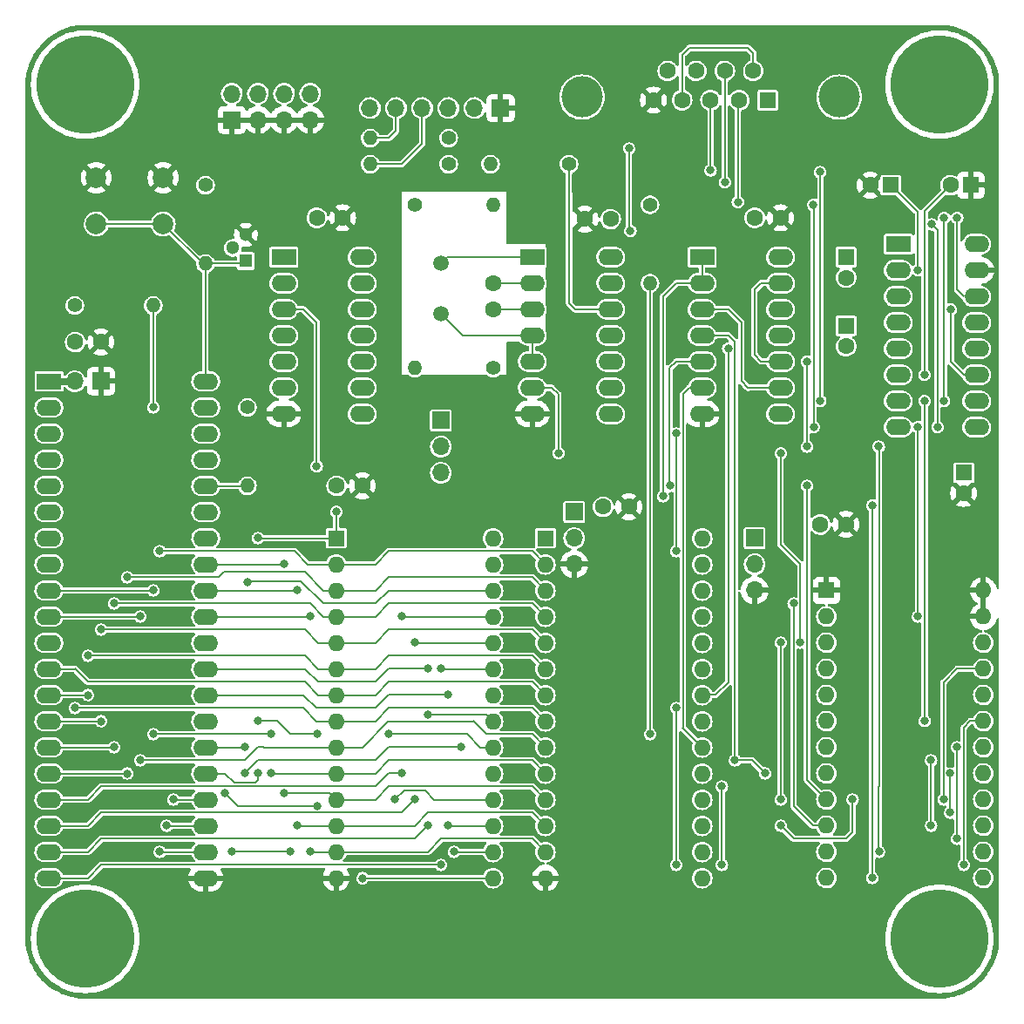
<source format=gbl>
G04 #@! TF.GenerationSoftware,KiCad,Pcbnew,(6.0.1)*
G04 #@! TF.CreationDate,2022-09-15T17:38:51-04:00*
G04 #@! TF.ProjectId,SIMPLE-6502,53494d50-4c45-42d3-9635-30322e6b6963,1*
G04 #@! TF.SameCoordinates,Original*
G04 #@! TF.FileFunction,Copper,L2,Bot*
G04 #@! TF.FilePolarity,Positive*
%FSLAX46Y46*%
G04 Gerber Fmt 4.6, Leading zero omitted, Abs format (unit mm)*
G04 Created by KiCad (PCBNEW (6.0.1)) date 2022-09-15 17:38:51*
%MOMM*%
%LPD*%
G01*
G04 APERTURE LIST*
G04 #@! TA.AperFunction,ComponentPad*
%ADD10C,4.000000*%
G04 #@! TD*
G04 #@! TA.AperFunction,ComponentPad*
%ADD11R,1.600000X1.600000*%
G04 #@! TD*
G04 #@! TA.AperFunction,ComponentPad*
%ADD12C,1.600000*%
G04 #@! TD*
G04 #@! TA.AperFunction,ComponentPad*
%ADD13R,2.400000X1.600000*%
G04 #@! TD*
G04 #@! TA.AperFunction,ComponentPad*
%ADD14O,2.400000X1.600000*%
G04 #@! TD*
G04 #@! TA.AperFunction,ComponentPad*
%ADD15C,1.400000*%
G04 #@! TD*
G04 #@! TA.AperFunction,ComponentPad*
%ADD16O,1.400000X1.400000*%
G04 #@! TD*
G04 #@! TA.AperFunction,ComponentPad*
%ADD17C,9.525000*%
G04 #@! TD*
G04 #@! TA.AperFunction,ComponentPad*
%ADD18R,1.300000X1.300000*%
G04 #@! TD*
G04 #@! TA.AperFunction,ComponentPad*
%ADD19C,1.300000*%
G04 #@! TD*
G04 #@! TA.AperFunction,ComponentPad*
%ADD20R,1.700000X1.700000*%
G04 #@! TD*
G04 #@! TA.AperFunction,ComponentPad*
%ADD21O,1.700000X1.700000*%
G04 #@! TD*
G04 #@! TA.AperFunction,ComponentPad*
%ADD22O,1.600000X1.600000*%
G04 #@! TD*
G04 #@! TA.AperFunction,ComponentPad*
%ADD23C,2.000000*%
G04 #@! TD*
G04 #@! TA.AperFunction,ComponentPad*
%ADD24C,1.500000*%
G04 #@! TD*
G04 #@! TA.AperFunction,ViaPad*
%ADD25C,0.800000*%
G04 #@! TD*
G04 #@! TA.AperFunction,Conductor*
%ADD26C,0.203200*%
G04 #@! TD*
G04 #@! TA.AperFunction,Conductor*
%ADD27C,0.635000*%
G04 #@! TD*
G04 APERTURE END LIST*
D10*
X143242500Y-57916041D03*
X168242500Y-57916041D03*
D11*
X161282500Y-58216041D03*
D12*
X158512500Y-58216041D03*
X155742500Y-58216041D03*
X152972500Y-58216041D03*
X150202500Y-58216041D03*
X159897500Y-55376041D03*
X157127500Y-55376041D03*
X154357500Y-55376041D03*
X151587500Y-55376041D03*
D13*
X173972500Y-72201041D03*
D14*
X173972500Y-74741041D03*
X173972500Y-77281041D03*
X173972500Y-79821041D03*
X173972500Y-82361041D03*
X173972500Y-84901041D03*
X173972500Y-87441041D03*
X173972500Y-89981041D03*
X181592500Y-89981041D03*
X181592500Y-87441041D03*
X181592500Y-84901041D03*
X181592500Y-82361041D03*
X181592500Y-79821041D03*
X181592500Y-77281041D03*
X181592500Y-74741041D03*
X181592500Y-72201041D03*
D12*
X121917500Y-95686041D03*
X119417500Y-95686041D03*
D15*
X134617500Y-84256041D03*
D16*
X126997500Y-84256041D03*
D15*
X106677500Y-66476041D03*
D16*
X106677500Y-74096041D03*
D12*
X96517500Y-81716041D03*
X94017500Y-81716041D03*
D17*
X94976859Y-56700000D03*
D15*
X110741500Y-88066041D03*
D16*
X110741500Y-95686041D03*
D15*
X149857500Y-68376041D03*
D16*
X149857500Y-75996041D03*
D12*
X119992500Y-69651041D03*
X117492500Y-69651041D03*
D18*
X110593500Y-73842041D03*
D19*
X109323500Y-72572041D03*
X110593500Y-71302041D03*
D15*
X141983500Y-64444041D03*
D16*
X134363500Y-64444041D03*
D13*
X91457500Y-85531041D03*
D14*
X91457500Y-88071041D03*
X91457500Y-90611041D03*
X91457500Y-93151041D03*
X91457500Y-95691041D03*
X91457500Y-98231041D03*
X91457500Y-100771041D03*
X91457500Y-103311041D03*
X91457500Y-105851041D03*
X91457500Y-108391041D03*
X91457500Y-110931041D03*
X91457500Y-113471041D03*
X91457500Y-116011041D03*
X91457500Y-118551041D03*
X91457500Y-121091041D03*
X91457500Y-123631041D03*
X91457500Y-126171041D03*
X91457500Y-128711041D03*
X91457500Y-131251041D03*
X91457500Y-133791041D03*
X106697500Y-133791041D03*
X106697500Y-131251041D03*
X106697500Y-128711041D03*
X106697500Y-126171041D03*
X106697500Y-123631041D03*
X106697500Y-121091041D03*
X106697500Y-118551041D03*
X106697500Y-116011041D03*
X106697500Y-113471041D03*
X106697500Y-110931041D03*
X106697500Y-108391041D03*
X106697500Y-105851041D03*
X106697500Y-103311041D03*
X106697500Y-100771041D03*
X106697500Y-98231041D03*
X106697500Y-95691041D03*
X106697500Y-93151041D03*
X106697500Y-90611041D03*
X106697500Y-88071041D03*
X106697500Y-85531041D03*
D20*
X109227500Y-60131041D03*
D21*
X109227500Y-57591041D03*
X111767500Y-60131041D03*
X111767500Y-57591041D03*
X114307500Y-60131041D03*
X114307500Y-57591041D03*
X116847500Y-60131041D03*
X116847500Y-57591041D03*
D12*
X147805500Y-97718041D03*
X145305500Y-97718041D03*
D11*
X119372500Y-100776041D03*
D22*
X119372500Y-103316041D03*
X119372500Y-105856041D03*
X119372500Y-108396041D03*
X119372500Y-110936041D03*
X119372500Y-113476041D03*
X119372500Y-116016041D03*
X119372500Y-118556041D03*
X119372500Y-121096041D03*
X119372500Y-123636041D03*
X119372500Y-126176041D03*
X119372500Y-128716041D03*
X119372500Y-131256041D03*
X119372500Y-133796041D03*
X134612500Y-133796041D03*
X134612500Y-131256041D03*
X134612500Y-128716041D03*
X134612500Y-126176041D03*
X134612500Y-123636041D03*
X134612500Y-121096041D03*
X134612500Y-118556041D03*
X134612500Y-116016041D03*
X134612500Y-113476041D03*
X134612500Y-110936041D03*
X134612500Y-108396041D03*
X134612500Y-105856041D03*
X134612500Y-103316041D03*
X134612500Y-100776041D03*
D11*
X168907500Y-73456041D03*
D12*
X168907500Y-75456041D03*
X134617500Y-78536041D03*
X134617500Y-76036041D03*
D11*
X166997500Y-105841041D03*
D22*
X166997500Y-108381041D03*
X166997500Y-110921041D03*
X166997500Y-113461041D03*
X166997500Y-116001041D03*
X166997500Y-118541041D03*
X166997500Y-121081041D03*
X166997500Y-123621041D03*
X166997500Y-126161041D03*
X166997500Y-128701041D03*
X166997500Y-131241041D03*
X166997500Y-133781041D03*
X182237500Y-133781041D03*
X182237500Y-131241041D03*
X182237500Y-128701041D03*
X182237500Y-126161041D03*
X182237500Y-123621041D03*
X182237500Y-121081041D03*
X182237500Y-118541041D03*
X182237500Y-116001041D03*
X182237500Y-113461041D03*
X182237500Y-110921041D03*
X182237500Y-108381041D03*
X182237500Y-105841041D03*
D11*
X168907500Y-80125929D03*
D12*
X168907500Y-82125929D03*
X162537500Y-69651041D03*
X160037500Y-69651041D03*
D17*
X94976859Y-139700000D03*
D20*
X135347500Y-58976041D03*
D21*
X132807500Y-58976041D03*
X130267500Y-58976041D03*
X127727500Y-58976041D03*
X125187500Y-58976041D03*
X122647500Y-58976041D03*
D20*
X96517500Y-85526041D03*
D21*
X93977500Y-85526041D03*
D11*
X139692500Y-100776041D03*
D22*
X139692500Y-103316041D03*
X139692500Y-105856041D03*
X139692500Y-108396041D03*
X139692500Y-110936041D03*
X139692500Y-113476041D03*
X139692500Y-116016041D03*
X139692500Y-118556041D03*
X139692500Y-121096041D03*
X139692500Y-123636041D03*
X139692500Y-126176041D03*
X139692500Y-128716041D03*
X139692500Y-131256041D03*
X139692500Y-133796041D03*
X154932500Y-133796041D03*
X154932500Y-131256041D03*
X154932500Y-128716041D03*
X154932500Y-126176041D03*
X154932500Y-123636041D03*
X154932500Y-121096041D03*
X154932500Y-118556041D03*
X154932500Y-116016041D03*
X154932500Y-113476041D03*
X154932500Y-110936041D03*
X154932500Y-108396041D03*
X154932500Y-105856041D03*
X154932500Y-103316041D03*
X154932500Y-100776041D03*
D23*
X96061500Y-65750041D03*
X102561500Y-65750041D03*
X96061500Y-70250041D03*
X102561500Y-70250041D03*
D13*
X154917500Y-73451041D03*
D14*
X154917500Y-75991041D03*
X154917500Y-78531041D03*
X154917500Y-81071041D03*
X154917500Y-83611041D03*
X154917500Y-86151041D03*
X154917500Y-88691041D03*
X162537500Y-88691041D03*
X162537500Y-86151041D03*
X162537500Y-83611041D03*
X162537500Y-81071041D03*
X162537500Y-78531041D03*
X162537500Y-75991041D03*
X162537500Y-73451041D03*
D17*
X177976859Y-56700000D03*
D20*
X129537500Y-89336041D03*
D21*
X129537500Y-91876041D03*
X129537500Y-94416041D03*
D12*
X143527500Y-69778041D03*
X146027500Y-69778041D03*
D15*
X130299500Y-61904041D03*
D16*
X122679500Y-61904041D03*
D17*
X177976859Y-139700000D03*
D11*
X180337500Y-94416041D03*
D12*
X180337500Y-96416041D03*
D11*
X181038613Y-66476041D03*
D12*
X179038613Y-66476041D03*
D15*
X126992500Y-68376041D03*
D16*
X134612500Y-68376041D03*
D13*
X138422500Y-73456041D03*
D14*
X138422500Y-75996041D03*
X138422500Y-78536041D03*
X138422500Y-81076041D03*
X138422500Y-83616041D03*
X138422500Y-86156041D03*
X138422500Y-88696041D03*
X146042500Y-88696041D03*
X146042500Y-86156041D03*
X146042500Y-83616041D03*
X146042500Y-81076041D03*
X146042500Y-78536041D03*
X146042500Y-75996041D03*
X146042500Y-73456041D03*
D20*
X142491500Y-98226041D03*
D21*
X142491500Y-100766041D03*
X142491500Y-103306041D03*
D15*
X130299500Y-64444041D03*
D16*
X122679500Y-64444041D03*
D24*
X129537500Y-74096041D03*
X129537500Y-78976041D03*
D12*
X168902500Y-99436041D03*
X166402500Y-99436041D03*
D20*
X160017500Y-100766041D03*
D21*
X160017500Y-103306041D03*
X160017500Y-105846041D03*
D15*
X93977500Y-78160041D03*
D16*
X101597500Y-78160041D03*
D13*
X114277500Y-73451041D03*
D14*
X114277500Y-75991041D03*
X114277500Y-78531041D03*
X114277500Y-81071041D03*
X114277500Y-83611041D03*
X114277500Y-86151041D03*
X114277500Y-88691041D03*
X121897500Y-88691041D03*
X121897500Y-86151041D03*
X121897500Y-83611041D03*
X121897500Y-81071041D03*
X121897500Y-78531041D03*
X121897500Y-75991041D03*
X121897500Y-73451041D03*
D11*
X173257500Y-66476041D03*
D12*
X171257500Y-66476041D03*
D25*
X129537500Y-132516041D03*
X129537500Y-113466041D03*
X102232500Y-131246041D03*
X102232500Y-102036041D03*
X163809000Y-107116041D03*
X102904511Y-128706041D03*
X110741500Y-105084041D03*
X151781000Y-95686041D03*
X103558011Y-126166041D03*
X119377500Y-98207541D03*
X165116000Y-95686041D03*
X111757500Y-100766041D03*
X161033500Y-123626041D03*
X158112500Y-122356041D03*
X111757500Y-118546041D03*
X111757500Y-123626041D03*
X117491000Y-119816041D03*
X124457500Y-119816041D03*
X179684000Y-121086041D03*
X179684000Y-129976041D03*
X128267500Y-113466041D03*
X130807500Y-131246041D03*
X109217500Y-131246041D03*
X114932500Y-131246041D03*
X121927500Y-133796041D03*
X180337500Y-132516041D03*
X179030500Y-123626041D03*
X179030500Y-127436041D03*
X130191000Y-128706041D03*
X130191000Y-116006041D03*
X125092500Y-126166041D03*
X117491000Y-126782541D03*
X108564000Y-125549541D03*
X156842500Y-132516041D03*
X113027500Y-119816041D03*
X156842500Y-124896041D03*
X101597500Y-119816041D03*
X101597500Y-105846041D03*
X113027500Y-123626041D03*
X100327500Y-122356041D03*
X100327500Y-108386041D03*
X152397500Y-132516041D03*
X152397500Y-117276041D03*
X116837500Y-108386041D03*
X116837500Y-131246041D03*
X93977500Y-117276041D03*
X110487500Y-121086041D03*
X131498011Y-121086041D03*
X110487500Y-123626041D03*
X177162500Y-122356041D03*
X177167500Y-128701041D03*
X114297500Y-103306041D03*
X162557500Y-126166041D03*
X162557500Y-110926041D03*
X114297500Y-125549541D03*
X95247500Y-112196041D03*
X95242500Y-116011041D03*
X169542500Y-126166041D03*
X115567500Y-128706041D03*
X115567500Y-105846041D03*
X178377000Y-126166041D03*
X162557500Y-128706041D03*
X96512500Y-118551041D03*
X96517500Y-109656041D03*
X97787500Y-121086041D03*
X97787500Y-107116041D03*
X99062500Y-123631041D03*
X99057500Y-104576041D03*
X125727500Y-108386041D03*
X125727500Y-123626041D03*
X126997500Y-110926041D03*
X126997500Y-126166041D03*
X128267500Y-117929541D03*
X128267500Y-128706041D03*
X175882500Y-74741041D03*
X164462500Y-110926041D03*
X140967500Y-92511041D03*
X117472500Y-93781041D03*
X162557500Y-92529541D03*
X149857500Y-119816041D03*
X147825500Y-62920041D03*
X175892500Y-108386041D03*
X177189511Y-70286041D03*
X147952500Y-70921041D03*
X175892500Y-89971041D03*
X177787500Y-89981041D03*
X178432500Y-69651041D03*
X176527500Y-87431041D03*
X178422500Y-87441041D03*
X176546011Y-118527530D03*
X179076000Y-78541041D03*
X157459000Y-82351041D03*
X152397500Y-102036041D03*
X152416000Y-90606041D03*
X151127500Y-96702041D03*
X171447500Y-133786041D03*
X171447500Y-97591041D03*
X165097500Y-83621041D03*
X172101000Y-131246041D03*
X165116000Y-91876041D03*
X172082500Y-91876041D03*
X176527500Y-84891041D03*
X165732500Y-68381041D03*
X158392380Y-68101161D03*
X165751000Y-89971041D03*
X155742500Y-65036041D03*
X166404500Y-87431041D03*
X166367500Y-65206041D03*
X157127500Y-66191041D03*
X179702500Y-69651041D03*
X101597500Y-88066041D03*
D26*
X95242500Y-133791041D02*
X96517500Y-132516041D01*
X96517500Y-132516041D02*
X129537500Y-132516041D01*
X129537500Y-113466041D02*
X129547500Y-113476041D01*
X91457500Y-133791041D02*
X95242500Y-133791041D01*
X129547500Y-113476041D02*
X134612500Y-113476041D01*
X102237500Y-131251041D02*
X102232500Y-131246041D01*
X123177500Y-103316041D02*
X124457500Y-102036041D01*
X116593500Y-103316041D02*
X115313500Y-102036041D01*
X119372500Y-103316041D02*
X116593500Y-103316041D01*
X106697500Y-131251041D02*
X102237500Y-131251041D01*
X102232500Y-102036041D02*
X115313500Y-102036041D01*
X124457500Y-102036041D02*
X138412500Y-102036041D01*
X119372500Y-103316041D02*
X123177500Y-103316041D01*
X138412500Y-102036041D02*
X139692500Y-103316041D01*
X134612500Y-105856041D02*
X124447500Y-105856041D01*
X124447500Y-105856041D02*
X123187500Y-107116041D01*
X123187500Y-107116041D02*
X118107500Y-107116041D01*
X166997500Y-128701041D02*
X165727500Y-128701041D01*
X115922620Y-104931161D02*
X110767380Y-104931161D01*
X102909511Y-128711041D02*
X102904511Y-128706041D01*
X118107500Y-107116041D02*
X115922620Y-104931161D01*
X106697500Y-128711041D02*
X102909511Y-128711041D01*
X163808989Y-107097530D02*
X163808989Y-126782530D01*
X165727500Y-128701041D02*
X163808989Y-126782530D01*
X119372500Y-100776041D02*
X119372500Y-98231041D01*
X111767500Y-100776041D02*
X119372500Y-100776041D01*
X151781000Y-95686041D02*
X151762500Y-95667541D01*
X119377500Y-98226041D02*
X119377500Y-98207541D01*
X165116000Y-95686041D02*
X165116000Y-95704541D01*
X165116011Y-124279552D02*
X166997500Y-126161041D01*
X119372500Y-98231041D02*
X119377500Y-98226041D01*
X111757500Y-100766041D02*
X111767500Y-100776041D01*
X103558011Y-126166041D02*
X103563011Y-126171041D01*
X103563011Y-126171041D02*
X106697500Y-126171041D01*
X151762500Y-95667541D02*
X151762500Y-84256041D01*
X151762500Y-84256041D02*
X152407500Y-83611041D01*
X165116000Y-95704541D02*
X165116011Y-95704552D01*
X165116011Y-95704552D02*
X165116011Y-124279552D01*
X152407500Y-83611041D02*
X154917500Y-83611041D01*
X133357500Y-121096041D02*
X132077500Y-119816041D01*
X109497380Y-124540921D02*
X111477620Y-124540921D01*
X158112500Y-81716041D02*
X158112500Y-122356041D01*
X113662500Y-118546041D02*
X111757500Y-118546041D01*
X111757500Y-124261041D02*
X111757500Y-123626041D01*
X114932500Y-119816041D02*
X113662500Y-118546041D01*
X158112500Y-81716041D02*
X157467500Y-81071041D01*
X111477620Y-124540921D02*
X111757500Y-124261041D01*
X117491000Y-119816041D02*
X114932500Y-119816041D01*
X157467500Y-81071041D02*
X154917500Y-81071041D01*
X159763500Y-122356041D02*
X158112500Y-122356041D01*
X108587500Y-123631041D02*
X109497380Y-124540921D01*
X161033500Y-123626041D02*
X159763500Y-122356041D01*
X134612500Y-121096041D02*
X133357500Y-121096041D01*
X132077500Y-119816041D02*
X124457500Y-119816041D01*
X106697500Y-123631041D02*
X108587500Y-123631041D01*
X117599500Y-114736041D02*
X116334500Y-113471041D01*
X128267500Y-113466041D02*
X124457500Y-113466041D01*
X116334500Y-113471041D02*
X106697500Y-113471041D01*
X123187500Y-114736041D02*
X117599500Y-114736041D01*
X134612500Y-131256041D02*
X130817500Y-131256041D01*
X124457500Y-113466041D02*
X123187500Y-114736041D01*
X179684000Y-129976041D02*
X179684000Y-121086041D01*
X130817500Y-131256041D02*
X130807500Y-131246041D01*
X134612500Y-133796041D02*
X121927500Y-133796041D01*
X180337500Y-132516041D02*
X180337500Y-119181041D01*
X180337500Y-119181041D02*
X180977500Y-118541041D01*
X114932500Y-131246041D02*
X109217500Y-131246041D01*
X180977500Y-118541041D02*
X182237500Y-118541041D01*
X130201000Y-128716041D02*
X134612500Y-128716041D01*
X116207500Y-116011041D02*
X117472500Y-117276041D01*
X124457500Y-116006041D02*
X130191000Y-116006041D01*
X179030500Y-127436041D02*
X179030500Y-123626041D01*
X123187500Y-117276041D02*
X124457500Y-116006041D01*
X106697500Y-116011041D02*
X116207500Y-116011041D01*
X130191000Y-128706041D02*
X130201000Y-128716041D01*
X117472500Y-117276041D02*
X123187500Y-117276041D01*
X126007380Y-125251161D02*
X125092500Y-126166041D01*
X115511989Y-126819552D02*
X109834011Y-126819552D01*
X109834011Y-126819552D02*
X108564000Y-125549541D01*
X115549000Y-126782541D02*
X115511989Y-126819552D01*
X128912500Y-126176041D02*
X134612500Y-126176041D01*
X127987620Y-125251161D02*
X126007380Y-125251161D01*
X128912500Y-126176041D02*
X127987620Y-125251161D01*
X117491000Y-126782541D02*
X115549000Y-126782541D01*
X138412500Y-122356041D02*
X139692500Y-123636041D01*
X124457500Y-122356041D02*
X138412500Y-122356041D01*
X123177500Y-123636041D02*
X124457500Y-122356041D01*
X156842500Y-124896041D02*
X156842500Y-132516041D01*
X101592500Y-105851041D02*
X101597500Y-105846041D01*
X119372500Y-123636041D02*
X123177500Y-123636041D01*
X113037500Y-123636041D02*
X113027500Y-123626041D01*
X101597500Y-119816041D02*
X113027500Y-119816041D01*
X91457500Y-105851041D02*
X101592500Y-105851041D01*
X119372500Y-123636041D02*
X113037500Y-123636041D01*
X111757500Y-121086041D02*
X112392500Y-121086041D01*
X112392500Y-121086041D02*
X112402500Y-121096041D01*
X124420489Y-118583052D02*
X121907500Y-121096041D01*
X138412500Y-119816041D02*
X133982500Y-119816041D01*
X100327500Y-108386041D02*
X100322500Y-108391041D01*
X110487500Y-122356041D02*
X111757500Y-121086041D01*
X132712500Y-118546041D02*
X132675489Y-118583052D01*
X121907500Y-121096041D02*
X119372500Y-121096041D01*
X132675489Y-118583052D02*
X124420489Y-118583052D01*
X112402500Y-121096041D02*
X119372500Y-121096041D01*
X139692500Y-121096041D02*
X138412500Y-119816041D01*
X100322500Y-108391041D02*
X91457500Y-108391041D01*
X133982500Y-119816041D02*
X132712500Y-118546041D01*
X100327500Y-122356041D02*
X110487500Y-122356041D01*
X106697500Y-108391041D02*
X116832500Y-108391041D01*
X116832500Y-108391041D02*
X116837500Y-108386041D01*
X119372500Y-131256041D02*
X116847500Y-131256041D01*
X138412500Y-129976041D02*
X139692500Y-131256041D01*
X116847500Y-131256041D02*
X116837500Y-131246041D01*
X128257500Y-131256041D02*
X129537500Y-129976041D01*
X152397500Y-132516041D02*
X152397500Y-117276041D01*
X129537500Y-129976041D02*
X138412500Y-129976041D01*
X119372500Y-131256041D02*
X128257500Y-131256041D01*
X124457500Y-117276041D02*
X138412500Y-117276041D01*
X116182500Y-117276041D02*
X117462500Y-118556041D01*
X117462500Y-118556041D02*
X119372500Y-118556041D01*
X138412500Y-117276041D02*
X139692500Y-118556041D01*
X93977500Y-117276041D02*
X116182500Y-117276041D01*
X119372500Y-118556041D02*
X123177500Y-118556041D01*
X123177500Y-118556041D02*
X124457500Y-117276041D01*
X111757500Y-122356041D02*
X123187500Y-122356041D01*
X110487500Y-123626041D02*
X111757500Y-122356041D01*
X123187500Y-122356041D02*
X124457500Y-121086041D01*
X177162500Y-128696041D02*
X177167500Y-128701041D01*
X124457500Y-121086041D02*
X131498011Y-121086041D01*
X106697500Y-121091041D02*
X110482500Y-121091041D01*
X177162500Y-122356041D02*
X177162500Y-128696041D01*
X110482500Y-121091041D02*
X110487500Y-121086041D01*
X119372500Y-116016041D02*
X117609500Y-116016041D01*
X95247500Y-114736041D02*
X93977500Y-113466041D01*
X93977500Y-113466041D02*
X93972500Y-113471041D01*
X138412500Y-114736041D02*
X139692500Y-116016041D01*
X93972500Y-113471041D02*
X91457500Y-113471041D01*
X116329500Y-114736041D02*
X95247500Y-114736041D01*
X117609500Y-116016041D02*
X116329500Y-114736041D01*
X119372500Y-116016041D02*
X123177500Y-116016041D01*
X124457500Y-114736041D02*
X138412500Y-114736041D01*
X123177500Y-116016041D02*
X124457500Y-114736041D01*
X123177500Y-126176041D02*
X124457500Y-124896041D01*
X114316000Y-125531041D02*
X118727500Y-125531041D01*
X114292500Y-103311041D02*
X106697500Y-103311041D01*
X138412500Y-124896041D02*
X139692500Y-126176041D01*
X114316000Y-125531041D02*
X114297500Y-125549541D01*
X124457500Y-124896041D02*
X138412500Y-124896041D01*
X119372500Y-126176041D02*
X123177500Y-126176041D01*
X162557500Y-126166041D02*
X162557500Y-110926041D01*
X118727500Y-125531041D02*
X119372500Y-126176041D01*
X114297500Y-103306041D02*
X114292500Y-103311041D01*
X95247500Y-112196041D02*
X116329500Y-112196041D01*
X138412500Y-112196041D02*
X139692500Y-113476041D01*
X91457500Y-116011041D02*
X95242500Y-116011041D01*
X117609500Y-113476041D02*
X116329500Y-112196041D01*
X119372500Y-113476041D02*
X117609500Y-113476041D01*
X123177500Y-113476041D02*
X124457500Y-112196041D01*
X124457500Y-112196041D02*
X138412500Y-112196041D01*
X119372500Y-113476041D02*
X123177500Y-113476041D01*
X119372500Y-128716041D02*
X115577500Y-128716041D01*
X163827500Y-129976041D02*
X168907500Y-129976041D01*
X115562500Y-105851041D02*
X115567500Y-105846041D01*
X178377000Y-114791541D02*
X179707500Y-113461041D01*
X128267500Y-127436041D02*
X138412500Y-127436041D01*
X178377000Y-126166041D02*
X178377000Y-114791541D01*
X138412500Y-127436041D02*
X139692500Y-128716041D01*
X126987500Y-128716041D02*
X128267500Y-127436041D01*
X115577500Y-128716041D02*
X115567500Y-128706041D01*
X106697500Y-105851041D02*
X115562500Y-105851041D01*
X162557500Y-128706041D02*
X163827500Y-129976041D01*
X168907500Y-129976041D02*
X169542500Y-129341041D01*
X119372500Y-128716041D02*
X126987500Y-128716041D01*
X179707500Y-113461041D02*
X182237500Y-113461041D01*
X169542500Y-129341041D02*
X169542500Y-126166041D01*
X119372500Y-110936041D02*
X117609500Y-110936041D01*
X91457500Y-118551041D02*
X96512500Y-118551041D01*
X117609500Y-110936041D02*
X116329500Y-109656041D01*
X123177500Y-110936041D02*
X124457500Y-109656041D01*
X96517500Y-109656041D02*
X116329500Y-109656041D01*
X138412500Y-109656041D02*
X139692500Y-110936041D01*
X124457500Y-109656041D02*
X138412500Y-109656041D01*
X119372500Y-110936041D02*
X123177500Y-110936041D01*
X119372500Y-108396041D02*
X123177500Y-108396041D01*
X119372500Y-108396041D02*
X118117500Y-108396041D01*
X138412500Y-107116041D02*
X139692500Y-108396041D01*
X124457500Y-107116041D02*
X138412500Y-107116041D01*
X97782500Y-121091041D02*
X97787500Y-121086041D01*
X91457500Y-121091041D02*
X97782500Y-121091041D01*
X97787500Y-107116041D02*
X116837500Y-107116041D01*
X123177500Y-108396041D02*
X124457500Y-107116041D01*
X118117500Y-108396041D02*
X116837500Y-107116041D01*
X119372500Y-105856041D02*
X123177500Y-105856041D01*
X123177500Y-105856041D02*
X124457500Y-104576041D01*
X108455500Y-104068041D02*
X116329500Y-104068041D01*
X138412500Y-104576041D02*
X139692500Y-105856041D01*
X99057500Y-104576041D02*
X107947500Y-104576041D01*
X91457500Y-123631041D02*
X99062500Y-123631041D01*
X119372500Y-105856041D02*
X118117500Y-105856041D01*
X107947500Y-104576041D02*
X108455500Y-104068041D01*
X124457500Y-104576041D02*
X138412500Y-104576041D01*
X118117500Y-105856041D02*
X116329500Y-104068041D01*
X91457500Y-126171041D02*
X95242500Y-126171041D01*
X134612500Y-108396041D02*
X125737500Y-108396041D01*
X95242500Y-126171041D02*
X96517500Y-124896041D01*
X125727500Y-123626041D02*
X124457500Y-123626041D01*
X124457500Y-123626041D02*
X123187500Y-124896041D01*
X125737500Y-108396041D02*
X125727500Y-108386041D01*
X96517500Y-124896041D02*
X123187500Y-124896041D01*
X95242500Y-128711041D02*
X96517500Y-127436041D01*
X127007500Y-110936041D02*
X126997500Y-110926041D01*
X134612500Y-110936041D02*
X127007500Y-110936041D01*
X96517500Y-127436041D02*
X125727500Y-127436041D01*
X91457500Y-128711041D02*
X95242500Y-128711041D01*
X125727500Y-127436041D02*
X126997500Y-126166041D01*
X96517500Y-129976041D02*
X126997500Y-129976041D01*
X91457500Y-131251041D02*
X95242500Y-131251041D01*
X126997500Y-129976041D02*
X128267500Y-128706041D01*
X128267500Y-117929541D02*
X133986000Y-117929541D01*
X95242500Y-131251041D02*
X96517500Y-129976041D01*
X133986000Y-117929541D02*
X134612500Y-118556041D01*
X102561500Y-70250041D02*
X106407500Y-74096041D01*
X106677500Y-74096041D02*
X106677500Y-85511041D01*
X106677500Y-74096041D02*
X110339500Y-74096041D01*
X96061500Y-70250041D02*
X102561500Y-70250041D01*
X175882500Y-69101041D02*
X173257500Y-66476041D01*
X175882500Y-74741041D02*
X175882500Y-69101041D01*
X138422500Y-78536041D02*
X134617500Y-78536041D01*
X134617500Y-76036041D02*
X138382500Y-76036041D01*
X116192500Y-78531041D02*
X114277500Y-78531041D01*
X117472500Y-93781041D02*
X117472500Y-79811041D01*
X164462500Y-103306041D02*
X162557500Y-101401041D01*
X162557500Y-101401041D02*
X162557500Y-92529541D01*
X140967500Y-92511041D02*
X140967500Y-86796041D01*
X117472500Y-79811041D02*
X116192500Y-78531041D01*
X140327500Y-86156041D02*
X138422500Y-86156041D01*
X140967500Y-86796041D02*
X140327500Y-86156041D01*
X164462500Y-110926041D02*
X164462500Y-103306041D01*
X130177500Y-73456041D02*
X129537500Y-74096041D01*
X138422500Y-73456041D02*
X130177500Y-73456041D01*
X138422500Y-81076041D02*
X131637500Y-81076041D01*
X138422500Y-83616041D02*
X138422500Y-81076041D01*
X131637500Y-81076041D02*
X129537500Y-78976041D01*
X149857500Y-75996041D02*
X149857500Y-119816041D01*
X147825500Y-70794041D02*
X147952500Y-70921041D01*
X147825500Y-62920041D02*
X147825500Y-70794041D01*
X177787500Y-89981041D02*
X177768989Y-89962530D01*
X177768989Y-70865519D02*
X177189511Y-70286041D01*
X175892500Y-108386041D02*
X175892500Y-89971041D01*
X177768989Y-89962530D02*
X177768989Y-70865519D01*
X178422500Y-87441041D02*
X178422500Y-69641041D01*
X176546011Y-87449552D02*
X176546011Y-118527530D01*
X176527500Y-87431041D02*
X176546011Y-87449552D01*
X180347500Y-84901041D02*
X179076000Y-83629541D01*
X141997500Y-67252041D02*
X141997500Y-77976041D01*
X181592500Y-84901041D02*
X180347500Y-84901041D01*
X141997500Y-67252041D02*
X141983500Y-67238041D01*
X179076000Y-83629541D02*
X179076000Y-78541041D01*
X146042500Y-78536041D02*
X142557500Y-78536041D01*
X142557500Y-78536041D02*
X141997500Y-77976041D01*
X141983500Y-67238041D02*
X141983500Y-64444041D01*
X157459000Y-114754541D02*
X157459000Y-82351041D01*
X156207500Y-116006041D02*
X157459000Y-114754541D01*
X155572500Y-116006041D02*
X156207500Y-116006041D01*
X152434511Y-101999030D02*
X152434511Y-90624552D01*
X152434511Y-90624552D02*
X152416000Y-90606041D01*
X152397500Y-102036041D02*
X152434511Y-101999030D01*
X152407500Y-75991041D02*
X154917500Y-75991041D01*
X154917500Y-75991041D02*
X154917500Y-73451041D01*
X171447500Y-97591041D02*
X171447500Y-133786041D01*
X151127500Y-77271041D02*
X152407500Y-75991041D01*
X151127500Y-96702041D02*
X151127500Y-77271041D01*
X162537500Y-83611041D02*
X160662500Y-83611041D01*
X172101011Y-124877530D02*
X172082500Y-124896041D01*
X160017500Y-76636041D02*
X160662500Y-75991041D01*
X160662500Y-83611041D02*
X160017500Y-82966041D01*
X165097500Y-83621041D02*
X165097500Y-91857541D01*
X172082500Y-131227541D02*
X172101000Y-131246041D01*
X172082500Y-91876041D02*
X172101011Y-91894552D01*
X172101011Y-91894552D02*
X172101011Y-124877530D01*
X160662500Y-75991041D02*
X162537500Y-75991041D01*
X160017500Y-82966041D02*
X160017500Y-76636041D01*
X172082500Y-124896041D02*
X172082500Y-131227541D01*
X165097500Y-91857541D02*
X165116000Y-91876041D01*
X153069511Y-86759030D02*
X153677500Y-86151041D01*
X153032500Y-119196041D02*
X153051011Y-119177530D01*
X153677500Y-86151041D02*
X154917500Y-86151041D01*
X153051011Y-119177530D02*
X153051011Y-100784552D01*
X153069511Y-100766052D02*
X153069511Y-86759030D01*
X153051011Y-100784552D02*
X153069511Y-100766052D01*
X154932500Y-121096041D02*
X153032500Y-119196041D01*
X152972500Y-53836041D02*
X152972500Y-58216041D01*
X159897500Y-53656041D02*
X159382500Y-53141041D01*
X159382500Y-53141041D02*
X153667500Y-53141041D01*
X159897500Y-55376041D02*
X159897500Y-53656041D01*
X153667500Y-53141041D02*
X152972500Y-53836041D01*
X158747500Y-79811041D02*
X158747500Y-85526041D01*
X154917500Y-78531041D02*
X157467500Y-78531041D01*
X157467500Y-78531041D02*
X158747500Y-79811041D01*
X158747500Y-85526041D02*
X159382500Y-86161041D01*
X159392500Y-86151041D02*
X162537500Y-86151041D01*
X159382500Y-86161041D02*
X159392500Y-86151041D01*
X176527500Y-84891041D02*
X176536011Y-84882530D01*
X176536011Y-84882530D02*
X176536011Y-69007530D01*
X176536011Y-69007530D02*
X179067500Y-66476041D01*
D27*
X91457500Y-85531041D02*
X93972500Y-85531041D01*
D26*
X125187500Y-61174041D02*
X125187500Y-58976041D01*
X122679500Y-61904041D02*
X124457500Y-61904041D01*
X124457500Y-61904041D02*
X125187500Y-61174041D01*
X122679500Y-64444041D02*
X125727500Y-64444041D01*
X127727500Y-62444041D02*
X127727500Y-58976041D01*
X125727500Y-64444041D02*
X127727500Y-62444041D01*
X165751000Y-68399541D02*
X165732500Y-68381041D01*
X165751000Y-89971041D02*
X165751000Y-84909541D01*
X165751000Y-84891041D02*
X165751000Y-68399541D01*
X158392380Y-58336161D02*
X158392380Y-68101161D01*
X165751000Y-84909541D02*
X165751000Y-84891041D01*
X166404500Y-87431041D02*
X166404500Y-65243041D01*
X155742500Y-58216041D02*
X155742500Y-65036041D01*
X166404500Y-65243041D02*
X166367500Y-65206041D01*
X157127500Y-66191041D02*
X157127500Y-55376041D01*
X179702500Y-76636041D02*
X179702500Y-69651041D01*
X180347500Y-77281041D02*
X179702500Y-76636041D01*
X101597500Y-88066041D02*
X101597500Y-78160041D01*
X106697500Y-95691041D02*
X110736500Y-95691041D01*
G04 #@! TA.AperFunction,Conductor*
G36*
X177957411Y-50905237D02*
G01*
X177962667Y-50905246D01*
X177976495Y-50908426D01*
X177990335Y-50905294D01*
X178004523Y-50905319D01*
X178004523Y-50905373D01*
X178012800Y-50904612D01*
X178151569Y-50910065D01*
X178426721Y-50920876D01*
X178436583Y-50921652D01*
X178878766Y-50973987D01*
X178888538Y-50975535D01*
X179111147Y-51019814D01*
X179325252Y-51062403D01*
X179334853Y-51064708D01*
X179622271Y-51145768D01*
X179763399Y-51185570D01*
X179772808Y-51188627D01*
X180190555Y-51342742D01*
X180199692Y-51346527D01*
X180604061Y-51532943D01*
X180612866Y-51537430D01*
X181001363Y-51754999D01*
X181009799Y-51760168D01*
X181380023Y-52007543D01*
X181388011Y-52013347D01*
X181535423Y-52129557D01*
X181737690Y-52289012D01*
X181745213Y-52295437D01*
X181833080Y-52376660D01*
X182072192Y-52597693D01*
X182079166Y-52604667D01*
X182245326Y-52784418D01*
X182381422Y-52931646D01*
X182387847Y-52939169D01*
X182663506Y-53288840D01*
X182669316Y-53296836D01*
X182815028Y-53514910D01*
X182916691Y-53667060D01*
X182921860Y-53675496D01*
X183139429Y-54063993D01*
X183143916Y-54072798D01*
X183312974Y-54439513D01*
X183330331Y-54477164D01*
X183334117Y-54486304D01*
X183488232Y-54904051D01*
X183491289Y-54913460D01*
X183612151Y-55342006D01*
X183614456Y-55351607D01*
X183617738Y-55368103D01*
X183701324Y-55788321D01*
X183702872Y-55798093D01*
X183755207Y-56240276D01*
X183755983Y-56250138D01*
X183772224Y-56663482D01*
X183771462Y-56671620D01*
X183771638Y-56671620D01*
X183771613Y-56685805D01*
X183768433Y-56699636D01*
X183771565Y-56713477D01*
X183771557Y-56717994D01*
X183773659Y-56736809D01*
X183773659Y-105563275D01*
X183753657Y-105631396D01*
X183700001Y-105677889D01*
X183629727Y-105687993D01*
X183565147Y-105658499D01*
X183525952Y-105595886D01*
X183472736Y-105397280D01*
X183468990Y-105386988D01*
X183376914Y-105189530D01*
X183371431Y-105180034D01*
X183246472Y-105001574D01*
X183239416Y-104993166D01*
X183085375Y-104839125D01*
X183076967Y-104832069D01*
X182898507Y-104707110D01*
X182889011Y-104701627D01*
X182691553Y-104609551D01*
X182681261Y-104605805D01*
X182508997Y-104559647D01*
X182494901Y-104559983D01*
X182491500Y-104567925D01*
X182491500Y-108509041D01*
X182471498Y-108577162D01*
X182417842Y-108623655D01*
X182365500Y-108635041D01*
X180969533Y-108635041D01*
X180956002Y-108639014D01*
X180954773Y-108647563D01*
X181002264Y-108824802D01*
X181006010Y-108835094D01*
X181098086Y-109032552D01*
X181103569Y-109042048D01*
X181228528Y-109220508D01*
X181235584Y-109228916D01*
X181389625Y-109382957D01*
X181398033Y-109390013D01*
X181576493Y-109514972D01*
X181585989Y-109520455D01*
X181783447Y-109612531D01*
X181793739Y-109616277D01*
X182004188Y-109672666D01*
X182014981Y-109674569D01*
X182058621Y-109678387D01*
X182124740Y-109704250D01*
X182166380Y-109761753D01*
X182170321Y-109832640D01*
X182135313Y-109894405D01*
X182072469Y-109927438D01*
X182059067Y-109929389D01*
X182048515Y-109930349D01*
X181859688Y-109985924D01*
X181685252Y-110077117D01*
X181531850Y-110200455D01*
X181405327Y-110351240D01*
X181310501Y-110523729D01*
X181308640Y-110529596D01*
X181308639Y-110529598D01*
X181299753Y-110557610D01*
X181250983Y-110711350D01*
X181229042Y-110906959D01*
X181245513Y-111103105D01*
X181247212Y-111109030D01*
X181295241Y-111276527D01*
X181299768Y-111292315D01*
X181302587Y-111297800D01*
X181386924Y-111461902D01*
X181386927Y-111461907D01*
X181389742Y-111467384D01*
X181512006Y-111621643D01*
X181516700Y-111625638D01*
X181564606Y-111666409D01*
X181661903Y-111749216D01*
X181667281Y-111752222D01*
X181667283Y-111752223D01*
X181703731Y-111772593D01*
X181833726Y-111845244D01*
X181839585Y-111847148D01*
X181839588Y-111847149D01*
X181899701Y-111866681D01*
X182020927Y-111906070D01*
X182027037Y-111906799D01*
X182027039Y-111906799D01*
X182093703Y-111914748D01*
X182216378Y-111929376D01*
X182222513Y-111928904D01*
X182222515Y-111928904D01*
X182406492Y-111914748D01*
X182406496Y-111914747D01*
X182412634Y-111914275D01*
X182602219Y-111861342D01*
X182777911Y-111772593D01*
X182784785Y-111767223D01*
X182928159Y-111655207D01*
X182928160Y-111655206D01*
X182933020Y-111651409D01*
X183061636Y-111502405D01*
X183078775Y-111472236D01*
X183155816Y-111336621D01*
X183155818Y-111336616D01*
X183158862Y-111331258D01*
X183220993Y-111144485D01*
X183229714Y-111075450D01*
X183245221Y-110952705D01*
X183245222Y-110952696D01*
X183245663Y-110949202D01*
X183246056Y-110921041D01*
X183226848Y-110725145D01*
X183224531Y-110717469D01*
X183174801Y-110552757D01*
X183169956Y-110536710D01*
X183077548Y-110362915D01*
X182996771Y-110263872D01*
X182957037Y-110215153D01*
X182957034Y-110215150D01*
X182953142Y-110210378D01*
X182948393Y-110206449D01*
X182806227Y-110088839D01*
X182806223Y-110088837D01*
X182801477Y-110084910D01*
X182628331Y-109991290D01*
X182488756Y-109948085D01*
X182446185Y-109934907D01*
X182446182Y-109934906D01*
X182440298Y-109933085D01*
X182434173Y-109932441D01*
X182434172Y-109932441D01*
X182408360Y-109929728D01*
X182342704Y-109902714D01*
X182302075Y-109844492D01*
X182299372Y-109773547D01*
X182335455Y-109712403D01*
X182398866Y-109680473D01*
X182410551Y-109678897D01*
X182460020Y-109674569D01*
X182470812Y-109672666D01*
X182681261Y-109616277D01*
X182691553Y-109612531D01*
X182889011Y-109520455D01*
X182898507Y-109514972D01*
X183076967Y-109390013D01*
X183085375Y-109382957D01*
X183239416Y-109228916D01*
X183246472Y-109220508D01*
X183371431Y-109042048D01*
X183376914Y-109032552D01*
X183468990Y-108835094D01*
X183472736Y-108824802D01*
X183525952Y-108626196D01*
X183562904Y-108565573D01*
X183626764Y-108534552D01*
X183697259Y-108542980D01*
X183752006Y-108588183D01*
X183773659Y-108658807D01*
X183773659Y-139662609D01*
X183771622Y-139680552D01*
X183771613Y-139685808D01*
X183768433Y-139699636D01*
X183771565Y-139713476D01*
X183771540Y-139727664D01*
X183771486Y-139727664D01*
X183772247Y-139735943D01*
X183755983Y-140149862D01*
X183755207Y-140159724D01*
X183702872Y-140601907D01*
X183701324Y-140611679D01*
X183614458Y-141048386D01*
X183612151Y-141057994D01*
X183609283Y-141068165D01*
X183491289Y-141486540D01*
X183488232Y-141495949D01*
X183334117Y-141913696D01*
X183330331Y-141922836D01*
X183143921Y-142327192D01*
X183139429Y-142336007D01*
X182921860Y-142724504D01*
X182916691Y-142732940D01*
X182675852Y-143093382D01*
X182669321Y-143103156D01*
X182663506Y-143111160D01*
X182387847Y-143460831D01*
X182381422Y-143468354D01*
X182245326Y-143615582D01*
X182079166Y-143795333D01*
X182072192Y-143802307D01*
X181942493Y-143922200D01*
X181745213Y-144104563D01*
X181737690Y-144110988D01*
X181560784Y-144250450D01*
X181388011Y-144386653D01*
X181380023Y-144392457D01*
X181139377Y-144553251D01*
X181009799Y-144639832D01*
X181001363Y-144645001D01*
X180612866Y-144862570D01*
X180604061Y-144867057D01*
X180199695Y-145053472D01*
X180190555Y-145057258D01*
X179772808Y-145211373D01*
X179763399Y-145214430D01*
X179622271Y-145254232D01*
X179334853Y-145335292D01*
X179325252Y-145337597D01*
X179111147Y-145380186D01*
X178888538Y-145424465D01*
X178878766Y-145426013D01*
X178436583Y-145478348D01*
X178426721Y-145479124D01*
X178013377Y-145495365D01*
X178005239Y-145494603D01*
X178005239Y-145494779D01*
X177991054Y-145494754D01*
X177977223Y-145491574D01*
X177963382Y-145494706D01*
X177958865Y-145494698D01*
X177940050Y-145496800D01*
X95014250Y-145496800D01*
X94996307Y-145494763D01*
X94991051Y-145494754D01*
X94977223Y-145491574D01*
X94963383Y-145494706D01*
X94949195Y-145494681D01*
X94949195Y-145494627D01*
X94940918Y-145495388D01*
X94802149Y-145489935D01*
X94526997Y-145479124D01*
X94517135Y-145478348D01*
X94074952Y-145426013D01*
X94065180Y-145424465D01*
X93842571Y-145380186D01*
X93628466Y-145337597D01*
X93618865Y-145335292D01*
X93331447Y-145254232D01*
X93190319Y-145214430D01*
X93180910Y-145211373D01*
X92763163Y-145057258D01*
X92754023Y-145053472D01*
X92349657Y-144867057D01*
X92340852Y-144862570D01*
X91952355Y-144645001D01*
X91943919Y-144639832D01*
X91814341Y-144553251D01*
X91573695Y-144392457D01*
X91565707Y-144386653D01*
X91392934Y-144250450D01*
X91216028Y-144110988D01*
X91208505Y-144104563D01*
X91011225Y-143922200D01*
X90881526Y-143802307D01*
X90874552Y-143795333D01*
X90708392Y-143615582D01*
X90572296Y-143468354D01*
X90565871Y-143460831D01*
X90290212Y-143111160D01*
X90284397Y-143103156D01*
X90277867Y-143093382D01*
X90037027Y-142732940D01*
X90031858Y-142724504D01*
X89814289Y-142336007D01*
X89809797Y-142327192D01*
X89623387Y-141922836D01*
X89619601Y-141913696D01*
X89465486Y-141495949D01*
X89462429Y-141486540D01*
X89344435Y-141068165D01*
X89341567Y-141057994D01*
X89339260Y-141048386D01*
X89252394Y-140611679D01*
X89250846Y-140601907D01*
X89198511Y-140159724D01*
X89197735Y-140149862D01*
X89181494Y-139736518D01*
X89182256Y-139728380D01*
X89182080Y-139728380D01*
X89182105Y-139714195D01*
X89185285Y-139700364D01*
X89185203Y-139700000D01*
X89700837Y-139700000D01*
X89700957Y-139702748D01*
X89720695Y-140154812D01*
X89720914Y-140159836D01*
X89721275Y-140162575D01*
X89779761Y-140606819D01*
X89780992Y-140616172D01*
X89880613Y-141065535D01*
X90019020Y-141504506D01*
X90195159Y-141929743D01*
X90407690Y-142338011D01*
X90654995Y-142726202D01*
X90935192Y-143091362D01*
X91246148Y-143430711D01*
X91585497Y-143741667D01*
X91587659Y-143743326D01*
X91587665Y-143743331D01*
X91660159Y-143798957D01*
X91950657Y-144021864D01*
X92338848Y-144269169D01*
X92747116Y-144481700D01*
X93172353Y-144657839D01*
X93174973Y-144658665D01*
X93174981Y-144658668D01*
X93608694Y-144795417D01*
X93608699Y-144795418D01*
X93611324Y-144796246D01*
X94060687Y-144895867D01*
X94063407Y-144896225D01*
X94063412Y-144896226D01*
X94234282Y-144918721D01*
X94517023Y-144955945D01*
X94519772Y-144956065D01*
X94519783Y-144956066D01*
X94974111Y-144975902D01*
X94976859Y-144976022D01*
X94979607Y-144975902D01*
X95433935Y-144956066D01*
X95433946Y-144956065D01*
X95436695Y-144955945D01*
X95719436Y-144918721D01*
X95890306Y-144896226D01*
X95890311Y-144896225D01*
X95893031Y-144895867D01*
X96342394Y-144796246D01*
X96345019Y-144795418D01*
X96345024Y-144795417D01*
X96778737Y-144658668D01*
X96778745Y-144658665D01*
X96781365Y-144657839D01*
X97206602Y-144481700D01*
X97614870Y-144269169D01*
X98003061Y-144021864D01*
X98293559Y-143798957D01*
X98366053Y-143743331D01*
X98366059Y-143743326D01*
X98368221Y-143741667D01*
X98707570Y-143430711D01*
X99018526Y-143091362D01*
X99298723Y-142726202D01*
X99546028Y-142338011D01*
X99758559Y-141929743D01*
X99934698Y-141504506D01*
X100073105Y-141065535D01*
X100172726Y-140616172D01*
X100173958Y-140606819D01*
X100232443Y-140162575D01*
X100232804Y-140159836D01*
X100233024Y-140154812D01*
X100252761Y-139702748D01*
X100252881Y-139700000D01*
X172700837Y-139700000D01*
X172700957Y-139702748D01*
X172720695Y-140154812D01*
X172720914Y-140159836D01*
X172721275Y-140162575D01*
X172779761Y-140606819D01*
X172780992Y-140616172D01*
X172880613Y-141065535D01*
X173019020Y-141504506D01*
X173195159Y-141929743D01*
X173407690Y-142338011D01*
X173654995Y-142726202D01*
X173935192Y-143091362D01*
X174246148Y-143430711D01*
X174585497Y-143741667D01*
X174587659Y-143743326D01*
X174587665Y-143743331D01*
X174660159Y-143798957D01*
X174950657Y-144021864D01*
X175338848Y-144269169D01*
X175747116Y-144481700D01*
X176172353Y-144657839D01*
X176174973Y-144658665D01*
X176174981Y-144658668D01*
X176608694Y-144795417D01*
X176608699Y-144795418D01*
X176611324Y-144796246D01*
X177060687Y-144895867D01*
X177063407Y-144896225D01*
X177063412Y-144896226D01*
X177234282Y-144918721D01*
X177517023Y-144955945D01*
X177519772Y-144956065D01*
X177519783Y-144956066D01*
X177974111Y-144975902D01*
X177976859Y-144976022D01*
X177979607Y-144975902D01*
X178433935Y-144956066D01*
X178433946Y-144956065D01*
X178436695Y-144955945D01*
X178719436Y-144918721D01*
X178890306Y-144896226D01*
X178890311Y-144896225D01*
X178893031Y-144895867D01*
X179342394Y-144796246D01*
X179345019Y-144795418D01*
X179345024Y-144795417D01*
X179778737Y-144658668D01*
X179778745Y-144658665D01*
X179781365Y-144657839D01*
X180206602Y-144481700D01*
X180614870Y-144269169D01*
X181003061Y-144021864D01*
X181293559Y-143798957D01*
X181366053Y-143743331D01*
X181366059Y-143743326D01*
X181368221Y-143741667D01*
X181707570Y-143430711D01*
X182018526Y-143091362D01*
X182298723Y-142726202D01*
X182546028Y-142338011D01*
X182758559Y-141929743D01*
X182934698Y-141504506D01*
X183073105Y-141065535D01*
X183172726Y-140616172D01*
X183173958Y-140606819D01*
X183232443Y-140162575D01*
X183232804Y-140159836D01*
X183233024Y-140154812D01*
X183252761Y-139702748D01*
X183252881Y-139700000D01*
X183232804Y-139240164D01*
X183172726Y-138783828D01*
X183073105Y-138334465D01*
X182934698Y-137895494D01*
X182758559Y-137470257D01*
X182546028Y-137061989D01*
X182298723Y-136673798D01*
X182018526Y-136308638D01*
X181707570Y-135969289D01*
X181368221Y-135658333D01*
X181366059Y-135656674D01*
X181366053Y-135656669D01*
X181242006Y-135561485D01*
X181003061Y-135378136D01*
X180614870Y-135130831D01*
X180206602Y-134918300D01*
X179781365Y-134742161D01*
X179778745Y-134741335D01*
X179778737Y-134741332D01*
X179345024Y-134604583D01*
X179345019Y-134604582D01*
X179342394Y-134603754D01*
X178893031Y-134504133D01*
X178890311Y-134503775D01*
X178890306Y-134503774D01*
X178685508Y-134476812D01*
X178436695Y-134444055D01*
X178433946Y-134443935D01*
X178433935Y-134443934D01*
X177979607Y-134424098D01*
X177976859Y-134423978D01*
X177974111Y-134424098D01*
X177519783Y-134443934D01*
X177519772Y-134443935D01*
X177517023Y-134444055D01*
X177268210Y-134476812D01*
X177063412Y-134503774D01*
X177063407Y-134503775D01*
X177060687Y-134504133D01*
X176611324Y-134603754D01*
X176608699Y-134604582D01*
X176608694Y-134604583D01*
X176174981Y-134741332D01*
X176174973Y-134741335D01*
X176172353Y-134742161D01*
X175747116Y-134918300D01*
X175338848Y-135130831D01*
X174950657Y-135378136D01*
X174711712Y-135561485D01*
X174587665Y-135656669D01*
X174587659Y-135656674D01*
X174585497Y-135658333D01*
X174246148Y-135969289D01*
X173935192Y-136308638D01*
X173654995Y-136673798D01*
X173407690Y-137061989D01*
X173195159Y-137470257D01*
X173019020Y-137895494D01*
X172880613Y-138334465D01*
X172780992Y-138783828D01*
X172720914Y-139240164D01*
X172700837Y-139700000D01*
X100252881Y-139700000D01*
X100232804Y-139240164D01*
X100172726Y-138783828D01*
X100073105Y-138334465D01*
X99934698Y-137895494D01*
X99758559Y-137470257D01*
X99546028Y-137061989D01*
X99298723Y-136673798D01*
X99018526Y-136308638D01*
X98707570Y-135969289D01*
X98368221Y-135658333D01*
X98366059Y-135656674D01*
X98366053Y-135656669D01*
X98242006Y-135561485D01*
X98003061Y-135378136D01*
X97614870Y-135130831D01*
X97206602Y-134918300D01*
X96781365Y-134742161D01*
X96778745Y-134741335D01*
X96778737Y-134741332D01*
X96345024Y-134604583D01*
X96345019Y-134604582D01*
X96342394Y-134603754D01*
X95893031Y-134504133D01*
X95890311Y-134503775D01*
X95890306Y-134503774D01*
X95685508Y-134476812D01*
X95436695Y-134444055D01*
X95433946Y-134443935D01*
X95433935Y-134443934D01*
X94979607Y-134424098D01*
X94976859Y-134423978D01*
X94974111Y-134424098D01*
X94519783Y-134443934D01*
X94519772Y-134443935D01*
X94517023Y-134444055D01*
X94268210Y-134476812D01*
X94063412Y-134503774D01*
X94063407Y-134503775D01*
X94060687Y-134504133D01*
X93611324Y-134603754D01*
X93608699Y-134604582D01*
X93608694Y-134604583D01*
X93174981Y-134741332D01*
X93174973Y-134741335D01*
X93172353Y-134742161D01*
X92747116Y-134918300D01*
X92338848Y-135130831D01*
X91950657Y-135378136D01*
X91711712Y-135561485D01*
X91587665Y-135656669D01*
X91587659Y-135656674D01*
X91585497Y-135658333D01*
X91246148Y-135969289D01*
X90935192Y-136308638D01*
X90654995Y-136673798D01*
X90407690Y-137061989D01*
X90195159Y-137470257D01*
X90019020Y-137895494D01*
X89880613Y-138334465D01*
X89780992Y-138783828D01*
X89720914Y-139240164D01*
X89700837Y-139700000D01*
X89185203Y-139700000D01*
X89182153Y-139686523D01*
X89182161Y-139682006D01*
X89180059Y-139663191D01*
X89180059Y-133840324D01*
X90049828Y-133840324D01*
X90080320Y-134041938D01*
X90082520Y-134047917D01*
X90082523Y-134047927D01*
X90144584Y-134216605D01*
X90150728Y-134233303D01*
X90154091Y-134238727D01*
X90154092Y-134238729D01*
X90161139Y-134250094D01*
X90258178Y-134406602D01*
X90262564Y-134411240D01*
X90357290Y-134511409D01*
X90398280Y-134554755D01*
X90565310Y-134671711D01*
X90752446Y-134752692D01*
X90798048Y-134762219D01*
X90947308Y-134793401D01*
X90947313Y-134793402D01*
X90952044Y-134794390D01*
X90956939Y-134794647D01*
X90957073Y-134794654D01*
X90957089Y-134794654D01*
X90958741Y-134794741D01*
X91908457Y-134794741D01*
X91981216Y-134787350D01*
X92054014Y-134779956D01*
X92054015Y-134779956D01*
X92060363Y-134779311D01*
X92254939Y-134718335D01*
X92433279Y-134619479D01*
X92588100Y-134486782D01*
X92592087Y-134481643D01*
X92696358Y-134347215D01*
X92713075Y-134325664D01*
X92715888Y-134319947D01*
X92715895Y-134319936D01*
X92791291Y-134166711D01*
X92839313Y-134114420D01*
X92904345Y-134096341D01*
X95189210Y-134096341D01*
X95192035Y-134096548D01*
X95197128Y-134098297D01*
X95246857Y-134096430D01*
X95251583Y-134096341D01*
X95270893Y-134096341D01*
X95275680Y-134095449D01*
X95279398Y-134095208D01*
X95310782Y-134094030D01*
X95321474Y-134089436D01*
X95325559Y-134088516D01*
X95338975Y-134084440D01*
X95342874Y-134082935D01*
X95354311Y-134080805D01*
X95375753Y-134067588D01*
X95392132Y-134059080D01*
X95395663Y-134057563D01*
X105014773Y-134057563D01*
X105062264Y-134234802D01*
X105066010Y-134245094D01*
X105158086Y-134442552D01*
X105163569Y-134452048D01*
X105288528Y-134630508D01*
X105295584Y-134638916D01*
X105449625Y-134792957D01*
X105458033Y-134800013D01*
X105636493Y-134924972D01*
X105645989Y-134930455D01*
X105843447Y-135022531D01*
X105853739Y-135026277D01*
X106064188Y-135082666D01*
X106074981Y-135084569D01*
X106237670Y-135098803D01*
X106243135Y-135099041D01*
X106425385Y-135099041D01*
X106440624Y-135094566D01*
X106441829Y-135093176D01*
X106443500Y-135085493D01*
X106443500Y-135080926D01*
X106951500Y-135080926D01*
X106955975Y-135096165D01*
X106957365Y-135097370D01*
X106965048Y-135099041D01*
X107151865Y-135099041D01*
X107157330Y-135098803D01*
X107320019Y-135084569D01*
X107330812Y-135082666D01*
X107541261Y-135026277D01*
X107551553Y-135022531D01*
X107749011Y-134930455D01*
X107758507Y-134924972D01*
X107936967Y-134800013D01*
X107945375Y-134792957D01*
X108099416Y-134638916D01*
X108106472Y-134630508D01*
X108231431Y-134452048D01*
X108236914Y-134442552D01*
X108328990Y-134245094D01*
X108332736Y-134234802D01*
X108378887Y-134062563D01*
X118089773Y-134062563D01*
X118137264Y-134239802D01*
X118141010Y-134250094D01*
X118233086Y-134447552D01*
X118238569Y-134457048D01*
X118363528Y-134635508D01*
X118370584Y-134643916D01*
X118524625Y-134797957D01*
X118533033Y-134805013D01*
X118711493Y-134929972D01*
X118720989Y-134935455D01*
X118918447Y-135027531D01*
X118928739Y-135031277D01*
X119101003Y-135077435D01*
X119115099Y-135077099D01*
X119118500Y-135069157D01*
X119118500Y-135064008D01*
X119626500Y-135064008D01*
X119630473Y-135077539D01*
X119639022Y-135078768D01*
X119816261Y-135031277D01*
X119826553Y-135027531D01*
X120024011Y-134935455D01*
X120033507Y-134929972D01*
X120211967Y-134805013D01*
X120220375Y-134797957D01*
X120374416Y-134643916D01*
X120381472Y-134635508D01*
X120506431Y-134457048D01*
X120511914Y-134447552D01*
X120603990Y-134250094D01*
X120607736Y-134239802D01*
X120653894Y-134067538D01*
X120653558Y-134053442D01*
X120645616Y-134050041D01*
X119644615Y-134050041D01*
X119629376Y-134054516D01*
X119628171Y-134055906D01*
X119626500Y-134063589D01*
X119626500Y-135064008D01*
X119118500Y-135064008D01*
X119118500Y-134068156D01*
X119114025Y-134052917D01*
X119112635Y-134051712D01*
X119104952Y-134050041D01*
X118104533Y-134050041D01*
X118091002Y-134054014D01*
X118089773Y-134062563D01*
X108378887Y-134062563D01*
X108378894Y-134062538D01*
X108378558Y-134048442D01*
X108370616Y-134045041D01*
X106969615Y-134045041D01*
X106954376Y-134049516D01*
X106953171Y-134050906D01*
X106951500Y-134058589D01*
X106951500Y-135080926D01*
X106443500Y-135080926D01*
X106443500Y-134063156D01*
X106439025Y-134047917D01*
X106437635Y-134046712D01*
X106429952Y-134045041D01*
X105029533Y-134045041D01*
X105016002Y-134049014D01*
X105014773Y-134057563D01*
X95395663Y-134057563D01*
X95407104Y-134052648D01*
X95407108Y-134052645D01*
X95415279Y-134049135D01*
X95420244Y-134045056D01*
X95422570Y-134042730D01*
X95422685Y-134042639D01*
X95424693Y-134040818D01*
X95424816Y-134040954D01*
X95434750Y-134033101D01*
X95441223Y-134027231D01*
X95451128Y-134021126D01*
X95468042Y-133998883D01*
X95479236Y-133986064D01*
X95669259Y-133796041D01*
X121318591Y-133796041D01*
X121319669Y-133804229D01*
X121336945Y-133935450D01*
X121339339Y-133953638D01*
X121342498Y-133961265D01*
X121342499Y-133961268D01*
X121352770Y-133986064D01*
X121400169Y-134100495D01*
X121405196Y-134107046D01*
X121473929Y-134196621D01*
X121496936Y-134226605D01*
X121623045Y-134323372D01*
X121680608Y-134347215D01*
X121762273Y-134381042D01*
X121762276Y-134381043D01*
X121769903Y-134384202D01*
X121927500Y-134404950D01*
X121935688Y-134403872D01*
X122076909Y-134385280D01*
X122085097Y-134384202D01*
X122092724Y-134381043D01*
X122092727Y-134381042D01*
X122174392Y-134347215D01*
X122231955Y-134323372D01*
X122358064Y-134226605D01*
X122381072Y-134196621D01*
X122416356Y-134150637D01*
X122473694Y-134108770D01*
X122516319Y-134101341D01*
X133563951Y-134101341D01*
X133632072Y-134121343D01*
X133676017Y-134169746D01*
X133761924Y-134336902D01*
X133761927Y-134336907D01*
X133764742Y-134342384D01*
X133887006Y-134496643D01*
X133891700Y-134500638D01*
X133908819Y-134515207D01*
X134036903Y-134624216D01*
X134042281Y-134627222D01*
X134042283Y-134627223D01*
X134071939Y-134643797D01*
X134208726Y-134720244D01*
X134214585Y-134722148D01*
X134214588Y-134722149D01*
X134273627Y-134741332D01*
X134395927Y-134781070D01*
X134402037Y-134781799D01*
X134402039Y-134781799D01*
X134468703Y-134789748D01*
X134591378Y-134804376D01*
X134597513Y-134803904D01*
X134597515Y-134803904D01*
X134781492Y-134789748D01*
X134781496Y-134789747D01*
X134787634Y-134789275D01*
X134977219Y-134736342D01*
X135152911Y-134647593D01*
X135172111Y-134632593D01*
X135303159Y-134530207D01*
X135303160Y-134530206D01*
X135308020Y-134526409D01*
X135436636Y-134377405D01*
X135448201Y-134357047D01*
X135530816Y-134211621D01*
X135530818Y-134211616D01*
X135533862Y-134206258D01*
X135581663Y-134062563D01*
X138409773Y-134062563D01*
X138457264Y-134239802D01*
X138461010Y-134250094D01*
X138553086Y-134447552D01*
X138558569Y-134457048D01*
X138683528Y-134635508D01*
X138690584Y-134643916D01*
X138844625Y-134797957D01*
X138853033Y-134805013D01*
X139031493Y-134929972D01*
X139040989Y-134935455D01*
X139238447Y-135027531D01*
X139248739Y-135031277D01*
X139421003Y-135077435D01*
X139435099Y-135077099D01*
X139438500Y-135069157D01*
X139438500Y-135064008D01*
X139946500Y-135064008D01*
X139950473Y-135077539D01*
X139959022Y-135078768D01*
X140136261Y-135031277D01*
X140146553Y-135027531D01*
X140344011Y-134935455D01*
X140353507Y-134929972D01*
X140531967Y-134805013D01*
X140540375Y-134797957D01*
X140694416Y-134643916D01*
X140701472Y-134635508D01*
X140826431Y-134457048D01*
X140831914Y-134447552D01*
X140923990Y-134250094D01*
X140927736Y-134239802D01*
X140973894Y-134067538D01*
X140973558Y-134053442D01*
X140965616Y-134050041D01*
X139964615Y-134050041D01*
X139949376Y-134054516D01*
X139948171Y-134055906D01*
X139946500Y-134063589D01*
X139946500Y-135064008D01*
X139438500Y-135064008D01*
X139438500Y-134068156D01*
X139434025Y-134052917D01*
X139432635Y-134051712D01*
X139424952Y-134050041D01*
X138424533Y-134050041D01*
X138411002Y-134054014D01*
X138409773Y-134062563D01*
X135581663Y-134062563D01*
X135595993Y-134019485D01*
X135602367Y-133969030D01*
X135620221Y-133827705D01*
X135620222Y-133827696D01*
X135620663Y-133824202D01*
X135621056Y-133796041D01*
X135619675Y-133781959D01*
X153924042Y-133781959D01*
X153924558Y-133788103D01*
X153938738Y-133956963D01*
X153940513Y-133978105D01*
X153942212Y-133984030D01*
X153992040Y-134157800D01*
X153994768Y-134167315D01*
X153997587Y-134172800D01*
X154081924Y-134336902D01*
X154081927Y-134336907D01*
X154084742Y-134342384D01*
X154207006Y-134496643D01*
X154211700Y-134500638D01*
X154228819Y-134515207D01*
X154356903Y-134624216D01*
X154362281Y-134627222D01*
X154362283Y-134627223D01*
X154391939Y-134643797D01*
X154528726Y-134720244D01*
X154534585Y-134722148D01*
X154534588Y-134722149D01*
X154593627Y-134741332D01*
X154715927Y-134781070D01*
X154722037Y-134781799D01*
X154722039Y-134781799D01*
X154788703Y-134789748D01*
X154911378Y-134804376D01*
X154917513Y-134803904D01*
X154917515Y-134803904D01*
X155101492Y-134789748D01*
X155101496Y-134789747D01*
X155107634Y-134789275D01*
X155297219Y-134736342D01*
X155472911Y-134647593D01*
X155492111Y-134632593D01*
X155623159Y-134530207D01*
X155623160Y-134530206D01*
X155628020Y-134526409D01*
X155756636Y-134377405D01*
X155768201Y-134357047D01*
X155850816Y-134211621D01*
X155850818Y-134211616D01*
X155853862Y-134206258D01*
X155915993Y-134019485D01*
X155922367Y-133969030D01*
X155940221Y-133827705D01*
X155940222Y-133827696D01*
X155940663Y-133824202D01*
X155941056Y-133796041D01*
X155938204Y-133766959D01*
X165989042Y-133766959D01*
X166005513Y-133963105D01*
X166007212Y-133969030D01*
X166048902Y-134114420D01*
X166059768Y-134152315D01*
X166062587Y-134157800D01*
X166146924Y-134321902D01*
X166146927Y-134321907D01*
X166149742Y-134327384D01*
X166272006Y-134481643D01*
X166276700Y-134485638D01*
X166414784Y-134603157D01*
X166421903Y-134609216D01*
X166427281Y-134612222D01*
X166427283Y-134612223D01*
X166454123Y-134627223D01*
X166593726Y-134705244D01*
X166599585Y-134707148D01*
X166599588Y-134707149D01*
X166659701Y-134726681D01*
X166780927Y-134766070D01*
X166787037Y-134766799D01*
X166787039Y-134766799D01*
X166853703Y-134774748D01*
X166976378Y-134789376D01*
X166982513Y-134788904D01*
X166982515Y-134788904D01*
X167166492Y-134774748D01*
X167166496Y-134774747D01*
X167172634Y-134774275D01*
X167362219Y-134721342D01*
X167537911Y-134632593D01*
X167544785Y-134627223D01*
X167688159Y-134515207D01*
X167688160Y-134515206D01*
X167693020Y-134511409D01*
X167821636Y-134362405D01*
X167836124Y-134336902D01*
X167915816Y-134196621D01*
X167915818Y-134196616D01*
X167918862Y-134191258D01*
X167980993Y-134004485D01*
X167989714Y-133935450D01*
X168005221Y-133812705D01*
X168005222Y-133812696D01*
X168005663Y-133809202D01*
X168005986Y-133786041D01*
X170838591Y-133786041D01*
X170859339Y-133943638D01*
X170862498Y-133951265D01*
X170862499Y-133951268D01*
X170882226Y-133998892D01*
X170920169Y-134090495D01*
X170960232Y-134142707D01*
X171008997Y-134206258D01*
X171016936Y-134216605D01*
X171143045Y-134313372D01*
X171199852Y-134336902D01*
X171282273Y-134371042D01*
X171282276Y-134371043D01*
X171289903Y-134374202D01*
X171447500Y-134394950D01*
X171455688Y-134393872D01*
X171596909Y-134375280D01*
X171605097Y-134374202D01*
X171612724Y-134371043D01*
X171612727Y-134371042D01*
X171695148Y-134336902D01*
X171751955Y-134313372D01*
X171878064Y-134216605D01*
X171886004Y-134206258D01*
X171934768Y-134142707D01*
X171974831Y-134090495D01*
X172012774Y-133998892D01*
X172032501Y-133951268D01*
X172032502Y-133951265D01*
X172035661Y-133943638D01*
X172056409Y-133786041D01*
X172053897Y-133766959D01*
X181229042Y-133766959D01*
X181245513Y-133963105D01*
X181247212Y-133969030D01*
X181288902Y-134114420D01*
X181299768Y-134152315D01*
X181302587Y-134157800D01*
X181386924Y-134321902D01*
X181386927Y-134321907D01*
X181389742Y-134327384D01*
X181512006Y-134481643D01*
X181516700Y-134485638D01*
X181654784Y-134603157D01*
X181661903Y-134609216D01*
X181667281Y-134612222D01*
X181667283Y-134612223D01*
X181694123Y-134627223D01*
X181833726Y-134705244D01*
X181839585Y-134707148D01*
X181839588Y-134707149D01*
X181899701Y-134726681D01*
X182020927Y-134766070D01*
X182027037Y-134766799D01*
X182027039Y-134766799D01*
X182093703Y-134774748D01*
X182216378Y-134789376D01*
X182222513Y-134788904D01*
X182222515Y-134788904D01*
X182406492Y-134774748D01*
X182406496Y-134774747D01*
X182412634Y-134774275D01*
X182602219Y-134721342D01*
X182777911Y-134632593D01*
X182784785Y-134627223D01*
X182928159Y-134515207D01*
X182928160Y-134515206D01*
X182933020Y-134511409D01*
X183061636Y-134362405D01*
X183076124Y-134336902D01*
X183155816Y-134196621D01*
X183155818Y-134196616D01*
X183158862Y-134191258D01*
X183220993Y-134004485D01*
X183229714Y-133935450D01*
X183245221Y-133812705D01*
X183245222Y-133812696D01*
X183245663Y-133809202D01*
X183246056Y-133781041D01*
X183226848Y-133585145D01*
X183224531Y-133577469D01*
X183174597Y-133412083D01*
X183169956Y-133396710D01*
X183077548Y-133222915D01*
X182996771Y-133123872D01*
X182957037Y-133075153D01*
X182957034Y-133075150D01*
X182953142Y-133070378D01*
X182948393Y-133066449D01*
X182806227Y-132948839D01*
X182806223Y-132948837D01*
X182801477Y-132944910D01*
X182628331Y-132851290D01*
X182488756Y-132808085D01*
X182446185Y-132794907D01*
X182446182Y-132794906D01*
X182440298Y-132793085D01*
X182434173Y-132792441D01*
X182434172Y-132792441D01*
X182250669Y-132773154D01*
X182250668Y-132773154D01*
X182244541Y-132772510D01*
X182171775Y-132779132D01*
X182054653Y-132789790D01*
X182054649Y-132789791D01*
X182048515Y-132790349D01*
X181859688Y-132845924D01*
X181685252Y-132937117D01*
X181531850Y-133060455D01*
X181405327Y-133211240D01*
X181310501Y-133383729D01*
X181308640Y-133389596D01*
X181308639Y-133389598D01*
X181304511Y-133402610D01*
X181250983Y-133571350D01*
X181229042Y-133766959D01*
X172053897Y-133766959D01*
X172046035Y-133707242D01*
X172036739Y-133636632D01*
X172035661Y-133628444D01*
X172023940Y-133600145D01*
X171990553Y-133519544D01*
X171974831Y-133481587D01*
X171904246Y-133389598D01*
X171883091Y-133362028D01*
X171883090Y-133362027D01*
X171878064Y-133355477D01*
X171802094Y-133297183D01*
X171760228Y-133239846D01*
X171752800Y-133197222D01*
X171752800Y-131943824D01*
X171772802Y-131875703D01*
X171826458Y-131829210D01*
X171896732Y-131819106D01*
X171927015Y-131827414D01*
X171943403Y-131834202D01*
X172101000Y-131854950D01*
X172109188Y-131853872D01*
X172250409Y-131835280D01*
X172258597Y-131834202D01*
X172266224Y-131831043D01*
X172266227Y-131831042D01*
X172348648Y-131796902D01*
X172405455Y-131773372D01*
X172531564Y-131676605D01*
X172539504Y-131666258D01*
X172598597Y-131589245D01*
X172628331Y-131550495D01*
X172666274Y-131458892D01*
X172686001Y-131411268D01*
X172686002Y-131411265D01*
X172689161Y-131403638D01*
X172709909Y-131246041D01*
X172689161Y-131088444D01*
X172677440Y-131060145D01*
X172650105Y-130994155D01*
X172628331Y-130941587D01*
X172557746Y-130849598D01*
X172536591Y-130822028D01*
X172536590Y-130822027D01*
X172531564Y-130815477D01*
X172437096Y-130742989D01*
X172395229Y-130685651D01*
X172387800Y-130643027D01*
X172387800Y-125006891D01*
X172396770Y-124960201D01*
X172402389Y-124946117D01*
X172402390Y-124946114D01*
X172405684Y-124937857D01*
X172406311Y-124931462D01*
X172406311Y-124928166D01*
X172406329Y-124928013D01*
X172406461Y-124925310D01*
X172406644Y-124925319D01*
X172408114Y-124912762D01*
X172408541Y-124904023D01*
X172411228Y-124892702D01*
X172407462Y-124865030D01*
X172406311Y-124848039D01*
X172406311Y-122356041D01*
X176553591Y-122356041D01*
X176574339Y-122513638D01*
X176635169Y-122660495D01*
X176670153Y-122706087D01*
X176724656Y-122777117D01*
X176731936Y-122786605D01*
X176807906Y-122844899D01*
X176849772Y-122902236D01*
X176857200Y-122944860D01*
X176857200Y-128116059D01*
X176837198Y-128184180D01*
X176807903Y-128216022D01*
X176743485Y-128265451D01*
X176743481Y-128265455D01*
X176736936Y-128270477D01*
X176640169Y-128396587D01*
X176616324Y-128454155D01*
X176588990Y-128520145D01*
X176579339Y-128543444D01*
X176558591Y-128701041D01*
X176579339Y-128858638D01*
X176582498Y-128866265D01*
X176582499Y-128866268D01*
X176601484Y-128912101D01*
X176640169Y-129005495D01*
X176667676Y-129041343D01*
X176718493Y-129107569D01*
X176736936Y-129131605D01*
X176863045Y-129228372D01*
X176918848Y-129251486D01*
X177002273Y-129286042D01*
X177002276Y-129286043D01*
X177009903Y-129289202D01*
X177167500Y-129309950D01*
X177175688Y-129308872D01*
X177316909Y-129290280D01*
X177325097Y-129289202D01*
X177332724Y-129286043D01*
X177332727Y-129286042D01*
X177416152Y-129251486D01*
X177471955Y-129228372D01*
X177598064Y-129131605D01*
X177616508Y-129107569D01*
X177667324Y-129041343D01*
X177694831Y-129005495D01*
X177733516Y-128912101D01*
X177752501Y-128866268D01*
X177752502Y-128866265D01*
X177755661Y-128858638D01*
X177776409Y-128701041D01*
X177755661Y-128543444D01*
X177746011Y-128520145D01*
X177718676Y-128454155D01*
X177694831Y-128396587D01*
X177632432Y-128315266D01*
X177603091Y-128277028D01*
X177603090Y-128277027D01*
X177598064Y-128270477D01*
X177517096Y-128208348D01*
X177475229Y-128151010D01*
X177467800Y-128108386D01*
X177467800Y-126166041D01*
X177768091Y-126166041D01*
X177788839Y-126323638D01*
X177791998Y-126331265D01*
X177791999Y-126331268D01*
X177811726Y-126378892D01*
X177849669Y-126470495D01*
X177874664Y-126503069D01*
X177938497Y-126586258D01*
X177946436Y-126596605D01*
X178072545Y-126693372D01*
X178129352Y-126716902D01*
X178211773Y-126751042D01*
X178211776Y-126751043D01*
X178219403Y-126754202D01*
X178227591Y-126755280D01*
X178243732Y-126757405D01*
X178377000Y-126774950D01*
X178534597Y-126754202D01*
X178534683Y-126754855D01*
X178599515Y-126756395D01*
X178658312Y-126796187D01*
X178686263Y-126861450D01*
X178674493Y-126931464D01*
X178637860Y-126976376D01*
X178606783Y-127000223D01*
X178599936Y-127005477D01*
X178503169Y-127131587D01*
X178475075Y-127199411D01*
X178451524Y-127256270D01*
X178442339Y-127278444D01*
X178421591Y-127436041D01*
X178442339Y-127593638D01*
X178503169Y-127740495D01*
X178538153Y-127786087D01*
X178592656Y-127857117D01*
X178599936Y-127866605D01*
X178726045Y-127963372D01*
X178791244Y-127990378D01*
X178865273Y-128021042D01*
X178865276Y-128021043D01*
X178872903Y-128024202D01*
X179030500Y-128044950D01*
X179038688Y-128043872D01*
X179179909Y-128025280D01*
X179188097Y-128024202D01*
X179204483Y-128017415D01*
X179275071Y-128009826D01*
X179338558Y-128041605D01*
X179374786Y-128102663D01*
X179378700Y-128133824D01*
X179378700Y-129387222D01*
X179358698Y-129455343D01*
X179329404Y-129487185D01*
X179253436Y-129545477D01*
X179248413Y-129552023D01*
X179223628Y-129584324D01*
X179156669Y-129671587D01*
X179128575Y-129739411D01*
X179105024Y-129796270D01*
X179095839Y-129818444D01*
X179075091Y-129976041D01*
X179095839Y-130133638D01*
X179098998Y-130141265D01*
X179098999Y-130141268D01*
X179113842Y-130177101D01*
X179156669Y-130280495D01*
X179191653Y-130326087D01*
X179246156Y-130397117D01*
X179253436Y-130406605D01*
X179379545Y-130503372D01*
X179444744Y-130530378D01*
X179518773Y-130561042D01*
X179518776Y-130561043D01*
X179526403Y-130564202D01*
X179684000Y-130584950D01*
X179692188Y-130583872D01*
X179833409Y-130565280D01*
X179841597Y-130564202D01*
X179857983Y-130557415D01*
X179928571Y-130549826D01*
X179992058Y-130581605D01*
X180028286Y-130642663D01*
X180032200Y-130673824D01*
X180032200Y-131927222D01*
X180012198Y-131995343D01*
X179982905Y-132027184D01*
X179906936Y-132085477D01*
X179810169Y-132211587D01*
X179787521Y-132266264D01*
X179755024Y-132344720D01*
X179749339Y-132358444D01*
X179728591Y-132516041D01*
X179749339Y-132673638D01*
X179810169Y-132820495D01*
X179845309Y-132866290D01*
X179899656Y-132937117D01*
X179906936Y-132946605D01*
X180033045Y-133043372D01*
X180098244Y-133070378D01*
X180172273Y-133101042D01*
X180172276Y-133101043D01*
X180179903Y-133104202D01*
X180337500Y-133124950D01*
X180345688Y-133123872D01*
X180486909Y-133105280D01*
X180495097Y-133104202D01*
X180502724Y-133101043D01*
X180502727Y-133101042D01*
X180576756Y-133070378D01*
X180641955Y-133043372D01*
X180768064Y-132946605D01*
X180775345Y-132937117D01*
X180829691Y-132866290D01*
X180864831Y-132820495D01*
X180925661Y-132673638D01*
X180946409Y-132516041D01*
X180925661Y-132358444D01*
X180919977Y-132344720D01*
X180887479Y-132266264D01*
X180864831Y-132211587D01*
X180803540Y-132131711D01*
X180773091Y-132092028D01*
X180773090Y-132092027D01*
X180768064Y-132085477D01*
X180692094Y-132027183D01*
X180650228Y-131969846D01*
X180642800Y-131927222D01*
X180642800Y-131226959D01*
X181229042Y-131226959D01*
X181245513Y-131423105D01*
X181247212Y-131429030D01*
X181295241Y-131596527D01*
X181299768Y-131612315D01*
X181302587Y-131617800D01*
X181386924Y-131781902D01*
X181386927Y-131781907D01*
X181389742Y-131787384D01*
X181512006Y-131941643D01*
X181516700Y-131945638D01*
X181568071Y-131989358D01*
X181661903Y-132069216D01*
X181667281Y-132072222D01*
X181667283Y-132072223D01*
X181703731Y-132092593D01*
X181833726Y-132165244D01*
X181839585Y-132167148D01*
X181839588Y-132167149D01*
X181899701Y-132186681D01*
X182020927Y-132226070D01*
X182027037Y-132226799D01*
X182027039Y-132226799D01*
X182093703Y-132234748D01*
X182216378Y-132249376D01*
X182222513Y-132248904D01*
X182222515Y-132248904D01*
X182406492Y-132234748D01*
X182406496Y-132234747D01*
X182412634Y-132234275D01*
X182602219Y-132181342D01*
X182777911Y-132092593D01*
X182784785Y-132087223D01*
X182928159Y-131975207D01*
X182928160Y-131975206D01*
X182933020Y-131971409D01*
X183061636Y-131822405D01*
X183076124Y-131796902D01*
X183155816Y-131656621D01*
X183155818Y-131656616D01*
X183158862Y-131651258D01*
X183220993Y-131464485D01*
X183229714Y-131395450D01*
X183245221Y-131272705D01*
X183245222Y-131272696D01*
X183245663Y-131269202D01*
X183246056Y-131241041D01*
X183226848Y-131045145D01*
X183224531Y-131037469D01*
X183195582Y-130941587D01*
X183169956Y-130856710D01*
X183077548Y-130682915D01*
X182994922Y-130581605D01*
X182957037Y-130535153D01*
X182957034Y-130535150D01*
X182953142Y-130530378D01*
X182948393Y-130526449D01*
X182806227Y-130408839D01*
X182806223Y-130408837D01*
X182801477Y-130404910D01*
X182628331Y-130311290D01*
X182499394Y-130271378D01*
X182446185Y-130254907D01*
X182446182Y-130254906D01*
X182440298Y-130253085D01*
X182434173Y-130252441D01*
X182434172Y-130252441D01*
X182250669Y-130233154D01*
X182250668Y-130233154D01*
X182244541Y-130232510D01*
X182177961Y-130238569D01*
X182054653Y-130249790D01*
X182054649Y-130249791D01*
X182048515Y-130250349D01*
X181859688Y-130305924D01*
X181685252Y-130397117D01*
X181531850Y-130520455D01*
X181405327Y-130671240D01*
X181310501Y-130843729D01*
X181308640Y-130849596D01*
X181308639Y-130849598D01*
X181285760Y-130921722D01*
X181250983Y-131031350D01*
X181229042Y-131226959D01*
X180642800Y-131226959D01*
X180642800Y-128686959D01*
X181229042Y-128686959D01*
X181229558Y-128693103D01*
X181243790Y-128862582D01*
X181245513Y-128883105D01*
X181247212Y-128889030D01*
X181295241Y-129056527D01*
X181299768Y-129072315D01*
X181302587Y-129077800D01*
X181386924Y-129241902D01*
X181386927Y-129241907D01*
X181389742Y-129247384D01*
X181512006Y-129401643D01*
X181516700Y-129405638D01*
X181610829Y-129485748D01*
X181661903Y-129529216D01*
X181667281Y-129532222D01*
X181667283Y-129532223D01*
X181702987Y-129552177D01*
X181833726Y-129625244D01*
X181839585Y-129627148D01*
X181839588Y-129627149D01*
X181899701Y-129646681D01*
X182020927Y-129686070D01*
X182027037Y-129686799D01*
X182027039Y-129686799D01*
X182093703Y-129694748D01*
X182216378Y-129709376D01*
X182222513Y-129708904D01*
X182222515Y-129708904D01*
X182406492Y-129694748D01*
X182406496Y-129694747D01*
X182412634Y-129694275D01*
X182602219Y-129641342D01*
X182777911Y-129552593D01*
X182784785Y-129547223D01*
X182928159Y-129435207D01*
X182928160Y-129435206D01*
X182933020Y-129431409D01*
X183061636Y-129282405D01*
X183076124Y-129256902D01*
X183155816Y-129116621D01*
X183155818Y-129116616D01*
X183158862Y-129111258D01*
X183220993Y-128924485D01*
X183236596Y-128800975D01*
X183245221Y-128732705D01*
X183245222Y-128732696D01*
X183245663Y-128729202D01*
X183246056Y-128701041D01*
X183226848Y-128505145D01*
X183224531Y-128497469D01*
X183187778Y-128375739D01*
X183169956Y-128316710D01*
X183077548Y-128142915D01*
X182994922Y-128041605D01*
X182957037Y-127995153D01*
X182957034Y-127995150D01*
X182953142Y-127990378D01*
X182948393Y-127986449D01*
X182806227Y-127868839D01*
X182806223Y-127868837D01*
X182801477Y-127864910D01*
X182628331Y-127771290D01*
X182504198Y-127732865D01*
X182446185Y-127714907D01*
X182446182Y-127714906D01*
X182440298Y-127713085D01*
X182434173Y-127712441D01*
X182434172Y-127712441D01*
X182250669Y-127693154D01*
X182250668Y-127693154D01*
X182244541Y-127692510D01*
X182171775Y-127699132D01*
X182054653Y-127709790D01*
X182054649Y-127709791D01*
X182048515Y-127710349D01*
X181859688Y-127765924D01*
X181685252Y-127857117D01*
X181531850Y-127980455D01*
X181405327Y-128131240D01*
X181310501Y-128303729D01*
X181308640Y-128309596D01*
X181308639Y-128309598D01*
X181300463Y-128335371D01*
X181250983Y-128491350D01*
X181229042Y-128686959D01*
X180642800Y-128686959D01*
X180642800Y-126146959D01*
X181229042Y-126146959D01*
X181229558Y-126153103D01*
X181243790Y-126322582D01*
X181245513Y-126343105D01*
X181247212Y-126349030D01*
X181295241Y-126516527D01*
X181299768Y-126532315D01*
X181302587Y-126537800D01*
X181386924Y-126701902D01*
X181386927Y-126701907D01*
X181389742Y-126707384D01*
X181512006Y-126861643D01*
X181516700Y-126865638D01*
X181630765Y-126962715D01*
X181661903Y-126989216D01*
X181667281Y-126992222D01*
X181667283Y-126992223D01*
X181703731Y-127012593D01*
X181833726Y-127085244D01*
X181839585Y-127087148D01*
X181839588Y-127087149D01*
X181889939Y-127103509D01*
X182020927Y-127146070D01*
X182027037Y-127146799D01*
X182027039Y-127146799D01*
X182093703Y-127154748D01*
X182216378Y-127169376D01*
X182222513Y-127168904D01*
X182222515Y-127168904D01*
X182406492Y-127154748D01*
X182406496Y-127154747D01*
X182412634Y-127154275D01*
X182602219Y-127101342D01*
X182777911Y-127012593D01*
X182784785Y-127007223D01*
X182928159Y-126895207D01*
X182928160Y-126895206D01*
X182933020Y-126891409D01*
X183061636Y-126742405D01*
X183078775Y-126712236D01*
X183155816Y-126576621D01*
X183155818Y-126576616D01*
X183158862Y-126571258D01*
X183220993Y-126384485D01*
X183236689Y-126260237D01*
X183245221Y-126192705D01*
X183245222Y-126192696D01*
X183245663Y-126189202D01*
X183246056Y-126161041D01*
X183226848Y-125965145D01*
X183224531Y-125957469D01*
X183174597Y-125792083D01*
X183169956Y-125776710D01*
X183077548Y-125602915D01*
X182970082Y-125471148D01*
X182957037Y-125455153D01*
X182957034Y-125455150D01*
X182953142Y-125450378D01*
X182948393Y-125446449D01*
X182806227Y-125328839D01*
X182806223Y-125328837D01*
X182801477Y-125324910D01*
X182628331Y-125231290D01*
X182504198Y-125192865D01*
X182446185Y-125174907D01*
X182446182Y-125174906D01*
X182440298Y-125173085D01*
X182434173Y-125172441D01*
X182434172Y-125172441D01*
X182250669Y-125153154D01*
X182250668Y-125153154D01*
X182244541Y-125152510D01*
X182171775Y-125159132D01*
X182054653Y-125169790D01*
X182054649Y-125169791D01*
X182048515Y-125170349D01*
X181859688Y-125225924D01*
X181685252Y-125317117D01*
X181531850Y-125440455D01*
X181405327Y-125591240D01*
X181310501Y-125763729D01*
X181308640Y-125769596D01*
X181308639Y-125769598D01*
X181300463Y-125795371D01*
X181250983Y-125951350D01*
X181229042Y-126146959D01*
X180642800Y-126146959D01*
X180642800Y-123606959D01*
X181229042Y-123606959D01*
X181229558Y-123613103D01*
X181243611Y-123780450D01*
X181245513Y-123803105D01*
X181247212Y-123809030D01*
X181293153Y-123969245D01*
X181299768Y-123992315D01*
X181302587Y-123997800D01*
X181386924Y-124161902D01*
X181386927Y-124161907D01*
X181389742Y-124167384D01*
X181512006Y-124321643D01*
X181516700Y-124325638D01*
X181655958Y-124444156D01*
X181661903Y-124449216D01*
X181667281Y-124452222D01*
X181667283Y-124452223D01*
X181702987Y-124472177D01*
X181833726Y-124545244D01*
X181839585Y-124547148D01*
X181839588Y-124547149D01*
X181896402Y-124565609D01*
X182020927Y-124606070D01*
X182027037Y-124606799D01*
X182027039Y-124606799D01*
X182093703Y-124614748D01*
X182216378Y-124629376D01*
X182222513Y-124628904D01*
X182222515Y-124628904D01*
X182406492Y-124614748D01*
X182406496Y-124614747D01*
X182412634Y-124614275D01*
X182602219Y-124561342D01*
X182777911Y-124472593D01*
X182784785Y-124467223D01*
X182928159Y-124355207D01*
X182928160Y-124355206D01*
X182933020Y-124351409D01*
X183061636Y-124202405D01*
X183076124Y-124176902D01*
X183155816Y-124036621D01*
X183155818Y-124036616D01*
X183158862Y-124031258D01*
X183220993Y-123844485D01*
X183229714Y-123775450D01*
X183245221Y-123652705D01*
X183245222Y-123652696D01*
X183245663Y-123649202D01*
X183246056Y-123621041D01*
X183226848Y-123425145D01*
X183224531Y-123417469D01*
X183198066Y-123329816D01*
X183169956Y-123236710D01*
X183077548Y-123062915D01*
X182993139Y-122959419D01*
X182957037Y-122915153D01*
X182957034Y-122915150D01*
X182953142Y-122910378D01*
X182948393Y-122906449D01*
X182806227Y-122788839D01*
X182806223Y-122788837D01*
X182801477Y-122784910D01*
X182628331Y-122691290D01*
X182504198Y-122652865D01*
X182446185Y-122634907D01*
X182446182Y-122634906D01*
X182440298Y-122633085D01*
X182434173Y-122632441D01*
X182434172Y-122632441D01*
X182250669Y-122613154D01*
X182250668Y-122613154D01*
X182244541Y-122612510D01*
X182171775Y-122619132D01*
X182054653Y-122629790D01*
X182054649Y-122629791D01*
X182048515Y-122630349D01*
X181859688Y-122685924D01*
X181685252Y-122777117D01*
X181531850Y-122900455D01*
X181405327Y-123051240D01*
X181310501Y-123223729D01*
X181308640Y-123229596D01*
X181308639Y-123229598D01*
X181299753Y-123257610D01*
X181250983Y-123411350D01*
X181229042Y-123606959D01*
X180642800Y-123606959D01*
X180642800Y-121066959D01*
X181229042Y-121066959D01*
X181245513Y-121263105D01*
X181247212Y-121269030D01*
X181293153Y-121429245D01*
X181299768Y-121452315D01*
X181302587Y-121457800D01*
X181386924Y-121621902D01*
X181386927Y-121621907D01*
X181389742Y-121627384D01*
X181512006Y-121781643D01*
X181516700Y-121785638D01*
X181568071Y-121829358D01*
X181661903Y-121909216D01*
X181667281Y-121912222D01*
X181667283Y-121912223D01*
X181703731Y-121932593D01*
X181833726Y-122005244D01*
X181839585Y-122007148D01*
X181839588Y-122007149D01*
X181899701Y-122026681D01*
X182020927Y-122066070D01*
X182027037Y-122066799D01*
X182027039Y-122066799D01*
X182093703Y-122074748D01*
X182216378Y-122089376D01*
X182222513Y-122088904D01*
X182222515Y-122088904D01*
X182406492Y-122074748D01*
X182406496Y-122074747D01*
X182412634Y-122074275D01*
X182602219Y-122021342D01*
X182777911Y-121932593D01*
X182784785Y-121927223D01*
X182928159Y-121815207D01*
X182928160Y-121815206D01*
X182933020Y-121811409D01*
X183061636Y-121662405D01*
X183078775Y-121632236D01*
X183155816Y-121496621D01*
X183155818Y-121496616D01*
X183158862Y-121491258D01*
X183220993Y-121304485D01*
X183229714Y-121235450D01*
X183245221Y-121112705D01*
X183245222Y-121112696D01*
X183245663Y-121109202D01*
X183246056Y-121081041D01*
X183226848Y-120885145D01*
X183224531Y-120877469D01*
X183195582Y-120781587D01*
X183169956Y-120696710D01*
X183077548Y-120522915D01*
X182996771Y-120423872D01*
X182957037Y-120375153D01*
X182957034Y-120375150D01*
X182953142Y-120370378D01*
X182948393Y-120366449D01*
X182806227Y-120248839D01*
X182806223Y-120248837D01*
X182801477Y-120244910D01*
X182628331Y-120151290D01*
X182488320Y-120107950D01*
X182446185Y-120094907D01*
X182446182Y-120094906D01*
X182440298Y-120093085D01*
X182434173Y-120092441D01*
X182434172Y-120092441D01*
X182250669Y-120073154D01*
X182250668Y-120073154D01*
X182244541Y-120072510D01*
X182177961Y-120078569D01*
X182054653Y-120089790D01*
X182054649Y-120089791D01*
X182048515Y-120090349D01*
X181859688Y-120145924D01*
X181685252Y-120237117D01*
X181531850Y-120360455D01*
X181405327Y-120511240D01*
X181310501Y-120683729D01*
X181308640Y-120689596D01*
X181308639Y-120689598D01*
X181299753Y-120717610D01*
X181250983Y-120871350D01*
X181229042Y-121066959D01*
X180642800Y-121066959D01*
X180642800Y-119359691D01*
X180662802Y-119291570D01*
X180679705Y-119270595D01*
X181067056Y-118883245D01*
X181129368Y-118849220D01*
X181156151Y-118846341D01*
X181188951Y-118846341D01*
X181257072Y-118866343D01*
X181301017Y-118914746D01*
X181386924Y-119081902D01*
X181386927Y-119081907D01*
X181389742Y-119087384D01*
X181512006Y-119241643D01*
X181516700Y-119245638D01*
X181568071Y-119289358D01*
X181661903Y-119369216D01*
X181667281Y-119372222D01*
X181667283Y-119372223D01*
X181708702Y-119395371D01*
X181833726Y-119465244D01*
X181839585Y-119467148D01*
X181839588Y-119467149D01*
X181890958Y-119483840D01*
X182020927Y-119526070D01*
X182027037Y-119526799D01*
X182027039Y-119526799D01*
X182093703Y-119534748D01*
X182216378Y-119549376D01*
X182222513Y-119548904D01*
X182222515Y-119548904D01*
X182406492Y-119534748D01*
X182406496Y-119534747D01*
X182412634Y-119534275D01*
X182602219Y-119481342D01*
X182777911Y-119392593D01*
X182784785Y-119387223D01*
X182928159Y-119275207D01*
X182928160Y-119275206D01*
X182933020Y-119271409D01*
X183054731Y-119130405D01*
X183057612Y-119127067D01*
X183057612Y-119127066D01*
X183061636Y-119122405D01*
X183076124Y-119096902D01*
X183155816Y-118956621D01*
X183155818Y-118956616D01*
X183158862Y-118951258D01*
X183220993Y-118764485D01*
X183232053Y-118676939D01*
X183245221Y-118572705D01*
X183245222Y-118572696D01*
X183245663Y-118569202D01*
X183246056Y-118541041D01*
X183226848Y-118345145D01*
X183224531Y-118337469D01*
X183198847Y-118252401D01*
X183169956Y-118156710D01*
X183077548Y-117982915D01*
X182996771Y-117883872D01*
X182957037Y-117835153D01*
X182957034Y-117835150D01*
X182953142Y-117830378D01*
X182948393Y-117826449D01*
X182806227Y-117708839D01*
X182806223Y-117708837D01*
X182801477Y-117704910D01*
X182628331Y-117611290D01*
X182499394Y-117571378D01*
X182446185Y-117554907D01*
X182446182Y-117554906D01*
X182440298Y-117553085D01*
X182434173Y-117552441D01*
X182434172Y-117552441D01*
X182250669Y-117533154D01*
X182250668Y-117533154D01*
X182244541Y-117532510D01*
X182177961Y-117538569D01*
X182054653Y-117549790D01*
X182054649Y-117549791D01*
X182048515Y-117550349D01*
X181859688Y-117605924D01*
X181685252Y-117697117D01*
X181531850Y-117820455D01*
X181405327Y-117971240D01*
X181310501Y-118143729D01*
X181308639Y-118149598D01*
X181306210Y-118155266D01*
X181304646Y-118154596D01*
X181269535Y-118206722D01*
X181204334Y-118234816D01*
X181189095Y-118235741D01*
X181030790Y-118235741D01*
X181027965Y-118235534D01*
X181022872Y-118233785D01*
X180973144Y-118235652D01*
X180968417Y-118235741D01*
X180949107Y-118235741D01*
X180944320Y-118236633D01*
X180940602Y-118236874D01*
X180909218Y-118238052D01*
X180898526Y-118242646D01*
X180894441Y-118243566D01*
X180881023Y-118247643D01*
X180877126Y-118249147D01*
X180865689Y-118251277D01*
X180844246Y-118264495D01*
X180827868Y-118273002D01*
X180812895Y-118279435D01*
X180812891Y-118279437D01*
X180804722Y-118282947D01*
X180799756Y-118287025D01*
X180797427Y-118289354D01*
X180797314Y-118289444D01*
X180795296Y-118291273D01*
X180795172Y-118291136D01*
X180785251Y-118298979D01*
X180778774Y-118304852D01*
X180768872Y-118310956D01*
X180755123Y-118329037D01*
X180751968Y-118333186D01*
X180740767Y-118346014D01*
X180159300Y-118927481D01*
X180157155Y-118929332D01*
X180152320Y-118931696D01*
X180144408Y-118940225D01*
X180144407Y-118940226D01*
X180118478Y-118968178D01*
X180115198Y-118971583D01*
X180101543Y-118985238D01*
X180098786Y-118989257D01*
X180096334Y-118992049D01*
X180082884Y-119006548D01*
X180082882Y-119006551D01*
X180074972Y-119015078D01*
X180070662Y-119025880D01*
X180068432Y-119029408D01*
X180061816Y-119041801D01*
X180060127Y-119045613D01*
X180053544Y-119055209D01*
X180048484Y-119076532D01*
X180047726Y-119079724D01*
X180042163Y-119097311D01*
X180032827Y-119120714D01*
X180032200Y-119127109D01*
X180032200Y-119130405D01*
X180032182Y-119130558D01*
X180032050Y-119133261D01*
X180031867Y-119133252D01*
X180030397Y-119145809D01*
X180029970Y-119154548D01*
X180027283Y-119165869D01*
X180028852Y-119177398D01*
X180028852Y-119177399D01*
X180031049Y-119193541D01*
X180032200Y-119210532D01*
X180032200Y-120388258D01*
X180012198Y-120456379D01*
X179958542Y-120502872D01*
X179888268Y-120512976D01*
X179857985Y-120504668D01*
X179841597Y-120497880D01*
X179684000Y-120477132D01*
X179526403Y-120497880D01*
X179518776Y-120501039D01*
X179518773Y-120501040D01*
X179477493Y-120518139D01*
X179379546Y-120558710D01*
X179253436Y-120655477D01*
X179156669Y-120781587D01*
X179134021Y-120836264D01*
X179107561Y-120900145D01*
X179095839Y-120928444D01*
X179075091Y-121086041D01*
X179095839Y-121243638D01*
X179098998Y-121251265D01*
X179098999Y-121251268D01*
X179126093Y-121316678D01*
X179156669Y-121390495D01*
X179185636Y-121428246D01*
X179245497Y-121506258D01*
X179253436Y-121516605D01*
X179329406Y-121574899D01*
X179371272Y-121632236D01*
X179378700Y-121674860D01*
X179378700Y-122928258D01*
X179358698Y-122996379D01*
X179305042Y-123042872D01*
X179234768Y-123052976D01*
X179204485Y-123044668D01*
X179188097Y-123037880D01*
X179030500Y-123017132D01*
X178872903Y-123037880D01*
X178856517Y-123044667D01*
X178785929Y-123052256D01*
X178722442Y-123020477D01*
X178686214Y-122959419D01*
X178682300Y-122928258D01*
X178682300Y-115986959D01*
X181229042Y-115986959D01*
X181229558Y-115993103D01*
X181243611Y-116160450D01*
X181245513Y-116183105D01*
X181247212Y-116189030D01*
X181293153Y-116349245D01*
X181299768Y-116372315D01*
X181302587Y-116377800D01*
X181386924Y-116541902D01*
X181386927Y-116541907D01*
X181389742Y-116547384D01*
X181512006Y-116701643D01*
X181516700Y-116705638D01*
X181606760Y-116782285D01*
X181661903Y-116829216D01*
X181667281Y-116832222D01*
X181667283Y-116832223D01*
X181703731Y-116852593D01*
X181833726Y-116925244D01*
X181839585Y-116927148D01*
X181839588Y-116927149D01*
X181899701Y-116946681D01*
X182020927Y-116986070D01*
X182027037Y-116986799D01*
X182027039Y-116986799D01*
X182093703Y-116994748D01*
X182216378Y-117009376D01*
X182222513Y-117008904D01*
X182222515Y-117008904D01*
X182406492Y-116994748D01*
X182406496Y-116994747D01*
X182412634Y-116994275D01*
X182602219Y-116941342D01*
X182777911Y-116852593D01*
X182784785Y-116847223D01*
X182928159Y-116735207D01*
X182928160Y-116735206D01*
X182933020Y-116731409D01*
X183061636Y-116582405D01*
X183076124Y-116556902D01*
X183155816Y-116416621D01*
X183155818Y-116416616D01*
X183158862Y-116411258D01*
X183220993Y-116224485D01*
X183229714Y-116155450D01*
X183245221Y-116032705D01*
X183245222Y-116032696D01*
X183245663Y-116029202D01*
X183246056Y-116001041D01*
X183226848Y-115805145D01*
X183224531Y-115797469D01*
X183198066Y-115709816D01*
X183169956Y-115616710D01*
X183077548Y-115442915D01*
X182970082Y-115311148D01*
X182957037Y-115295153D01*
X182957034Y-115295150D01*
X182953142Y-115290378D01*
X182948393Y-115286449D01*
X182806227Y-115168839D01*
X182806223Y-115168837D01*
X182801477Y-115164910D01*
X182628331Y-115071290D01*
X182499394Y-115031378D01*
X182446185Y-115014907D01*
X182446182Y-115014906D01*
X182440298Y-115013085D01*
X182434173Y-115012441D01*
X182434172Y-115012441D01*
X182250669Y-114993154D01*
X182250668Y-114993154D01*
X182244541Y-114992510D01*
X182177961Y-114998569D01*
X182054653Y-115009790D01*
X182054649Y-115009791D01*
X182048515Y-115010349D01*
X181859688Y-115065924D01*
X181685252Y-115157117D01*
X181531850Y-115280455D01*
X181405327Y-115431240D01*
X181310501Y-115603729D01*
X181308640Y-115609596D01*
X181308639Y-115609598D01*
X181285760Y-115681722D01*
X181250983Y-115791350D01*
X181229042Y-115986959D01*
X178682300Y-115986959D01*
X178682300Y-114970190D01*
X178702302Y-114902069D01*
X178719205Y-114881095D01*
X179797054Y-113803246D01*
X179859366Y-113769220D01*
X179886149Y-113766341D01*
X181188951Y-113766341D01*
X181257072Y-113786343D01*
X181301017Y-113834746D01*
X181386924Y-114001902D01*
X181386927Y-114001907D01*
X181389742Y-114007384D01*
X181512006Y-114161643D01*
X181516700Y-114165638D01*
X181564606Y-114206409D01*
X181661903Y-114289216D01*
X181667281Y-114292222D01*
X181667283Y-114292223D01*
X181694123Y-114307223D01*
X181833726Y-114385244D01*
X181839585Y-114387148D01*
X181839588Y-114387149D01*
X181899701Y-114406681D01*
X182020927Y-114446070D01*
X182027037Y-114446799D01*
X182027039Y-114446799D01*
X182093703Y-114454748D01*
X182216378Y-114469376D01*
X182222513Y-114468904D01*
X182222515Y-114468904D01*
X182406492Y-114454748D01*
X182406496Y-114454747D01*
X182412634Y-114454275D01*
X182602219Y-114401342D01*
X182777911Y-114312593D01*
X182784785Y-114307223D01*
X182928159Y-114195207D01*
X182928160Y-114195206D01*
X182933020Y-114191409D01*
X183061636Y-114042405D01*
X183076124Y-114016902D01*
X183155816Y-113876621D01*
X183155818Y-113876616D01*
X183158862Y-113871258D01*
X183220993Y-113684485D01*
X183228680Y-113623638D01*
X183245221Y-113492705D01*
X183245222Y-113492696D01*
X183245663Y-113489202D01*
X183246056Y-113461041D01*
X183226848Y-113265145D01*
X183224531Y-113257469D01*
X183198752Y-113172086D01*
X183169956Y-113076710D01*
X183077548Y-112902915D01*
X182996771Y-112803872D01*
X182957037Y-112755153D01*
X182957034Y-112755150D01*
X182953142Y-112750378D01*
X182948393Y-112746449D01*
X182806227Y-112628839D01*
X182806223Y-112628837D01*
X182801477Y-112624910D01*
X182628331Y-112531290D01*
X182488756Y-112488085D01*
X182446185Y-112474907D01*
X182446182Y-112474906D01*
X182440298Y-112473085D01*
X182434173Y-112472441D01*
X182434172Y-112472441D01*
X182250669Y-112453154D01*
X182250668Y-112453154D01*
X182244541Y-112452510D01*
X182171775Y-112459132D01*
X182054653Y-112469790D01*
X182054649Y-112469791D01*
X182048515Y-112470349D01*
X181859688Y-112525924D01*
X181685252Y-112617117D01*
X181531850Y-112740455D01*
X181405327Y-112891240D01*
X181310501Y-113063729D01*
X181308639Y-113069598D01*
X181306210Y-113075266D01*
X181304646Y-113074596D01*
X181269535Y-113126722D01*
X181204334Y-113154816D01*
X181189095Y-113155741D01*
X179760781Y-113155741D01*
X179757962Y-113155534D01*
X179752871Y-113153786D01*
X179741248Y-113154222D01*
X179741246Y-113154222D01*
X179703158Y-113155652D01*
X179698432Y-113155741D01*
X179679107Y-113155741D01*
X179674321Y-113156632D01*
X179670592Y-113156874D01*
X179662835Y-113157165D01*
X179639218Y-113158052D01*
X179628529Y-113162644D01*
X179624452Y-113163563D01*
X179611025Y-113167642D01*
X179607126Y-113169147D01*
X179595689Y-113171277D01*
X179574401Y-113184399D01*
X179574247Y-113184494D01*
X179557868Y-113193002D01*
X179542896Y-113199434D01*
X179542892Y-113199437D01*
X179534721Y-113202947D01*
X179529756Y-113207026D01*
X179527430Y-113209352D01*
X179527315Y-113209443D01*
X179525307Y-113211264D01*
X179525184Y-113211128D01*
X179515250Y-113218981D01*
X179508777Y-113224851D01*
X179498872Y-113230956D01*
X179481958Y-113253199D01*
X179470764Y-113266018D01*
X178829468Y-113907313D01*
X178198800Y-114537981D01*
X178196655Y-114539832D01*
X178191820Y-114542196D01*
X178183908Y-114550725D01*
X178183907Y-114550726D01*
X178157978Y-114578678D01*
X178154698Y-114582083D01*
X178141043Y-114595738D01*
X178138286Y-114599757D01*
X178135834Y-114602549D01*
X178122384Y-114617048D01*
X178122382Y-114617051D01*
X178114472Y-114625578D01*
X178110162Y-114636380D01*
X178107932Y-114639908D01*
X178101316Y-114652301D01*
X178099627Y-114656113D01*
X178093044Y-114665709D01*
X178090358Y-114677028D01*
X178087226Y-114690224D01*
X178081663Y-114707811D01*
X178072327Y-114731214D01*
X178071700Y-114737609D01*
X178071700Y-114740905D01*
X178071682Y-114741058D01*
X178071550Y-114743761D01*
X178071367Y-114743752D01*
X178069897Y-114756309D01*
X178069470Y-114765048D01*
X178066783Y-114776369D01*
X178068352Y-114787898D01*
X178068352Y-114787899D01*
X178070549Y-114804041D01*
X178071700Y-114821032D01*
X178071700Y-125577222D01*
X178051698Y-125645343D01*
X178022404Y-125677185D01*
X177976214Y-125712628D01*
X177946436Y-125735477D01*
X177849669Y-125861587D01*
X177839707Y-125885638D01*
X177798495Y-125985133D01*
X177788839Y-126008444D01*
X177768091Y-126166041D01*
X177467800Y-126166041D01*
X177467800Y-122944860D01*
X177487802Y-122876739D01*
X177517094Y-122844899D01*
X177593064Y-122786605D01*
X177600345Y-122777117D01*
X177654847Y-122706087D01*
X177689831Y-122660495D01*
X177750661Y-122513638D01*
X177771409Y-122356041D01*
X177750661Y-122198444D01*
X177742126Y-122177837D01*
X177717925Y-122119411D01*
X177689831Y-122051587D01*
X177628540Y-121971711D01*
X177598091Y-121932028D01*
X177598090Y-121932027D01*
X177593064Y-121925477D01*
X177466955Y-121828710D01*
X177353566Y-121781743D01*
X177327727Y-121771040D01*
X177327724Y-121771039D01*
X177320097Y-121767880D01*
X177162500Y-121747132D01*
X177004903Y-121767880D01*
X176997276Y-121771039D01*
X176997273Y-121771040D01*
X176947126Y-121791812D01*
X176858046Y-121828710D01*
X176731936Y-121925477D01*
X176635169Y-122051587D01*
X176607075Y-122119411D01*
X176582875Y-122177837D01*
X176574339Y-122198444D01*
X176553591Y-122356041D01*
X172406311Y-122356041D01*
X172406311Y-92450656D01*
X172426313Y-92382535D01*
X172455606Y-92350694D01*
X172461966Y-92345814D01*
X172513064Y-92306605D01*
X172609831Y-92180495D01*
X172645677Y-92093954D01*
X172667501Y-92041268D01*
X172667502Y-92041265D01*
X172670661Y-92033638D01*
X172674137Y-92007239D01*
X172690331Y-91884229D01*
X172691409Y-91876041D01*
X172670661Y-91718444D01*
X172609831Y-91571587D01*
X172548540Y-91491711D01*
X172518091Y-91452028D01*
X172518090Y-91452027D01*
X172513064Y-91445477D01*
X172386955Y-91348710D01*
X172273566Y-91301743D01*
X172247727Y-91291040D01*
X172247724Y-91291039D01*
X172240097Y-91287880D01*
X172082500Y-91267132D01*
X171924903Y-91287880D01*
X171917276Y-91291039D01*
X171917273Y-91291040D01*
X171857858Y-91315651D01*
X171778046Y-91348710D01*
X171651936Y-91445477D01*
X171555169Y-91571587D01*
X171494339Y-91718444D01*
X171473591Y-91876041D01*
X171474669Y-91884229D01*
X171490864Y-92007239D01*
X171494339Y-92033638D01*
X171497498Y-92041265D01*
X171497499Y-92041268D01*
X171519323Y-92093954D01*
X171555169Y-92180495D01*
X171651936Y-92306605D01*
X171746417Y-92379103D01*
X171788282Y-92436438D01*
X171795711Y-92479063D01*
X171795711Y-96893262D01*
X171775709Y-96961383D01*
X171722053Y-97007876D01*
X171651779Y-97017980D01*
X171621496Y-97009672D01*
X171612730Y-97006041D01*
X171612725Y-97006040D01*
X171605097Y-97002880D01*
X171447500Y-96982132D01*
X171289903Y-97002880D01*
X171282276Y-97006039D01*
X171282273Y-97006040D01*
X171253448Y-97017980D01*
X171143046Y-97063710D01*
X171016936Y-97160477D01*
X171011913Y-97167023D01*
X170993474Y-97191054D01*
X170920169Y-97286587D01*
X170910524Y-97309872D01*
X170872114Y-97402603D01*
X170859339Y-97433444D01*
X170838591Y-97591041D01*
X170859339Y-97748638D01*
X170862498Y-97756265D01*
X170862499Y-97756268D01*
X170871077Y-97776977D01*
X170920169Y-97895495D01*
X170925196Y-97902046D01*
X170980527Y-97974155D01*
X171016936Y-98021605D01*
X171092906Y-98079899D01*
X171134772Y-98137236D01*
X171142200Y-98179860D01*
X171142200Y-133197222D01*
X171122198Y-133265343D01*
X171092904Y-133297185D01*
X171027619Y-133347280D01*
X171016936Y-133355477D01*
X170920169Y-133481587D01*
X170904447Y-133519544D01*
X170871061Y-133600145D01*
X170859339Y-133628444D01*
X170858261Y-133636632D01*
X170848965Y-133707242D01*
X170838591Y-133786041D01*
X168005986Y-133786041D01*
X168006056Y-133781041D01*
X167986848Y-133585145D01*
X167984531Y-133577469D01*
X167934597Y-133412083D01*
X167929956Y-133396710D01*
X167837548Y-133222915D01*
X167756771Y-133123872D01*
X167717037Y-133075153D01*
X167717034Y-133075150D01*
X167713142Y-133070378D01*
X167708393Y-133066449D01*
X167566227Y-132948839D01*
X167566223Y-132948837D01*
X167561477Y-132944910D01*
X167388331Y-132851290D01*
X167248756Y-132808085D01*
X167206185Y-132794907D01*
X167206182Y-132794906D01*
X167200298Y-132793085D01*
X167194173Y-132792441D01*
X167194172Y-132792441D01*
X167010669Y-132773154D01*
X167010668Y-132773154D01*
X167004541Y-132772510D01*
X166931775Y-132779132D01*
X166814653Y-132789790D01*
X166814649Y-132789791D01*
X166808515Y-132790349D01*
X166619688Y-132845924D01*
X166445252Y-132937117D01*
X166291850Y-133060455D01*
X166165327Y-133211240D01*
X166070501Y-133383729D01*
X166068640Y-133389596D01*
X166068639Y-133389598D01*
X166064511Y-133402610D01*
X166010983Y-133571350D01*
X165989042Y-133766959D01*
X155938204Y-133766959D01*
X155921848Y-133600145D01*
X155919531Y-133592469D01*
X155881268Y-133465739D01*
X155864956Y-133411710D01*
X155772548Y-133237915D01*
X155688641Y-133135035D01*
X155652037Y-133090153D01*
X155652034Y-133090150D01*
X155648142Y-133085378D01*
X155643393Y-133081449D01*
X155501227Y-132963839D01*
X155501223Y-132963837D01*
X155496477Y-132959910D01*
X155323331Y-132866290D01*
X155212317Y-132831926D01*
X155141185Y-132809907D01*
X155141182Y-132809906D01*
X155135298Y-132808085D01*
X155129173Y-132807441D01*
X155129172Y-132807441D01*
X154945669Y-132788154D01*
X154945668Y-132788154D01*
X154939541Y-132787510D01*
X154866851Y-132794125D01*
X154749653Y-132804790D01*
X154749649Y-132804791D01*
X154743515Y-132805349D01*
X154554688Y-132860924D01*
X154380252Y-132952117D01*
X154375452Y-132955977D01*
X154375451Y-132955977D01*
X154374205Y-132956979D01*
X154226850Y-133075455D01*
X154100327Y-133226240D01*
X154005501Y-133398729D01*
X154003640Y-133404596D01*
X154003639Y-133404598D01*
X153979216Y-133481587D01*
X153945983Y-133586350D01*
X153924042Y-133781959D01*
X135619675Y-133781959D01*
X135601848Y-133600145D01*
X135599531Y-133592469D01*
X135561268Y-133465739D01*
X135544956Y-133411710D01*
X135452548Y-133237915D01*
X135368641Y-133135035D01*
X135332037Y-133090153D01*
X135332034Y-133090150D01*
X135328142Y-133085378D01*
X135323393Y-133081449D01*
X135181227Y-132963839D01*
X135181223Y-132963837D01*
X135176477Y-132959910D01*
X135003331Y-132866290D01*
X134892317Y-132831926D01*
X134821185Y-132809907D01*
X134821182Y-132809906D01*
X134815298Y-132808085D01*
X134809173Y-132807441D01*
X134809172Y-132807441D01*
X134625669Y-132788154D01*
X134625668Y-132788154D01*
X134619541Y-132787510D01*
X134546851Y-132794125D01*
X134429653Y-132804790D01*
X134429649Y-132804791D01*
X134423515Y-132805349D01*
X134234688Y-132860924D01*
X134060252Y-132952117D01*
X134055452Y-132955977D01*
X134055451Y-132955977D01*
X134054205Y-132956979D01*
X133906850Y-133075455D01*
X133780327Y-133226240D01*
X133685501Y-133398729D01*
X133683639Y-133404598D01*
X133681210Y-133410266D01*
X133679646Y-133409596D01*
X133644535Y-133461722D01*
X133579334Y-133489816D01*
X133564095Y-133490741D01*
X122516319Y-133490741D01*
X122448198Y-133470739D01*
X122416356Y-133441445D01*
X122363091Y-133372028D01*
X122363090Y-133372027D01*
X122358064Y-133365477D01*
X122231955Y-133268710D01*
X122142450Y-133231636D01*
X122092727Y-133211040D01*
X122092724Y-133211039D01*
X122085097Y-133207880D01*
X121927500Y-133187132D01*
X121769903Y-133207880D01*
X121762276Y-133211039D01*
X121762273Y-133211040D01*
X121720467Y-133228357D01*
X121623046Y-133268710D01*
X121496936Y-133365477D01*
X121491913Y-133372023D01*
X121482931Y-133383729D01*
X121400169Y-133491587D01*
X121380916Y-133538068D01*
X121342624Y-133630514D01*
X121339339Y-133638444D01*
X121318591Y-133796041D01*
X95669259Y-133796041D01*
X96607054Y-132858246D01*
X96669366Y-132824220D01*
X96696149Y-132821341D01*
X105137675Y-132821341D01*
X105205796Y-132841343D01*
X105252289Y-132894999D01*
X105262393Y-132965273D01*
X105240888Y-133019612D01*
X105163569Y-133130035D01*
X105158086Y-133139530D01*
X105066010Y-133336988D01*
X105062264Y-133347280D01*
X105016106Y-133519544D01*
X105016442Y-133533640D01*
X105024384Y-133537041D01*
X108365467Y-133537041D01*
X108378998Y-133533068D01*
X108380227Y-133524519D01*
X108332736Y-133347280D01*
X108328990Y-133336988D01*
X108236914Y-133139530D01*
X108231431Y-133130035D01*
X108154112Y-133019612D01*
X108131424Y-132952338D01*
X108148709Y-132883478D01*
X108200478Y-132834893D01*
X108257325Y-132821341D01*
X118216176Y-132821341D01*
X118284297Y-132841343D01*
X118330790Y-132894999D01*
X118340894Y-132965273D01*
X118319389Y-133019612D01*
X118238569Y-133135035D01*
X118233086Y-133144530D01*
X118141010Y-133341988D01*
X118137264Y-133352280D01*
X118091106Y-133524544D01*
X118091442Y-133538640D01*
X118099384Y-133542041D01*
X120640467Y-133542041D01*
X120653998Y-133538068D01*
X120655227Y-133529519D01*
X120607736Y-133352280D01*
X120603990Y-133341988D01*
X120511914Y-133144530D01*
X120506431Y-133135035D01*
X120425611Y-133019612D01*
X120402923Y-132952338D01*
X120420208Y-132883478D01*
X120471977Y-132834893D01*
X120528824Y-132821341D01*
X128948681Y-132821341D01*
X129016802Y-132841343D01*
X129048644Y-132870637D01*
X129099656Y-132937117D01*
X129106936Y-132946605D01*
X129233045Y-133043372D01*
X129298244Y-133070378D01*
X129372273Y-133101042D01*
X129372276Y-133101043D01*
X129379903Y-133104202D01*
X129537500Y-133124950D01*
X129545688Y-133123872D01*
X129686909Y-133105280D01*
X129695097Y-133104202D01*
X129702724Y-133101043D01*
X129702727Y-133101042D01*
X129776756Y-133070378D01*
X129841955Y-133043372D01*
X129968064Y-132946605D01*
X129975345Y-132937117D01*
X130029691Y-132866290D01*
X130064831Y-132820495D01*
X130125661Y-132673638D01*
X130146409Y-132516041D01*
X130125661Y-132358444D01*
X130119977Y-132344720D01*
X130087479Y-132266264D01*
X130064831Y-132211587D01*
X130003540Y-132131711D01*
X129973091Y-132092028D01*
X129973090Y-132092027D01*
X129968064Y-132085477D01*
X129841955Y-131988710D01*
X129728566Y-131941743D01*
X129702727Y-131931040D01*
X129702724Y-131931039D01*
X129695097Y-131927880D01*
X129537500Y-131907132D01*
X129379903Y-131927880D01*
X129372276Y-131931039D01*
X129372273Y-131931040D01*
X129322126Y-131951812D01*
X129233046Y-131988710D01*
X129106936Y-132085477D01*
X129101913Y-132092023D01*
X129048644Y-132161445D01*
X128991306Y-132203312D01*
X128948681Y-132210741D01*
X120146598Y-132210741D01*
X120078477Y-132190739D01*
X120031984Y-132137083D01*
X120021880Y-132066809D01*
X120051374Y-132002229D01*
X120059709Y-131993492D01*
X120063158Y-131990207D01*
X120068020Y-131986409D01*
X120196636Y-131837405D01*
X120200251Y-131831042D01*
X120290816Y-131671621D01*
X120290818Y-131671616D01*
X120293862Y-131666258D01*
X120300079Y-131647569D01*
X120340560Y-131589245D01*
X120406148Y-131562065D01*
X120419637Y-131561341D01*
X128204210Y-131561341D01*
X128207035Y-131561548D01*
X128212128Y-131563297D01*
X128261857Y-131561430D01*
X128266583Y-131561341D01*
X128285893Y-131561341D01*
X128290680Y-131560449D01*
X128294398Y-131560208D01*
X128325782Y-131559030D01*
X128336474Y-131554436D01*
X128340559Y-131553516D01*
X128353975Y-131549440D01*
X128357874Y-131547935D01*
X128369311Y-131545805D01*
X128390753Y-131532588D01*
X128407132Y-131524080D01*
X128422104Y-131517648D01*
X128422108Y-131517645D01*
X128430279Y-131514135D01*
X128435244Y-131510056D01*
X128437570Y-131507730D01*
X128437685Y-131507639D01*
X128439693Y-131505818D01*
X128439816Y-131505954D01*
X128449750Y-131498101D01*
X128456223Y-131492231D01*
X128466128Y-131486126D01*
X128483042Y-131463883D01*
X128494236Y-131451064D01*
X129627054Y-130318246D01*
X129689366Y-130284220D01*
X129716149Y-130281341D01*
X133865107Y-130281341D01*
X133933228Y-130301343D01*
X133979721Y-130354999D01*
X133989825Y-130425273D01*
X133960331Y-130489853D01*
X133944059Y-130505537D01*
X133911656Y-130531590D01*
X133911651Y-130531595D01*
X133906850Y-130535455D01*
X133780327Y-130686240D01*
X133685501Y-130858729D01*
X133683639Y-130864598D01*
X133681210Y-130870266D01*
X133679646Y-130869596D01*
X133644535Y-130921722D01*
X133579334Y-130949816D01*
X133564095Y-130950741D01*
X131403992Y-130950741D01*
X131335871Y-130930739D01*
X131304029Y-130901445D01*
X131300193Y-130896445D01*
X131264246Y-130849598D01*
X131243091Y-130822028D01*
X131243090Y-130822027D01*
X131238064Y-130815477D01*
X131111955Y-130718710D01*
X131032143Y-130685651D01*
X130972727Y-130661040D01*
X130972724Y-130661039D01*
X130965097Y-130657880D01*
X130807500Y-130637132D01*
X130649903Y-130657880D01*
X130642276Y-130661039D01*
X130642273Y-130661040D01*
X130600993Y-130678139D01*
X130503046Y-130718710D01*
X130376936Y-130815477D01*
X130280169Y-130941587D01*
X130258395Y-130994155D01*
X130231061Y-131060145D01*
X130219339Y-131088444D01*
X130198591Y-131246041D01*
X130219339Y-131403638D01*
X130222498Y-131411265D01*
X130222499Y-131411268D01*
X130242226Y-131458892D01*
X130280169Y-131550495D01*
X130309903Y-131589245D01*
X130368997Y-131666258D01*
X130376936Y-131676605D01*
X130503045Y-131773372D01*
X130559852Y-131796902D01*
X130642273Y-131831042D01*
X130642276Y-131831043D01*
X130649903Y-131834202D01*
X130807500Y-131854950D01*
X130815688Y-131853872D01*
X130956909Y-131835280D01*
X130965097Y-131834202D01*
X130972724Y-131831043D01*
X130972727Y-131831042D01*
X131055148Y-131796902D01*
X131111955Y-131773372D01*
X131238064Y-131676605D01*
X131257514Y-131651258D01*
X131288683Y-131610637D01*
X131346021Y-131568770D01*
X131388646Y-131561341D01*
X133563951Y-131561341D01*
X133632072Y-131581343D01*
X133676017Y-131629746D01*
X133761924Y-131796902D01*
X133761927Y-131796907D01*
X133764742Y-131802384D01*
X133887006Y-131956643D01*
X133891700Y-131960638D01*
X133908819Y-131975207D01*
X134036903Y-132084216D01*
X134042281Y-132087222D01*
X134042283Y-132087223D01*
X134071939Y-132103797D01*
X134208726Y-132180244D01*
X134214585Y-132182148D01*
X134214588Y-132182149D01*
X134274701Y-132201681D01*
X134395927Y-132241070D01*
X134402037Y-132241799D01*
X134402039Y-132241799D01*
X134468703Y-132249748D01*
X134591378Y-132264376D01*
X134597513Y-132263904D01*
X134597515Y-132263904D01*
X134781492Y-132249748D01*
X134781496Y-132249747D01*
X134787634Y-132249275D01*
X134977219Y-132196342D01*
X135152911Y-132107593D01*
X135172111Y-132092593D01*
X135303159Y-131990207D01*
X135303160Y-131990206D01*
X135308020Y-131986409D01*
X135436636Y-131837405D01*
X135440251Y-131831042D01*
X135530816Y-131671621D01*
X135530818Y-131671616D01*
X135533862Y-131666258D01*
X135595993Y-131479485D01*
X135602367Y-131429030D01*
X135620221Y-131287705D01*
X135620222Y-131287696D01*
X135620663Y-131284202D01*
X135621056Y-131256041D01*
X135601848Y-131060145D01*
X135599531Y-131052469D01*
X135561268Y-130925739D01*
X135544956Y-130871710D01*
X135452548Y-130697915D01*
X135344374Y-130565280D01*
X135332037Y-130550153D01*
X135332034Y-130550150D01*
X135328142Y-130545378D01*
X135321852Y-130540174D01*
X135281185Y-130506532D01*
X135278638Y-130504425D01*
X135238901Y-130445593D01*
X135237278Y-130374615D01*
X135274287Y-130314027D01*
X135338177Y-130283066D01*
X135358954Y-130281341D01*
X138233851Y-130281341D01*
X138301972Y-130301343D01*
X138322946Y-130318246D01*
X138735016Y-130730316D01*
X138769042Y-130792628D01*
X138762811Y-130857876D01*
X138765501Y-130858729D01*
X138705983Y-131046350D01*
X138684042Y-131241959D01*
X138684558Y-131248103D01*
X138698738Y-131416963D01*
X138700513Y-131438105D01*
X138702212Y-131444030D01*
X138752040Y-131617800D01*
X138754768Y-131627315D01*
X138764065Y-131645405D01*
X138841924Y-131796902D01*
X138841927Y-131796907D01*
X138844742Y-131802384D01*
X138967006Y-131956643D01*
X138971700Y-131960638D01*
X138988819Y-131975207D01*
X139116903Y-132084216D01*
X139122281Y-132087222D01*
X139122283Y-132087223D01*
X139151939Y-132103797D01*
X139288726Y-132180244D01*
X139294585Y-132182148D01*
X139294588Y-132182149D01*
X139354701Y-132201681D01*
X139475927Y-132241070D01*
X139482035Y-132241798D01*
X139482038Y-132241799D01*
X139527357Y-132247203D01*
X139592630Y-132275131D01*
X139632442Y-132333915D01*
X139634154Y-132404891D01*
X139597221Y-132465525D01*
X139533370Y-132496566D01*
X139523417Y-132497838D01*
X139469981Y-132502513D01*
X139459188Y-132504416D01*
X139248739Y-132560805D01*
X139238447Y-132564551D01*
X139040989Y-132656627D01*
X139031493Y-132662110D01*
X138853033Y-132787069D01*
X138844625Y-132794125D01*
X138690584Y-132948166D01*
X138683528Y-132956574D01*
X138558569Y-133135034D01*
X138553086Y-133144530D01*
X138461010Y-133341988D01*
X138457264Y-133352280D01*
X138411106Y-133524544D01*
X138411442Y-133538640D01*
X138419384Y-133542041D01*
X140960467Y-133542041D01*
X140973998Y-133538068D01*
X140975227Y-133529519D01*
X140927736Y-133352280D01*
X140923990Y-133341988D01*
X140831914Y-133144530D01*
X140826431Y-133135034D01*
X140701472Y-132956574D01*
X140694416Y-132948166D01*
X140540375Y-132794125D01*
X140531967Y-132787069D01*
X140353507Y-132662110D01*
X140344011Y-132656627D01*
X140146553Y-132564551D01*
X140136261Y-132560805D01*
X139925812Y-132504416D01*
X139915019Y-132502513D01*
X139874557Y-132498973D01*
X139808438Y-132473110D01*
X139766798Y-132415607D01*
X139762857Y-132344720D01*
X139797865Y-132282955D01*
X139863156Y-132249620D01*
X139867634Y-132249275D01*
X139873562Y-132247620D01*
X139873567Y-132247619D01*
X139997370Y-132213052D01*
X140057219Y-132196342D01*
X140232911Y-132107593D01*
X140252111Y-132092593D01*
X140383159Y-131990207D01*
X140383160Y-131990206D01*
X140388020Y-131986409D01*
X140516636Y-131837405D01*
X140520251Y-131831042D01*
X140610816Y-131671621D01*
X140610818Y-131671616D01*
X140613862Y-131666258D01*
X140675993Y-131479485D01*
X140682367Y-131429030D01*
X140700221Y-131287705D01*
X140700222Y-131287696D01*
X140700663Y-131284202D01*
X140701056Y-131256041D01*
X140681848Y-131060145D01*
X140679531Y-131052469D01*
X140641268Y-130925739D01*
X140624956Y-130871710D01*
X140532548Y-130697915D01*
X140424374Y-130565280D01*
X140412037Y-130550153D01*
X140412034Y-130550150D01*
X140408142Y-130545378D01*
X140403393Y-130541449D01*
X140261227Y-130423839D01*
X140261223Y-130423837D01*
X140256477Y-130419910D01*
X140083331Y-130326290D01*
X139972317Y-130291926D01*
X139901185Y-130269907D01*
X139901182Y-130269906D01*
X139895298Y-130268085D01*
X139889173Y-130267441D01*
X139889172Y-130267441D01*
X139705669Y-130248154D01*
X139705668Y-130248154D01*
X139699541Y-130247510D01*
X139626775Y-130254132D01*
X139509653Y-130264790D01*
X139509649Y-130264791D01*
X139503515Y-130265349D01*
X139314688Y-130320924D01*
X139309223Y-130323781D01*
X139303516Y-130326087D01*
X139302459Y-130323472D01*
X139244732Y-130334988D01*
X139178651Y-130309031D01*
X139166797Y-130298578D01*
X138666060Y-129797841D01*
X138664209Y-129795696D01*
X138661845Y-129790861D01*
X138637406Y-129768190D01*
X138625363Y-129757019D01*
X138621958Y-129753739D01*
X138608303Y-129740084D01*
X138604284Y-129737327D01*
X138601492Y-129734875D01*
X138586993Y-129721425D01*
X138586990Y-129721423D01*
X138578463Y-129713513D01*
X138567661Y-129709203D01*
X138564133Y-129706973D01*
X138551740Y-129700357D01*
X138547928Y-129698668D01*
X138538332Y-129692085D01*
X138513817Y-129686267D01*
X138496230Y-129680704D01*
X138472827Y-129671368D01*
X138466432Y-129670741D01*
X138463136Y-129670741D01*
X138462983Y-129670723D01*
X138460280Y-129670591D01*
X138460289Y-129670408D01*
X138447732Y-129668938D01*
X138438993Y-129668511D01*
X138427672Y-129665824D01*
X138416143Y-129667393D01*
X138416142Y-129667393D01*
X138400000Y-129669590D01*
X138383009Y-129670741D01*
X135386598Y-129670741D01*
X135318477Y-129650739D01*
X135271984Y-129597083D01*
X135261880Y-129526809D01*
X135291374Y-129462229D01*
X135299709Y-129453492D01*
X135303158Y-129450207D01*
X135308020Y-129446409D01*
X135422838Y-129313390D01*
X135432612Y-129302067D01*
X135432612Y-129302066D01*
X135436636Y-129297405D01*
X135448201Y-129277047D01*
X135530816Y-129131621D01*
X135530818Y-129131616D01*
X135533862Y-129126258D01*
X135595993Y-128939485D01*
X135602722Y-128886221D01*
X135620221Y-128747705D01*
X135620222Y-128747696D01*
X135620663Y-128744202D01*
X135621056Y-128716041D01*
X135601848Y-128520145D01*
X135599531Y-128512469D01*
X135566053Y-128401587D01*
X135544956Y-128331710D01*
X135452548Y-128157915D01*
X135344374Y-128025280D01*
X135332037Y-128010153D01*
X135332034Y-128010150D01*
X135328142Y-128005378D01*
X135321852Y-128000174D01*
X135278639Y-127964426D01*
X135238901Y-127905593D01*
X135237278Y-127834615D01*
X135274287Y-127774027D01*
X135338177Y-127743066D01*
X135358954Y-127741341D01*
X138233851Y-127741341D01*
X138301972Y-127761343D01*
X138322946Y-127778246D01*
X138735016Y-128190316D01*
X138769042Y-128252628D01*
X138762811Y-128317876D01*
X138765501Y-128318729D01*
X138705983Y-128506350D01*
X138684042Y-128701959D01*
X138684932Y-128712554D01*
X138699061Y-128880810D01*
X138700513Y-128898105D01*
X138702212Y-128904030D01*
X138752040Y-129077800D01*
X138754768Y-129087315D01*
X138764065Y-129105405D01*
X138841924Y-129256902D01*
X138841927Y-129256907D01*
X138844742Y-129262384D01*
X138967006Y-129416643D01*
X138971700Y-129420638D01*
X139041771Y-129480273D01*
X139116903Y-129544216D01*
X139122281Y-129547222D01*
X139122283Y-129547223D01*
X139151939Y-129563797D01*
X139288726Y-129640244D01*
X139294585Y-129642148D01*
X139294588Y-129642149D01*
X139354701Y-129661681D01*
X139475927Y-129701070D01*
X139482037Y-129701799D01*
X139482039Y-129701799D01*
X139548703Y-129709748D01*
X139671378Y-129724376D01*
X139677513Y-129723904D01*
X139677515Y-129723904D01*
X139861492Y-129709748D01*
X139861496Y-129709747D01*
X139867634Y-129709275D01*
X140057219Y-129656342D01*
X140232911Y-129567593D01*
X140250433Y-129553904D01*
X140383159Y-129450207D01*
X140383160Y-129450206D01*
X140388020Y-129446409D01*
X140502838Y-129313390D01*
X140512612Y-129302067D01*
X140512612Y-129302066D01*
X140516636Y-129297405D01*
X140528201Y-129277047D01*
X140610816Y-129131621D01*
X140610818Y-129131616D01*
X140613862Y-129126258D01*
X140675993Y-128939485D01*
X140682722Y-128886221D01*
X140700221Y-128747705D01*
X140700222Y-128747696D01*
X140700663Y-128744202D01*
X140701056Y-128716041D01*
X140681848Y-128520145D01*
X140679531Y-128512469D01*
X140646053Y-128401587D01*
X140624956Y-128331710D01*
X140532548Y-128157915D01*
X140424374Y-128025280D01*
X140412037Y-128010153D01*
X140412034Y-128010150D01*
X140408142Y-128005378D01*
X140403393Y-128001449D01*
X140261227Y-127883839D01*
X140261223Y-127883837D01*
X140256477Y-127879910D01*
X140083331Y-127786290D01*
X139972317Y-127751926D01*
X139901185Y-127729907D01*
X139901182Y-127729906D01*
X139895298Y-127728085D01*
X139889173Y-127727441D01*
X139889172Y-127727441D01*
X139705669Y-127708154D01*
X139705668Y-127708154D01*
X139699541Y-127707510D01*
X139626775Y-127714132D01*
X139509653Y-127724790D01*
X139509649Y-127724791D01*
X139503515Y-127725349D01*
X139314688Y-127780924D01*
X139309223Y-127783781D01*
X139303516Y-127786087D01*
X139302459Y-127783472D01*
X139244732Y-127794988D01*
X139178651Y-127769031D01*
X139166797Y-127758578D01*
X138666060Y-127257841D01*
X138664209Y-127255696D01*
X138661845Y-127250861D01*
X138637406Y-127228190D01*
X138625363Y-127217019D01*
X138621958Y-127213739D01*
X138608303Y-127200084D01*
X138604284Y-127197327D01*
X138601492Y-127194875D01*
X138586993Y-127181425D01*
X138586990Y-127181423D01*
X138578463Y-127173513D01*
X138567661Y-127169203D01*
X138564133Y-127166973D01*
X138551740Y-127160357D01*
X138547928Y-127158668D01*
X138538332Y-127152085D01*
X138513817Y-127146267D01*
X138496230Y-127140704D01*
X138472827Y-127131368D01*
X138466432Y-127130741D01*
X138463136Y-127130741D01*
X138462983Y-127130723D01*
X138460280Y-127130591D01*
X138460289Y-127130408D01*
X138447732Y-127128938D01*
X138438993Y-127128511D01*
X138427672Y-127125824D01*
X138416143Y-127127393D01*
X138416142Y-127127393D01*
X138400000Y-127129590D01*
X138383009Y-127130741D01*
X135386598Y-127130741D01*
X135318477Y-127110739D01*
X135271984Y-127057083D01*
X135261880Y-126986809D01*
X135291374Y-126922229D01*
X135299709Y-126913492D01*
X135303158Y-126910207D01*
X135308020Y-126906409D01*
X135430726Y-126764252D01*
X135432612Y-126762067D01*
X135432612Y-126762066D01*
X135436636Y-126757405D01*
X135448201Y-126737047D01*
X135530816Y-126591621D01*
X135530818Y-126591616D01*
X135533862Y-126586258D01*
X135595993Y-126399485D01*
X135602630Y-126346949D01*
X135620221Y-126207705D01*
X135620222Y-126207696D01*
X135620663Y-126204202D01*
X135621056Y-126176041D01*
X135601848Y-125980145D01*
X135599531Y-125972469D01*
X135560674Y-125843770D01*
X135544956Y-125791710D01*
X135452548Y-125617915D01*
X135382682Y-125532251D01*
X135332037Y-125470153D01*
X135332034Y-125470150D01*
X135328142Y-125465378D01*
X135321852Y-125460174D01*
X135278639Y-125424426D01*
X135238901Y-125365593D01*
X135237278Y-125294615D01*
X135274287Y-125234027D01*
X135338177Y-125203066D01*
X135358954Y-125201341D01*
X138233851Y-125201341D01*
X138301972Y-125221343D01*
X138322946Y-125238246D01*
X138735016Y-125650316D01*
X138769042Y-125712628D01*
X138762811Y-125777876D01*
X138765501Y-125778729D01*
X138705983Y-125966350D01*
X138684042Y-126161959D01*
X138687030Y-126197540D01*
X138699577Y-126346954D01*
X138700513Y-126358105D01*
X138702212Y-126364030D01*
X138752040Y-126537800D01*
X138754768Y-126547315D01*
X138764065Y-126565405D01*
X138841924Y-126716902D01*
X138841927Y-126716907D01*
X138844742Y-126722384D01*
X138967006Y-126876643D01*
X138971700Y-126880638D01*
X139109830Y-126998196D01*
X139116903Y-127004216D01*
X139122281Y-127007222D01*
X139122283Y-127007223D01*
X139143832Y-127019266D01*
X139288726Y-127100244D01*
X139294585Y-127102148D01*
X139294588Y-127102149D01*
X139354701Y-127121681D01*
X139475927Y-127161070D01*
X139482037Y-127161799D01*
X139482039Y-127161799D01*
X139548703Y-127169748D01*
X139671378Y-127184376D01*
X139677513Y-127183904D01*
X139677515Y-127183904D01*
X139861492Y-127169748D01*
X139861496Y-127169747D01*
X139867634Y-127169275D01*
X140057219Y-127116342D01*
X140232911Y-127027593D01*
X140252111Y-127012593D01*
X140383159Y-126910207D01*
X140383160Y-126910206D01*
X140388020Y-126906409D01*
X140510726Y-126764252D01*
X140512612Y-126762067D01*
X140512612Y-126762066D01*
X140516636Y-126757405D01*
X140528201Y-126737047D01*
X140610816Y-126591621D01*
X140610818Y-126591616D01*
X140613862Y-126586258D01*
X140675993Y-126399485D01*
X140682630Y-126346949D01*
X140700221Y-126207705D01*
X140700222Y-126207696D01*
X140700663Y-126204202D01*
X140701056Y-126176041D01*
X140681848Y-125980145D01*
X140679531Y-125972469D01*
X140640674Y-125843770D01*
X140624956Y-125791710D01*
X140532548Y-125617915D01*
X140462682Y-125532251D01*
X140412037Y-125470153D01*
X140412034Y-125470150D01*
X140408142Y-125465378D01*
X140403393Y-125461449D01*
X140261227Y-125343839D01*
X140261223Y-125343837D01*
X140256477Y-125339910D01*
X140083331Y-125246290D01*
X139972317Y-125211926D01*
X139901185Y-125189907D01*
X139901182Y-125189906D01*
X139895298Y-125188085D01*
X139889173Y-125187441D01*
X139889172Y-125187441D01*
X139705669Y-125168154D01*
X139705668Y-125168154D01*
X139699541Y-125167510D01*
X139626775Y-125174132D01*
X139509653Y-125184790D01*
X139509649Y-125184791D01*
X139503515Y-125185349D01*
X139314688Y-125240924D01*
X139309223Y-125243781D01*
X139303516Y-125246087D01*
X139302459Y-125243472D01*
X139244732Y-125254988D01*
X139178651Y-125229031D01*
X139166797Y-125218578D01*
X138666060Y-124717841D01*
X138664209Y-124715696D01*
X138661845Y-124710861D01*
X138637406Y-124688190D01*
X138625363Y-124677019D01*
X138621958Y-124673739D01*
X138608303Y-124660084D01*
X138604284Y-124657327D01*
X138601492Y-124654875D01*
X138586993Y-124641425D01*
X138586990Y-124641423D01*
X138578463Y-124633513D01*
X138567661Y-124629203D01*
X138564133Y-124626973D01*
X138551740Y-124620357D01*
X138547928Y-124618668D01*
X138538332Y-124612085D01*
X138513817Y-124606267D01*
X138496230Y-124600704D01*
X138472827Y-124591368D01*
X138466432Y-124590741D01*
X138463136Y-124590741D01*
X138462983Y-124590723D01*
X138460280Y-124590591D01*
X138460289Y-124590408D01*
X138447732Y-124588938D01*
X138438993Y-124588511D01*
X138427672Y-124585824D01*
X138416143Y-124587393D01*
X138416142Y-124587393D01*
X138400000Y-124589590D01*
X138383009Y-124590741D01*
X135386598Y-124590741D01*
X135318477Y-124570739D01*
X135271984Y-124517083D01*
X135261880Y-124446809D01*
X135291374Y-124382229D01*
X135299709Y-124373492D01*
X135303158Y-124370207D01*
X135308020Y-124366409D01*
X135418106Y-124238872D01*
X135432612Y-124222067D01*
X135432612Y-124222066D01*
X135436636Y-124217405D01*
X135452206Y-124189997D01*
X135530816Y-124051621D01*
X135530818Y-124051616D01*
X135533862Y-124046258D01*
X135595993Y-123859485D01*
X135602367Y-123809030D01*
X135620221Y-123667705D01*
X135620222Y-123667696D01*
X135620663Y-123664202D01*
X135621056Y-123636041D01*
X135601848Y-123440145D01*
X135599531Y-123432469D01*
X135573751Y-123347085D01*
X135544956Y-123251710D01*
X135452548Y-123077915D01*
X135344374Y-122945280D01*
X135332037Y-122930153D01*
X135332034Y-122930150D01*
X135328142Y-122925378D01*
X135321852Y-122920174D01*
X135278639Y-122884426D01*
X135238901Y-122825593D01*
X135237278Y-122754615D01*
X135274287Y-122694027D01*
X135338177Y-122663066D01*
X135358954Y-122661341D01*
X138233851Y-122661341D01*
X138301972Y-122681343D01*
X138322946Y-122698246D01*
X138735016Y-123110316D01*
X138769042Y-123172628D01*
X138762811Y-123237876D01*
X138765501Y-123238729D01*
X138705983Y-123426350D01*
X138684042Y-123621959D01*
X138684558Y-123628103D01*
X138698738Y-123796963D01*
X138700513Y-123818105D01*
X138702212Y-123824030D01*
X138752040Y-123997800D01*
X138754768Y-124007315D01*
X138757587Y-124012800D01*
X138841924Y-124176902D01*
X138841927Y-124176907D01*
X138844742Y-124182384D01*
X138967006Y-124336643D01*
X138971700Y-124340638D01*
X139093333Y-124444156D01*
X139116903Y-124464216D01*
X139122281Y-124467222D01*
X139122283Y-124467223D01*
X139151939Y-124483797D01*
X139288726Y-124560244D01*
X139294585Y-124562148D01*
X139294588Y-124562149D01*
X139354701Y-124581681D01*
X139475927Y-124621070D01*
X139482037Y-124621799D01*
X139482039Y-124621799D01*
X139548703Y-124629748D01*
X139671378Y-124644376D01*
X139677513Y-124643904D01*
X139677515Y-124643904D01*
X139861492Y-124629748D01*
X139861496Y-124629747D01*
X139867634Y-124629275D01*
X140057219Y-124576342D01*
X140232911Y-124487593D01*
X140252111Y-124472593D01*
X140383159Y-124370207D01*
X140383160Y-124370206D01*
X140388020Y-124366409D01*
X140498106Y-124238872D01*
X140512612Y-124222067D01*
X140512612Y-124222066D01*
X140516636Y-124217405D01*
X140532206Y-124189997D01*
X140610816Y-124051621D01*
X140610818Y-124051616D01*
X140613862Y-124046258D01*
X140675993Y-123859485D01*
X140682367Y-123809030D01*
X140700221Y-123667705D01*
X140700222Y-123667696D01*
X140700663Y-123664202D01*
X140701056Y-123636041D01*
X140681848Y-123440145D01*
X140679531Y-123432469D01*
X140653751Y-123347085D01*
X140624956Y-123251710D01*
X140532548Y-123077915D01*
X140424374Y-122945280D01*
X140412037Y-122930153D01*
X140412034Y-122930150D01*
X140408142Y-122925378D01*
X140403393Y-122921449D01*
X140261227Y-122803839D01*
X140261223Y-122803837D01*
X140256477Y-122799910D01*
X140083331Y-122706290D01*
X139972317Y-122671926D01*
X139901185Y-122649907D01*
X139901182Y-122649906D01*
X139895298Y-122648085D01*
X139889173Y-122647441D01*
X139889172Y-122647441D01*
X139705669Y-122628154D01*
X139705668Y-122628154D01*
X139699541Y-122627510D01*
X139626775Y-122634132D01*
X139509653Y-122644790D01*
X139509649Y-122644791D01*
X139503515Y-122645349D01*
X139314688Y-122700924D01*
X139309223Y-122703781D01*
X139303516Y-122706087D01*
X139302459Y-122703472D01*
X139244732Y-122714988D01*
X139178651Y-122689031D01*
X139166797Y-122678578D01*
X138666060Y-122177841D01*
X138664209Y-122175696D01*
X138661845Y-122170861D01*
X138637406Y-122148190D01*
X138625363Y-122137019D01*
X138621958Y-122133739D01*
X138608303Y-122120084D01*
X138604284Y-122117327D01*
X138601492Y-122114875D01*
X138586993Y-122101425D01*
X138586990Y-122101423D01*
X138578463Y-122093513D01*
X138567661Y-122089203D01*
X138564133Y-122086973D01*
X138551740Y-122080357D01*
X138547928Y-122078668D01*
X138538332Y-122072085D01*
X138513817Y-122066267D01*
X138496230Y-122060704D01*
X138472827Y-122051368D01*
X138466432Y-122050741D01*
X138463136Y-122050741D01*
X138462983Y-122050723D01*
X138460280Y-122050591D01*
X138460289Y-122050408D01*
X138447732Y-122048938D01*
X138438993Y-122048511D01*
X138427672Y-122045824D01*
X138416143Y-122047393D01*
X138416142Y-122047393D01*
X138400000Y-122049590D01*
X138383009Y-122050741D01*
X135386598Y-122050741D01*
X135318477Y-122030739D01*
X135271984Y-121977083D01*
X135261880Y-121906809D01*
X135291374Y-121842229D01*
X135299709Y-121833492D01*
X135303158Y-121830207D01*
X135308020Y-121826409D01*
X135436636Y-121677405D01*
X135448201Y-121657047D01*
X135530816Y-121511621D01*
X135530818Y-121511616D01*
X135533862Y-121506258D01*
X135595993Y-121319485D01*
X135602367Y-121269030D01*
X135620221Y-121127705D01*
X135620222Y-121127696D01*
X135620663Y-121124202D01*
X135621056Y-121096041D01*
X135601848Y-120900145D01*
X135599531Y-120892469D01*
X135574479Y-120809494D01*
X135544956Y-120711710D01*
X135452548Y-120537915D01*
X135344374Y-120405280D01*
X135332037Y-120390153D01*
X135332034Y-120390150D01*
X135328142Y-120385378D01*
X135321852Y-120380174D01*
X135278639Y-120344426D01*
X135238901Y-120285593D01*
X135237278Y-120214615D01*
X135274287Y-120154027D01*
X135338177Y-120123066D01*
X135358954Y-120121341D01*
X138233851Y-120121341D01*
X138301972Y-120141343D01*
X138322946Y-120158246D01*
X138735016Y-120570316D01*
X138769042Y-120632628D01*
X138762811Y-120697876D01*
X138765501Y-120698729D01*
X138705983Y-120886350D01*
X138684042Y-121081959D01*
X138684558Y-121088103D01*
X138698738Y-121256963D01*
X138700513Y-121278105D01*
X138702212Y-121284030D01*
X138752040Y-121457800D01*
X138754768Y-121467315D01*
X138757587Y-121472800D01*
X138841924Y-121636902D01*
X138841927Y-121636907D01*
X138844742Y-121642384D01*
X138967006Y-121796643D01*
X138971700Y-121800638D01*
X138988819Y-121815207D01*
X139116903Y-121924216D01*
X139122281Y-121927222D01*
X139122283Y-121927223D01*
X139151939Y-121943797D01*
X139288726Y-122020244D01*
X139294585Y-122022148D01*
X139294588Y-122022149D01*
X139354701Y-122041681D01*
X139475927Y-122081070D01*
X139482037Y-122081799D01*
X139482039Y-122081799D01*
X139548703Y-122089748D01*
X139671378Y-122104376D01*
X139677513Y-122103904D01*
X139677515Y-122103904D01*
X139861492Y-122089748D01*
X139861496Y-122089747D01*
X139867634Y-122089275D01*
X140057219Y-122036342D01*
X140232911Y-121947593D01*
X140252111Y-121932593D01*
X140383159Y-121830207D01*
X140383160Y-121830206D01*
X140388020Y-121826409D01*
X140516636Y-121677405D01*
X140528201Y-121657047D01*
X140610816Y-121511621D01*
X140610818Y-121511616D01*
X140613862Y-121506258D01*
X140675993Y-121319485D01*
X140682367Y-121269030D01*
X140700221Y-121127705D01*
X140700222Y-121127696D01*
X140700663Y-121124202D01*
X140701056Y-121096041D01*
X140681848Y-120900145D01*
X140679531Y-120892469D01*
X140654479Y-120809494D01*
X140624956Y-120711710D01*
X140532548Y-120537915D01*
X140424374Y-120405280D01*
X140412037Y-120390153D01*
X140412034Y-120390150D01*
X140408142Y-120385378D01*
X140403393Y-120381449D01*
X140261227Y-120263839D01*
X140261223Y-120263837D01*
X140256477Y-120259910D01*
X140083331Y-120166290D01*
X139972317Y-120131926D01*
X139901185Y-120109907D01*
X139901182Y-120109906D01*
X139895298Y-120108085D01*
X139889173Y-120107441D01*
X139889172Y-120107441D01*
X139705669Y-120088154D01*
X139705668Y-120088154D01*
X139699541Y-120087510D01*
X139626775Y-120094132D01*
X139509653Y-120104790D01*
X139509649Y-120104791D01*
X139503515Y-120105349D01*
X139314688Y-120160924D01*
X139309223Y-120163781D01*
X139303516Y-120166087D01*
X139302459Y-120163472D01*
X139244732Y-120174988D01*
X139178651Y-120149031D01*
X139166797Y-120138578D01*
X138666060Y-119637841D01*
X138664209Y-119635696D01*
X138661845Y-119630861D01*
X138625363Y-119597019D01*
X138621958Y-119593739D01*
X138608303Y-119580084D01*
X138604284Y-119577327D01*
X138601492Y-119574875D01*
X138586993Y-119561425D01*
X138586990Y-119561423D01*
X138578463Y-119553513D01*
X138567661Y-119549203D01*
X138564133Y-119546973D01*
X138551740Y-119540357D01*
X138547928Y-119538668D01*
X138538332Y-119532085D01*
X138513817Y-119526267D01*
X138496230Y-119520704D01*
X138472827Y-119511368D01*
X138466432Y-119510741D01*
X138463136Y-119510741D01*
X138462983Y-119510723D01*
X138460280Y-119510591D01*
X138460289Y-119510408D01*
X138447732Y-119508938D01*
X138438993Y-119508511D01*
X138427672Y-119505824D01*
X138416143Y-119507393D01*
X138416142Y-119507393D01*
X138400000Y-119509590D01*
X138383009Y-119510741D01*
X135386598Y-119510741D01*
X135318477Y-119490739D01*
X135271984Y-119437083D01*
X135261880Y-119366809D01*
X135291374Y-119302229D01*
X135299709Y-119293492D01*
X135303158Y-119290207D01*
X135308020Y-119286409D01*
X135436636Y-119137405D01*
X135448359Y-119116769D01*
X135530816Y-118971621D01*
X135530818Y-118971616D01*
X135533862Y-118966258D01*
X135595993Y-118779485D01*
X135602367Y-118729030D01*
X135620221Y-118587705D01*
X135620222Y-118587696D01*
X135620663Y-118584202D01*
X135621056Y-118556041D01*
X135601848Y-118360145D01*
X135599531Y-118352469D01*
X135574436Y-118269351D01*
X135544956Y-118171710D01*
X135452548Y-117997915D01*
X135344374Y-117865280D01*
X135332037Y-117850153D01*
X135332034Y-117850150D01*
X135328142Y-117845378D01*
X135321852Y-117840174D01*
X135278639Y-117804426D01*
X135238901Y-117745593D01*
X135237278Y-117674615D01*
X135274287Y-117614027D01*
X135338177Y-117583066D01*
X135358954Y-117581341D01*
X138233851Y-117581341D01*
X138301972Y-117601343D01*
X138322946Y-117618246D01*
X138735016Y-118030316D01*
X138769042Y-118092628D01*
X138762811Y-118157876D01*
X138765501Y-118158729D01*
X138705983Y-118346350D01*
X138684042Y-118541959D01*
X138684558Y-118548103D01*
X138698738Y-118716963D01*
X138700513Y-118738105D01*
X138702212Y-118744030D01*
X138752040Y-118917800D01*
X138754768Y-118927315D01*
X138757587Y-118932800D01*
X138841924Y-119096902D01*
X138841927Y-119096907D01*
X138844742Y-119102384D01*
X138967006Y-119256643D01*
X138971700Y-119260638D01*
X139104647Y-119373785D01*
X139116903Y-119384216D01*
X139122281Y-119387222D01*
X139122283Y-119387223D01*
X139195333Y-119428049D01*
X139288726Y-119480244D01*
X139294585Y-119482148D01*
X139294588Y-119482149D01*
X139354701Y-119501681D01*
X139475927Y-119541070D01*
X139482037Y-119541799D01*
X139482039Y-119541799D01*
X139548703Y-119549748D01*
X139671378Y-119564376D01*
X139677513Y-119563904D01*
X139677515Y-119563904D01*
X139861492Y-119549748D01*
X139861496Y-119549747D01*
X139867634Y-119549275D01*
X140057219Y-119496342D01*
X140232911Y-119407593D01*
X140252111Y-119392593D01*
X140383159Y-119290207D01*
X140383160Y-119290206D01*
X140388020Y-119286409D01*
X140516636Y-119137405D01*
X140528359Y-119116769D01*
X140610816Y-118971621D01*
X140610818Y-118971616D01*
X140613862Y-118966258D01*
X140675993Y-118779485D01*
X140682367Y-118729030D01*
X140700221Y-118587705D01*
X140700222Y-118587696D01*
X140700663Y-118584202D01*
X140701056Y-118556041D01*
X140681848Y-118360145D01*
X140679531Y-118352469D01*
X140654436Y-118269351D01*
X140624956Y-118171710D01*
X140532548Y-117997915D01*
X140424374Y-117865280D01*
X140412037Y-117850153D01*
X140412034Y-117850150D01*
X140408142Y-117845378D01*
X140403393Y-117841449D01*
X140261227Y-117723839D01*
X140261223Y-117723837D01*
X140256477Y-117719910D01*
X140083331Y-117626290D01*
X139972317Y-117591926D01*
X139901185Y-117569907D01*
X139901182Y-117569906D01*
X139895298Y-117568085D01*
X139889173Y-117567441D01*
X139889172Y-117567441D01*
X139705669Y-117548154D01*
X139705668Y-117548154D01*
X139699541Y-117547510D01*
X139626775Y-117554132D01*
X139509653Y-117564790D01*
X139509649Y-117564791D01*
X139503515Y-117565349D01*
X139314688Y-117620924D01*
X139309223Y-117623781D01*
X139303516Y-117626087D01*
X139302459Y-117623472D01*
X139244732Y-117634988D01*
X139178651Y-117609031D01*
X139166797Y-117598578D01*
X138666060Y-117097841D01*
X138664209Y-117095696D01*
X138661845Y-117090861D01*
X138637406Y-117068190D01*
X138625363Y-117057019D01*
X138621958Y-117053739D01*
X138608303Y-117040084D01*
X138604284Y-117037327D01*
X138601492Y-117034875D01*
X138586993Y-117021425D01*
X138586990Y-117021423D01*
X138578463Y-117013513D01*
X138567661Y-117009203D01*
X138564133Y-117006973D01*
X138551740Y-117000357D01*
X138547928Y-116998668D01*
X138538332Y-116992085D01*
X138513817Y-116986267D01*
X138496230Y-116980704D01*
X138472827Y-116971368D01*
X138466432Y-116970741D01*
X138463136Y-116970741D01*
X138462983Y-116970723D01*
X138460280Y-116970591D01*
X138460289Y-116970408D01*
X138447732Y-116968938D01*
X138438993Y-116968511D01*
X138427672Y-116965824D01*
X138416143Y-116967393D01*
X138416142Y-116967393D01*
X138400000Y-116969590D01*
X138383009Y-116970741D01*
X135386598Y-116970741D01*
X135318477Y-116950739D01*
X135271984Y-116897083D01*
X135261880Y-116826809D01*
X135291374Y-116762229D01*
X135299709Y-116753492D01*
X135303158Y-116750207D01*
X135308020Y-116746409D01*
X135436636Y-116597405D01*
X135448201Y-116577047D01*
X135530816Y-116431621D01*
X135530818Y-116431616D01*
X135533862Y-116426258D01*
X135595993Y-116239485D01*
X135602367Y-116189030D01*
X135620221Y-116047705D01*
X135620222Y-116047696D01*
X135620663Y-116044202D01*
X135621056Y-116016041D01*
X135601848Y-115820145D01*
X135599531Y-115812469D01*
X135573751Y-115727085D01*
X135544956Y-115631710D01*
X135452548Y-115457915D01*
X135340344Y-115320339D01*
X135332037Y-115310153D01*
X135332034Y-115310150D01*
X135328142Y-115305378D01*
X135321852Y-115300174D01*
X135278639Y-115264426D01*
X135238901Y-115205593D01*
X135237278Y-115134615D01*
X135274287Y-115074027D01*
X135338177Y-115043066D01*
X135358954Y-115041341D01*
X138233851Y-115041341D01*
X138301972Y-115061343D01*
X138322946Y-115078246D01*
X138735016Y-115490316D01*
X138769042Y-115552628D01*
X138762811Y-115617876D01*
X138765501Y-115618729D01*
X138705983Y-115806350D01*
X138684042Y-116001959D01*
X138684558Y-116008103D01*
X138698738Y-116176963D01*
X138700513Y-116198105D01*
X138702212Y-116204030D01*
X138752040Y-116377800D01*
X138754768Y-116387315D01*
X138757587Y-116392800D01*
X138841924Y-116556902D01*
X138841927Y-116556907D01*
X138844742Y-116562384D01*
X138967006Y-116716643D01*
X138971700Y-116720638D01*
X138988819Y-116735207D01*
X139116903Y-116844216D01*
X139122281Y-116847222D01*
X139122283Y-116847223D01*
X139151939Y-116863797D01*
X139288726Y-116940244D01*
X139294585Y-116942148D01*
X139294588Y-116942149D01*
X139354701Y-116961681D01*
X139475927Y-117001070D01*
X139482037Y-117001799D01*
X139482039Y-117001799D01*
X139548703Y-117009748D01*
X139671378Y-117024376D01*
X139677513Y-117023904D01*
X139677515Y-117023904D01*
X139861492Y-117009748D01*
X139861496Y-117009747D01*
X139867634Y-117009275D01*
X140057219Y-116956342D01*
X140232911Y-116867593D01*
X140252111Y-116852593D01*
X140383159Y-116750207D01*
X140383160Y-116750206D01*
X140388020Y-116746409D01*
X140516636Y-116597405D01*
X140528201Y-116577047D01*
X140610816Y-116431621D01*
X140610818Y-116431616D01*
X140613862Y-116426258D01*
X140675993Y-116239485D01*
X140682367Y-116189030D01*
X140700221Y-116047705D01*
X140700222Y-116047696D01*
X140700663Y-116044202D01*
X140701056Y-116016041D01*
X140681848Y-115820145D01*
X140679531Y-115812469D01*
X140653751Y-115727085D01*
X140624956Y-115631710D01*
X140532548Y-115457915D01*
X140420344Y-115320339D01*
X140412037Y-115310153D01*
X140412034Y-115310150D01*
X140408142Y-115305378D01*
X140403393Y-115301449D01*
X140261227Y-115183839D01*
X140261223Y-115183837D01*
X140256477Y-115179910D01*
X140083331Y-115086290D01*
X139972317Y-115051926D01*
X139901185Y-115029907D01*
X139901182Y-115029906D01*
X139895298Y-115028085D01*
X139889173Y-115027441D01*
X139889172Y-115027441D01*
X139705669Y-115008154D01*
X139705668Y-115008154D01*
X139699541Y-115007510D01*
X139626775Y-115014132D01*
X139509653Y-115024790D01*
X139509649Y-115024791D01*
X139503515Y-115025349D01*
X139314688Y-115080924D01*
X139309223Y-115083781D01*
X139303516Y-115086087D01*
X139302459Y-115083472D01*
X139244732Y-115094988D01*
X139178651Y-115069031D01*
X139166797Y-115058578D01*
X138666060Y-114557841D01*
X138664209Y-114555696D01*
X138661845Y-114550861D01*
X138637406Y-114528190D01*
X138625363Y-114517019D01*
X138621958Y-114513739D01*
X138608303Y-114500084D01*
X138604284Y-114497327D01*
X138601492Y-114494875D01*
X138586993Y-114481425D01*
X138586990Y-114481423D01*
X138578463Y-114473513D01*
X138567661Y-114469203D01*
X138564133Y-114466973D01*
X138551740Y-114460357D01*
X138547928Y-114458668D01*
X138538332Y-114452085D01*
X138513817Y-114446267D01*
X138496230Y-114440704D01*
X138472827Y-114431368D01*
X138466432Y-114430741D01*
X138463136Y-114430741D01*
X138462983Y-114430723D01*
X138460280Y-114430591D01*
X138460289Y-114430408D01*
X138447732Y-114428938D01*
X138438993Y-114428511D01*
X138427672Y-114425824D01*
X138416143Y-114427393D01*
X138416142Y-114427393D01*
X138400000Y-114429590D01*
X138383009Y-114430741D01*
X135386598Y-114430741D01*
X135318477Y-114410739D01*
X135271984Y-114357083D01*
X135261880Y-114286809D01*
X135291374Y-114222229D01*
X135299709Y-114213492D01*
X135303158Y-114210207D01*
X135308020Y-114206409D01*
X135436636Y-114057405D01*
X135448201Y-114037047D01*
X135530816Y-113891621D01*
X135530818Y-113891616D01*
X135533862Y-113886258D01*
X135595993Y-113699485D01*
X135602367Y-113649030D01*
X135620221Y-113507705D01*
X135620222Y-113507696D01*
X135620663Y-113504202D01*
X135621056Y-113476041D01*
X135601848Y-113280145D01*
X135599531Y-113272469D01*
X135572969Y-113184494D01*
X135544956Y-113091710D01*
X135452548Y-112917915D01*
X135344374Y-112785280D01*
X135332037Y-112770153D01*
X135332034Y-112770150D01*
X135328142Y-112765378D01*
X135321852Y-112760174D01*
X135278639Y-112724426D01*
X135238901Y-112665593D01*
X135237278Y-112594615D01*
X135274287Y-112534027D01*
X135338177Y-112503066D01*
X135358954Y-112501341D01*
X138233851Y-112501341D01*
X138301972Y-112521343D01*
X138322946Y-112538246D01*
X138735016Y-112950316D01*
X138769042Y-113012628D01*
X138762811Y-113077876D01*
X138765501Y-113078729D01*
X138705983Y-113266350D01*
X138684042Y-113461959D01*
X138684558Y-113468103D01*
X138698738Y-113636963D01*
X138700513Y-113658105D01*
X138702212Y-113664030D01*
X138752040Y-113837800D01*
X138754768Y-113847315D01*
X138757587Y-113852800D01*
X138841924Y-114016902D01*
X138841927Y-114016907D01*
X138844742Y-114022384D01*
X138967006Y-114176643D01*
X138971700Y-114180638D01*
X138988819Y-114195207D01*
X139116903Y-114304216D01*
X139122281Y-114307222D01*
X139122283Y-114307223D01*
X139151939Y-114323797D01*
X139288726Y-114400244D01*
X139294585Y-114402148D01*
X139294588Y-114402149D01*
X139354701Y-114421681D01*
X139475927Y-114461070D01*
X139482037Y-114461799D01*
X139482039Y-114461799D01*
X139548703Y-114469748D01*
X139671378Y-114484376D01*
X139677513Y-114483904D01*
X139677515Y-114483904D01*
X139861492Y-114469748D01*
X139861496Y-114469747D01*
X139867634Y-114469275D01*
X140057219Y-114416342D01*
X140232911Y-114327593D01*
X140252111Y-114312593D01*
X140383159Y-114210207D01*
X140383160Y-114210206D01*
X140388020Y-114206409D01*
X140516636Y-114057405D01*
X140528201Y-114037047D01*
X140610816Y-113891621D01*
X140610818Y-113891616D01*
X140613862Y-113886258D01*
X140675993Y-113699485D01*
X140682367Y-113649030D01*
X140700221Y-113507705D01*
X140700222Y-113507696D01*
X140700663Y-113504202D01*
X140701056Y-113476041D01*
X140681848Y-113280145D01*
X140679531Y-113272469D01*
X140652969Y-113184494D01*
X140624956Y-113091710D01*
X140532548Y-112917915D01*
X140424374Y-112785280D01*
X140412037Y-112770153D01*
X140412034Y-112770150D01*
X140408142Y-112765378D01*
X140403393Y-112761449D01*
X140261227Y-112643839D01*
X140261223Y-112643837D01*
X140256477Y-112639910D01*
X140083331Y-112546290D01*
X139972317Y-112511926D01*
X139901185Y-112489907D01*
X139901182Y-112489906D01*
X139895298Y-112488085D01*
X139889173Y-112487441D01*
X139889172Y-112487441D01*
X139705669Y-112468154D01*
X139705668Y-112468154D01*
X139699541Y-112467510D01*
X139626775Y-112474132D01*
X139509653Y-112484790D01*
X139509649Y-112484791D01*
X139503515Y-112485349D01*
X139314688Y-112540924D01*
X139309223Y-112543781D01*
X139303516Y-112546087D01*
X139302459Y-112543472D01*
X139244732Y-112554988D01*
X139178651Y-112529031D01*
X139166797Y-112518578D01*
X138666060Y-112017841D01*
X138664209Y-112015696D01*
X138661845Y-112010861D01*
X138637406Y-111988190D01*
X138625363Y-111977019D01*
X138621958Y-111973739D01*
X138608303Y-111960084D01*
X138604284Y-111957327D01*
X138601492Y-111954875D01*
X138586993Y-111941425D01*
X138586990Y-111941423D01*
X138578463Y-111933513D01*
X138567661Y-111929203D01*
X138564133Y-111926973D01*
X138551740Y-111920357D01*
X138547928Y-111918668D01*
X138538332Y-111912085D01*
X138513817Y-111906267D01*
X138496230Y-111900704D01*
X138472827Y-111891368D01*
X138466432Y-111890741D01*
X138463136Y-111890741D01*
X138462983Y-111890723D01*
X138460280Y-111890591D01*
X138460289Y-111890408D01*
X138447732Y-111888938D01*
X138438993Y-111888511D01*
X138427672Y-111885824D01*
X138416143Y-111887393D01*
X138416142Y-111887393D01*
X138400000Y-111889590D01*
X138383009Y-111890741D01*
X135386598Y-111890741D01*
X135318477Y-111870739D01*
X135271984Y-111817083D01*
X135261880Y-111746809D01*
X135291374Y-111682229D01*
X135299709Y-111673492D01*
X135303158Y-111670207D01*
X135308020Y-111666409D01*
X135436636Y-111517405D01*
X135448201Y-111497047D01*
X135530816Y-111351621D01*
X135530818Y-111351616D01*
X135533862Y-111346258D01*
X135595993Y-111159485D01*
X135602367Y-111109030D01*
X135620221Y-110967705D01*
X135620222Y-110967696D01*
X135620663Y-110964202D01*
X135621056Y-110936041D01*
X135601848Y-110740145D01*
X135599531Y-110732469D01*
X135562778Y-110610739D01*
X135544956Y-110551710D01*
X135452548Y-110377915D01*
X135344374Y-110245280D01*
X135332037Y-110230153D01*
X135332034Y-110230150D01*
X135328142Y-110225378D01*
X135321852Y-110220174D01*
X135278639Y-110184426D01*
X135238901Y-110125593D01*
X135237278Y-110054615D01*
X135274287Y-109994027D01*
X135338177Y-109963066D01*
X135358954Y-109961341D01*
X138233851Y-109961341D01*
X138301972Y-109981343D01*
X138322946Y-109998246D01*
X138735016Y-110410316D01*
X138769042Y-110472628D01*
X138762811Y-110537876D01*
X138765501Y-110538729D01*
X138705983Y-110726350D01*
X138684042Y-110921959D01*
X138684558Y-110928103D01*
X138698738Y-111096963D01*
X138700513Y-111118105D01*
X138702212Y-111124030D01*
X138752040Y-111297800D01*
X138754768Y-111307315D01*
X138757587Y-111312800D01*
X138841924Y-111476902D01*
X138841927Y-111476907D01*
X138844742Y-111482384D01*
X138967006Y-111636643D01*
X138971700Y-111640638D01*
X138988819Y-111655207D01*
X139116903Y-111764216D01*
X139122281Y-111767222D01*
X139122283Y-111767223D01*
X139151939Y-111783797D01*
X139288726Y-111860244D01*
X139294585Y-111862148D01*
X139294588Y-111862149D01*
X139354701Y-111881681D01*
X139475927Y-111921070D01*
X139482037Y-111921799D01*
X139482039Y-111921799D01*
X139548703Y-111929748D01*
X139671378Y-111944376D01*
X139677513Y-111943904D01*
X139677515Y-111943904D01*
X139861492Y-111929748D01*
X139861496Y-111929747D01*
X139867634Y-111929275D01*
X140057219Y-111876342D01*
X140232911Y-111787593D01*
X140252111Y-111772593D01*
X140383159Y-111670207D01*
X140383160Y-111670206D01*
X140388020Y-111666409D01*
X140516636Y-111517405D01*
X140528201Y-111497047D01*
X140610816Y-111351621D01*
X140610818Y-111351616D01*
X140613862Y-111346258D01*
X140675993Y-111159485D01*
X140682367Y-111109030D01*
X140700221Y-110967705D01*
X140700222Y-110967696D01*
X140700663Y-110964202D01*
X140701056Y-110936041D01*
X140681848Y-110740145D01*
X140679531Y-110732469D01*
X140642778Y-110610739D01*
X140624956Y-110551710D01*
X140532548Y-110377915D01*
X140424374Y-110245280D01*
X140412037Y-110230153D01*
X140412034Y-110230150D01*
X140408142Y-110225378D01*
X140403393Y-110221449D01*
X140261227Y-110103839D01*
X140261223Y-110103837D01*
X140256477Y-110099910D01*
X140083331Y-110006290D01*
X139972317Y-109971926D01*
X139901185Y-109949907D01*
X139901182Y-109949906D01*
X139895298Y-109948085D01*
X139889173Y-109947441D01*
X139889172Y-109947441D01*
X139705669Y-109928154D01*
X139705668Y-109928154D01*
X139699541Y-109927510D01*
X139626775Y-109934132D01*
X139509653Y-109944790D01*
X139509649Y-109944791D01*
X139503515Y-109945349D01*
X139314688Y-110000924D01*
X139309223Y-110003781D01*
X139303516Y-110006087D01*
X139302459Y-110003472D01*
X139244732Y-110014988D01*
X139178651Y-109989031D01*
X139166797Y-109978578D01*
X138666060Y-109477841D01*
X138664209Y-109475696D01*
X138661845Y-109470861D01*
X138637406Y-109448190D01*
X138625363Y-109437019D01*
X138621958Y-109433739D01*
X138608303Y-109420084D01*
X138604284Y-109417327D01*
X138601492Y-109414875D01*
X138586993Y-109401425D01*
X138586990Y-109401423D01*
X138578463Y-109393513D01*
X138567661Y-109389203D01*
X138564133Y-109386973D01*
X138551740Y-109380357D01*
X138547928Y-109378668D01*
X138538332Y-109372085D01*
X138513817Y-109366267D01*
X138496230Y-109360704D01*
X138472827Y-109351368D01*
X138466432Y-109350741D01*
X138463136Y-109350741D01*
X138462983Y-109350723D01*
X138460280Y-109350591D01*
X138460289Y-109350408D01*
X138447732Y-109348938D01*
X138438993Y-109348511D01*
X138427672Y-109345824D01*
X138416143Y-109347393D01*
X138416142Y-109347393D01*
X138400000Y-109349590D01*
X138383009Y-109350741D01*
X135386598Y-109350741D01*
X135318477Y-109330739D01*
X135271984Y-109277083D01*
X135261880Y-109206809D01*
X135291374Y-109142229D01*
X135299709Y-109133492D01*
X135303158Y-109130207D01*
X135308020Y-109126409D01*
X135436636Y-108977405D01*
X135448201Y-108957047D01*
X135530816Y-108811621D01*
X135530818Y-108811616D01*
X135533862Y-108806258D01*
X135595993Y-108619485D01*
X135602804Y-108565573D01*
X135620221Y-108427705D01*
X135620222Y-108427696D01*
X135620663Y-108424202D01*
X135621056Y-108396041D01*
X135601848Y-108200145D01*
X135599531Y-108192469D01*
X135561268Y-108065739D01*
X135544956Y-108011710D01*
X135452548Y-107837915D01*
X135382682Y-107752251D01*
X135332037Y-107690153D01*
X135332034Y-107690150D01*
X135328142Y-107685378D01*
X135321852Y-107680174D01*
X135278639Y-107644426D01*
X135238901Y-107585593D01*
X135237278Y-107514615D01*
X135274287Y-107454027D01*
X135338177Y-107423066D01*
X135358954Y-107421341D01*
X138233851Y-107421341D01*
X138301972Y-107441343D01*
X138322946Y-107458246D01*
X138735016Y-107870316D01*
X138769042Y-107932628D01*
X138762811Y-107997876D01*
X138765501Y-107998729D01*
X138705983Y-108186350D01*
X138684042Y-108381959D01*
X138684558Y-108388103D01*
X138699461Y-108565573D01*
X138700513Y-108578105D01*
X138702212Y-108584030D01*
X138752040Y-108757800D01*
X138754768Y-108767315D01*
X138757587Y-108772800D01*
X138841924Y-108936902D01*
X138841927Y-108936907D01*
X138844742Y-108942384D01*
X138967006Y-109096643D01*
X138971700Y-109100638D01*
X138988819Y-109115207D01*
X139116903Y-109224216D01*
X139122281Y-109227222D01*
X139122283Y-109227223D01*
X139151939Y-109243797D01*
X139288726Y-109320244D01*
X139294585Y-109322148D01*
X139294588Y-109322149D01*
X139354701Y-109341681D01*
X139475927Y-109381070D01*
X139482037Y-109381799D01*
X139482039Y-109381799D01*
X139573652Y-109392723D01*
X139671378Y-109404376D01*
X139677513Y-109403904D01*
X139677515Y-109403904D01*
X139861492Y-109389748D01*
X139861496Y-109389747D01*
X139867634Y-109389275D01*
X140057219Y-109336342D01*
X140232911Y-109247593D01*
X140252111Y-109232593D01*
X140383159Y-109130207D01*
X140383160Y-109130206D01*
X140388020Y-109126409D01*
X140516636Y-108977405D01*
X140528201Y-108957047D01*
X140610816Y-108811621D01*
X140610818Y-108811616D01*
X140613862Y-108806258D01*
X140675993Y-108619485D01*
X140682804Y-108565573D01*
X140700221Y-108427705D01*
X140700222Y-108427696D01*
X140700663Y-108424202D01*
X140701056Y-108396041D01*
X140681848Y-108200145D01*
X140679531Y-108192469D01*
X140641268Y-108065739D01*
X140624956Y-108011710D01*
X140532548Y-107837915D01*
X140462682Y-107752251D01*
X140412037Y-107690153D01*
X140412034Y-107690150D01*
X140408142Y-107685378D01*
X140403393Y-107681449D01*
X140261227Y-107563839D01*
X140261223Y-107563837D01*
X140256477Y-107559910D01*
X140083331Y-107466290D01*
X139972317Y-107431926D01*
X139901185Y-107409907D01*
X139901182Y-107409906D01*
X139895298Y-107408085D01*
X139889173Y-107407441D01*
X139889172Y-107407441D01*
X139705669Y-107388154D01*
X139705668Y-107388154D01*
X139699541Y-107387510D01*
X139626775Y-107394132D01*
X139509653Y-107404790D01*
X139509649Y-107404791D01*
X139503515Y-107405349D01*
X139314688Y-107460924D01*
X139309223Y-107463781D01*
X139303516Y-107466087D01*
X139302459Y-107463472D01*
X139244732Y-107474988D01*
X139178651Y-107449031D01*
X139166797Y-107438578D01*
X138666060Y-106937841D01*
X138664209Y-106935696D01*
X138661845Y-106930861D01*
X138637406Y-106908190D01*
X138625363Y-106897019D01*
X138621958Y-106893739D01*
X138608303Y-106880084D01*
X138604284Y-106877327D01*
X138601492Y-106874875D01*
X138586993Y-106861425D01*
X138586990Y-106861423D01*
X138578463Y-106853513D01*
X138567661Y-106849203D01*
X138564133Y-106846973D01*
X138551740Y-106840357D01*
X138547928Y-106838668D01*
X138538332Y-106832085D01*
X138513817Y-106826267D01*
X138496230Y-106820704D01*
X138472827Y-106811368D01*
X138466432Y-106810741D01*
X138463136Y-106810741D01*
X138462983Y-106810723D01*
X138460280Y-106810591D01*
X138460289Y-106810408D01*
X138447732Y-106808938D01*
X138438993Y-106808511D01*
X138427672Y-106805824D01*
X138416143Y-106807393D01*
X138416142Y-106807393D01*
X138400000Y-106809590D01*
X138383009Y-106810741D01*
X135386598Y-106810741D01*
X135318477Y-106790739D01*
X135271984Y-106737083D01*
X135261880Y-106666809D01*
X135291374Y-106602229D01*
X135299709Y-106593492D01*
X135303158Y-106590207D01*
X135308020Y-106586409D01*
X135436636Y-106437405D01*
X135447513Y-106418258D01*
X135530816Y-106271621D01*
X135530818Y-106271616D01*
X135533862Y-106266258D01*
X135595993Y-106079485D01*
X135602804Y-106025573D01*
X135620221Y-105887705D01*
X135620222Y-105887696D01*
X135620663Y-105884202D01*
X135621056Y-105856041D01*
X135601848Y-105660145D01*
X135599531Y-105652469D01*
X135574307Y-105568926D01*
X135544956Y-105471710D01*
X135452548Y-105297915D01*
X135370880Y-105197780D01*
X135332037Y-105150153D01*
X135332034Y-105150150D01*
X135328142Y-105145378D01*
X135321852Y-105140174D01*
X135278639Y-105104426D01*
X135238901Y-105045593D01*
X135237278Y-104974615D01*
X135274287Y-104914027D01*
X135338177Y-104883066D01*
X135358954Y-104881341D01*
X138233851Y-104881341D01*
X138301972Y-104901343D01*
X138322946Y-104918246D01*
X138735016Y-105330316D01*
X138769042Y-105392628D01*
X138762811Y-105457876D01*
X138765501Y-105458729D01*
X138705983Y-105646350D01*
X138684042Y-105841959D01*
X138684558Y-105848103D01*
X138699461Y-106025573D01*
X138700513Y-106038105D01*
X138702212Y-106044030D01*
X138747712Y-106202707D01*
X138754768Y-106227315D01*
X138757587Y-106232800D01*
X138841924Y-106396902D01*
X138841927Y-106396907D01*
X138844742Y-106402384D01*
X138967006Y-106556643D01*
X138971700Y-106560638D01*
X139072504Y-106646429D01*
X139116903Y-106684216D01*
X139122281Y-106687222D01*
X139122283Y-106687223D01*
X139195333Y-106728049D01*
X139288726Y-106780244D01*
X139294585Y-106782148D01*
X139294588Y-106782149D01*
X139354701Y-106801681D01*
X139475927Y-106841070D01*
X139482037Y-106841799D01*
X139482039Y-106841799D01*
X139573652Y-106852723D01*
X139671378Y-106864376D01*
X139677513Y-106863904D01*
X139677515Y-106863904D01*
X139861492Y-106849748D01*
X139861496Y-106849747D01*
X139867634Y-106849275D01*
X140057219Y-106796342D01*
X140232911Y-106707593D01*
X140252834Y-106692028D01*
X140383159Y-106590207D01*
X140383160Y-106590206D01*
X140388020Y-106586409D01*
X140516636Y-106437405D01*
X140527513Y-106418258D01*
X140610816Y-106271621D01*
X140610818Y-106271616D01*
X140613862Y-106266258D01*
X140675993Y-106079485D01*
X140682804Y-106025573D01*
X140700221Y-105887705D01*
X140700222Y-105887696D01*
X140700663Y-105884202D01*
X140701056Y-105856041D01*
X140681848Y-105660145D01*
X140679531Y-105652469D01*
X140654307Y-105568926D01*
X140624956Y-105471710D01*
X140532548Y-105297915D01*
X140450880Y-105197780D01*
X140412037Y-105150153D01*
X140412034Y-105150150D01*
X140408142Y-105145378D01*
X140403393Y-105141449D01*
X140261227Y-105023839D01*
X140261223Y-105023837D01*
X140256477Y-105019910D01*
X140083331Y-104926290D01*
X139972317Y-104891926D01*
X139901185Y-104869907D01*
X139901182Y-104869906D01*
X139895298Y-104868085D01*
X139889173Y-104867441D01*
X139889172Y-104867441D01*
X139705669Y-104848154D01*
X139705668Y-104848154D01*
X139699541Y-104847510D01*
X139643741Y-104852588D01*
X139509653Y-104864790D01*
X139509649Y-104864791D01*
X139503515Y-104865349D01*
X139314688Y-104920924D01*
X139309223Y-104923781D01*
X139303516Y-104926087D01*
X139302459Y-104923472D01*
X139244732Y-104934988D01*
X139178651Y-104909031D01*
X139166797Y-104898578D01*
X138666060Y-104397841D01*
X138664209Y-104395696D01*
X138661845Y-104390861D01*
X138637406Y-104368190D01*
X138625363Y-104357019D01*
X138621958Y-104353739D01*
X138608303Y-104340084D01*
X138604284Y-104337327D01*
X138601492Y-104334875D01*
X138586993Y-104321425D01*
X138586990Y-104321423D01*
X138578463Y-104313513D01*
X138567661Y-104309203D01*
X138564133Y-104306973D01*
X138551740Y-104300357D01*
X138547928Y-104298668D01*
X138538332Y-104292085D01*
X138513817Y-104286267D01*
X138496230Y-104280704D01*
X138472827Y-104271368D01*
X138466432Y-104270741D01*
X138463136Y-104270741D01*
X138462983Y-104270723D01*
X138460280Y-104270591D01*
X138460289Y-104270408D01*
X138447732Y-104268938D01*
X138438993Y-104268511D01*
X138427672Y-104265824D01*
X138416143Y-104267393D01*
X138416142Y-104267393D01*
X138400000Y-104269590D01*
X138383009Y-104270741D01*
X135386598Y-104270741D01*
X135318477Y-104250739D01*
X135271984Y-104197083D01*
X135261880Y-104126809D01*
X135291374Y-104062229D01*
X135299709Y-104053492D01*
X135303158Y-104050207D01*
X135308020Y-104046409D01*
X135436636Y-103897405D01*
X135440933Y-103889841D01*
X135530816Y-103731621D01*
X135530818Y-103731616D01*
X135533862Y-103726258D01*
X135595993Y-103539485D01*
X135609508Y-103432501D01*
X135620221Y-103347705D01*
X135620222Y-103347696D01*
X135620663Y-103344202D01*
X135621056Y-103316041D01*
X135601848Y-103120145D01*
X135599531Y-103112469D01*
X135567948Y-103007862D01*
X135544956Y-102931710D01*
X135452548Y-102757915D01*
X135359537Y-102643872D01*
X135332037Y-102610153D01*
X135332034Y-102610150D01*
X135328142Y-102605378D01*
X135321852Y-102600174D01*
X135278639Y-102564426D01*
X135238901Y-102505593D01*
X135237278Y-102434615D01*
X135274287Y-102374027D01*
X135338177Y-102343066D01*
X135358954Y-102341341D01*
X138233851Y-102341341D01*
X138301972Y-102361343D01*
X138322946Y-102378246D01*
X138735016Y-102790316D01*
X138769042Y-102852628D01*
X138762811Y-102917876D01*
X138765501Y-102918729D01*
X138705983Y-103106350D01*
X138684042Y-103301959D01*
X138684558Y-103308103D01*
X138699387Y-103484691D01*
X138700513Y-103498105D01*
X138702212Y-103504030D01*
X138747712Y-103662707D01*
X138754768Y-103687315D01*
X138757587Y-103692800D01*
X138841924Y-103856902D01*
X138841927Y-103856907D01*
X138844742Y-103862384D01*
X138967006Y-104016643D01*
X138971700Y-104020638D01*
X139072504Y-104106429D01*
X139116903Y-104144216D01*
X139122281Y-104147222D01*
X139122283Y-104147223D01*
X139195333Y-104188049D01*
X139288726Y-104240244D01*
X139294585Y-104242148D01*
X139294588Y-104242149D01*
X139354701Y-104261681D01*
X139475927Y-104301070D01*
X139482037Y-104301799D01*
X139482039Y-104301799D01*
X139548703Y-104309748D01*
X139671378Y-104324376D01*
X139677513Y-104323904D01*
X139677515Y-104323904D01*
X139861492Y-104309748D01*
X139861496Y-104309747D01*
X139867634Y-104309275D01*
X140057219Y-104256342D01*
X140232911Y-104167593D01*
X140252834Y-104152028D01*
X140383159Y-104050207D01*
X140383160Y-104050206D01*
X140388020Y-104046409D01*
X140516636Y-103897405D01*
X140520933Y-103889841D01*
X140610816Y-103731621D01*
X140610818Y-103731616D01*
X140613862Y-103726258D01*
X140664509Y-103574007D01*
X141159757Y-103574007D01*
X141190065Y-103708487D01*
X141193145Y-103718316D01*
X141273270Y-103915644D01*
X141277913Y-103924835D01*
X141389194Y-104106429D01*
X141395277Y-104114740D01*
X141534713Y-104275708D01*
X141542080Y-104282924D01*
X141705934Y-104418957D01*
X141714381Y-104424872D01*
X141898256Y-104532320D01*
X141907542Y-104536770D01*
X142106501Y-104612744D01*
X142116399Y-104615620D01*
X142219750Y-104636647D01*
X142233799Y-104635451D01*
X142237500Y-104625106D01*
X142237500Y-104624558D01*
X142745500Y-104624558D01*
X142749564Y-104638400D01*
X142762978Y-104640434D01*
X142769684Y-104639575D01*
X142779762Y-104637433D01*
X142983755Y-104576232D01*
X142993342Y-104572474D01*
X143184595Y-104478780D01*
X143193445Y-104473505D01*
X143366828Y-104349833D01*
X143374700Y-104343180D01*
X143525552Y-104192853D01*
X143532230Y-104185006D01*
X143656503Y-104012061D01*
X143661813Y-104003224D01*
X143756170Y-103812308D01*
X143759969Y-103802713D01*
X143821877Y-103598951D01*
X143824055Y-103588878D01*
X143825486Y-103578003D01*
X143823275Y-103563819D01*
X143810117Y-103560041D01*
X142763615Y-103560041D01*
X142748376Y-103564516D01*
X142747171Y-103565906D01*
X142745500Y-103573589D01*
X142745500Y-104624558D01*
X142237500Y-104624558D01*
X142237500Y-103578156D01*
X142233025Y-103562917D01*
X142231635Y-103561712D01*
X142223952Y-103560041D01*
X141174725Y-103560041D01*
X141161194Y-103564014D01*
X141159757Y-103574007D01*
X140664509Y-103574007D01*
X140675993Y-103539485D01*
X140689508Y-103432501D01*
X140700221Y-103347705D01*
X140700222Y-103347696D01*
X140700663Y-103344202D01*
X140701056Y-103316041D01*
X140681848Y-103120145D01*
X140679531Y-103112469D01*
X140657719Y-103040224D01*
X141155889Y-103040224D01*
X141157412Y-103048648D01*
X141169792Y-103052041D01*
X143809844Y-103052041D01*
X143823375Y-103048068D01*
X143824680Y-103038988D01*
X143782714Y-102871916D01*
X143779394Y-102862165D01*
X143694472Y-102666855D01*
X143689605Y-102657780D01*
X143573926Y-102478967D01*
X143567636Y-102470798D01*
X143424306Y-102313281D01*
X143416773Y-102306256D01*
X143249639Y-102174263D01*
X143241052Y-102168558D01*
X143054617Y-102065640D01*
X143045205Y-102061409D01*
X142858776Y-101995391D01*
X142801239Y-101953797D01*
X142775324Y-101887699D01*
X142789258Y-101818083D01*
X142838617Y-101767052D01*
X142866958Y-101755258D01*
X142867711Y-101755048D01*
X142868457Y-101754840D01*
X142868460Y-101754839D01*
X142874387Y-101753184D01*
X143058832Y-101660014D01*
X143069460Y-101651711D01*
X143216807Y-101536591D01*
X143216808Y-101536590D01*
X143221668Y-101532793D01*
X143356691Y-101376366D01*
X143367463Y-101357405D01*
X143396856Y-101305664D01*
X143458760Y-101196693D01*
X143523986Y-101000616D01*
X143549885Y-100795604D01*
X143550298Y-100766041D01*
X143530133Y-100560386D01*
X143518862Y-100523053D01*
X143472188Y-100368463D01*
X143470407Y-100362564D01*
X143403334Y-100236418D01*
X143376289Y-100185553D01*
X143376287Y-100185550D01*
X143373395Y-100180111D01*
X143369505Y-100175341D01*
X143369502Y-100175337D01*
X143246687Y-100024751D01*
X143246684Y-100024748D01*
X143242792Y-100019976D01*
X143238043Y-100016047D01*
X143088322Y-99892187D01*
X143088319Y-99892185D01*
X143083572Y-99888258D01*
X142901801Y-99789974D01*
X142780221Y-99752339D01*
X142710288Y-99730691D01*
X142710285Y-99730690D01*
X142704401Y-99728869D01*
X142698276Y-99728225D01*
X142698275Y-99728225D01*
X142505020Y-99707913D01*
X142505019Y-99707913D01*
X142498892Y-99707269D01*
X142372082Y-99718809D01*
X142299242Y-99725438D01*
X142299241Y-99725438D01*
X142293101Y-99725997D01*
X142094867Y-99784341D01*
X141911741Y-99880077D01*
X141750698Y-100009559D01*
X141746739Y-100014277D01*
X141746738Y-100014278D01*
X141707328Y-100061245D01*
X141617871Y-100167855D01*
X141614908Y-100173244D01*
X141614905Y-100173249D01*
X141526109Y-100334769D01*
X141518321Y-100348936D01*
X141516458Y-100354809D01*
X141462010Y-100526453D01*
X141455839Y-100545905D01*
X141455153Y-100552022D01*
X141455152Y-100552026D01*
X141433496Y-100745095D01*
X141432805Y-100751258D01*
X141434327Y-100769380D01*
X141449580Y-100951035D01*
X141449581Y-100951040D01*
X141450096Y-100957174D01*
X141478576Y-101056493D01*
X141504619Y-101147315D01*
X141507055Y-101155811D01*
X141530604Y-101201633D01*
X141579376Y-101296532D01*
X141601510Y-101339601D01*
X141605335Y-101344427D01*
X141605337Y-101344430D01*
X141689835Y-101451040D01*
X141729864Y-101501544D01*
X141734557Y-101505538D01*
X141734558Y-101505539D01*
X141852825Y-101606191D01*
X141887230Y-101635472D01*
X142067611Y-101736284D01*
X142107975Y-101749399D01*
X142128776Y-101756158D01*
X142187382Y-101796232D01*
X142215018Y-101861629D01*
X142202911Y-101931586D01*
X142154904Y-101983892D01*
X142128984Y-101995756D01*
X141968368Y-102048253D01*
X141958859Y-102052250D01*
X141769963Y-102150583D01*
X141761238Y-102156077D01*
X141590933Y-102283946D01*
X141583226Y-102290789D01*
X141436090Y-102444758D01*
X141429604Y-102452768D01*
X141309598Y-102628690D01*
X141304500Y-102637664D01*
X141214838Y-102830824D01*
X141211275Y-102840511D01*
X141155889Y-103040224D01*
X140657719Y-103040224D01*
X140647948Y-103007862D01*
X140624956Y-102931710D01*
X140532548Y-102757915D01*
X140439537Y-102643872D01*
X140412037Y-102610153D01*
X140412034Y-102610150D01*
X140408142Y-102605378D01*
X140403393Y-102601449D01*
X140261227Y-102483839D01*
X140261223Y-102483837D01*
X140256477Y-102479910D01*
X140083331Y-102386290D01*
X139972317Y-102351926D01*
X139901185Y-102329907D01*
X139901182Y-102329906D01*
X139895298Y-102328085D01*
X139889173Y-102327441D01*
X139889172Y-102327441D01*
X139705669Y-102308154D01*
X139705668Y-102308154D01*
X139699541Y-102307510D01*
X139636126Y-102313281D01*
X139509653Y-102324790D01*
X139509649Y-102324791D01*
X139503515Y-102325349D01*
X139314688Y-102380924D01*
X139309223Y-102383781D01*
X139303516Y-102386087D01*
X139302459Y-102383472D01*
X139244732Y-102394988D01*
X139178651Y-102369031D01*
X139166797Y-102358578D01*
X138803055Y-101994836D01*
X138769029Y-101932524D01*
X138774094Y-101861709D01*
X138816641Y-101804873D01*
X138883161Y-101780062D01*
X138892150Y-101779741D01*
X140512564Y-101779741D01*
X140571980Y-101767922D01*
X140589587Y-101756158D01*
X140616482Y-101738187D01*
X140639360Y-101722901D01*
X140665787Y-101683350D01*
X140677487Y-101665839D01*
X140677487Y-101665838D01*
X140684381Y-101655521D01*
X140696200Y-101596105D01*
X140696200Y-99955977D01*
X140684381Y-99896561D01*
X140639360Y-99829181D01*
X140571980Y-99784160D01*
X140512564Y-99772341D01*
X138872436Y-99772341D01*
X138813020Y-99784160D01*
X138745640Y-99829181D01*
X138700619Y-99896561D01*
X138688800Y-99955977D01*
X138688800Y-101596105D01*
X138690528Y-101604791D01*
X138690403Y-101606191D01*
X138690614Y-101608337D01*
X138690207Y-101608377D01*
X138684203Y-101675504D01*
X138640652Y-101731573D01*
X138573700Y-101755196D01*
X138537853Y-101751971D01*
X138513816Y-101746266D01*
X138496230Y-101740704D01*
X138472827Y-101731368D01*
X138466432Y-101730741D01*
X138463136Y-101730741D01*
X138462983Y-101730723D01*
X138460280Y-101730591D01*
X138460289Y-101730408D01*
X138447732Y-101728938D01*
X138438993Y-101728511D01*
X138427672Y-101725824D01*
X138416143Y-101727393D01*
X138416142Y-101727393D01*
X138400000Y-101729590D01*
X138383009Y-101730741D01*
X135386598Y-101730741D01*
X135318477Y-101710739D01*
X135271984Y-101657083D01*
X135261880Y-101586809D01*
X135291374Y-101522229D01*
X135299709Y-101513492D01*
X135303158Y-101510207D01*
X135308020Y-101506409D01*
X135436636Y-101357405D01*
X135440859Y-101349972D01*
X135530816Y-101191621D01*
X135530818Y-101191616D01*
X135533862Y-101186258D01*
X135595993Y-100999485D01*
X135613820Y-100858373D01*
X135620221Y-100807705D01*
X135620222Y-100807696D01*
X135620663Y-100804202D01*
X135621056Y-100776041D01*
X135601848Y-100580145D01*
X135599531Y-100572469D01*
X135556440Y-100429748D01*
X135544956Y-100391710D01*
X135452548Y-100217915D01*
X135346227Y-100087552D01*
X135332037Y-100070153D01*
X135332034Y-100070150D01*
X135328142Y-100065378D01*
X135323146Y-100061245D01*
X135181227Y-99943839D01*
X135181223Y-99943837D01*
X135176477Y-99939910D01*
X135003331Y-99846290D01*
X134892317Y-99811926D01*
X134821185Y-99789907D01*
X134821182Y-99789906D01*
X134815298Y-99788085D01*
X134809173Y-99787441D01*
X134809172Y-99787441D01*
X134625669Y-99768154D01*
X134625668Y-99768154D01*
X134619541Y-99767510D01*
X134553192Y-99773548D01*
X134429653Y-99784790D01*
X134429649Y-99784791D01*
X134423515Y-99785349D01*
X134234688Y-99840924D01*
X134060252Y-99932117D01*
X133906850Y-100055455D01*
X133780327Y-100206240D01*
X133685501Y-100378729D01*
X133683640Y-100384596D01*
X133683639Y-100384598D01*
X133659924Y-100459355D01*
X133625983Y-100566350D01*
X133604042Y-100761959D01*
X133604558Y-100768103D01*
X133618285Y-100931568D01*
X133620513Y-100958105D01*
X133622212Y-100964030D01*
X133669986Y-101130637D01*
X133674768Y-101147315D01*
X133677587Y-101152800D01*
X133761924Y-101316902D01*
X133761927Y-101316907D01*
X133764742Y-101322384D01*
X133887006Y-101476643D01*
X133924685Y-101508710D01*
X133924775Y-101508787D01*
X133963688Y-101568170D01*
X133964319Y-101639164D01*
X133926467Y-101699229D01*
X133862151Y-101729294D01*
X133843112Y-101730741D01*
X124510781Y-101730741D01*
X124507962Y-101730534D01*
X124502871Y-101728786D01*
X124491248Y-101729222D01*
X124491246Y-101729222D01*
X124453158Y-101730652D01*
X124448432Y-101730741D01*
X124429107Y-101730741D01*
X124424321Y-101731632D01*
X124420592Y-101731874D01*
X124412835Y-101732165D01*
X124389218Y-101733052D01*
X124378529Y-101737644D01*
X124374452Y-101738563D01*
X124361025Y-101742642D01*
X124357126Y-101744147D01*
X124345689Y-101746277D01*
X124324544Y-101759311D01*
X124324247Y-101759494D01*
X124307868Y-101768002D01*
X124292896Y-101774434D01*
X124292892Y-101774437D01*
X124284721Y-101777947D01*
X124279756Y-101782026D01*
X124277430Y-101784352D01*
X124277315Y-101784443D01*
X124275307Y-101786264D01*
X124275184Y-101786128D01*
X124265250Y-101793981D01*
X124258777Y-101799851D01*
X124248872Y-101805956D01*
X124231958Y-101828199D01*
X124220764Y-101841018D01*
X123087945Y-102973836D01*
X123025633Y-103007862D01*
X122998850Y-103010741D01*
X120421230Y-103010741D01*
X120353109Y-102990739D01*
X120305575Y-102933760D01*
X120304956Y-102931710D01*
X120300458Y-102923249D01*
X120264455Y-102855539D01*
X120212548Y-102757915D01*
X120119537Y-102643872D01*
X120092037Y-102610153D01*
X120092034Y-102610150D01*
X120088142Y-102605378D01*
X120083393Y-102601449D01*
X119941227Y-102483839D01*
X119941223Y-102483837D01*
X119936477Y-102479910D01*
X119763331Y-102386290D01*
X119652317Y-102351926D01*
X119581185Y-102329907D01*
X119581182Y-102329906D01*
X119575298Y-102328085D01*
X119569173Y-102327441D01*
X119569172Y-102327441D01*
X119385669Y-102308154D01*
X119385668Y-102308154D01*
X119379541Y-102307510D01*
X119316126Y-102313281D01*
X119189653Y-102324790D01*
X119189649Y-102324791D01*
X119183515Y-102325349D01*
X118994688Y-102380924D01*
X118820252Y-102472117D01*
X118666850Y-102595455D01*
X118540327Y-102746240D01*
X118445501Y-102918729D01*
X118443639Y-102924598D01*
X118441210Y-102930266D01*
X118439646Y-102929596D01*
X118404535Y-102981722D01*
X118339334Y-103009816D01*
X118324095Y-103010741D01*
X116772149Y-103010741D01*
X116704028Y-102990739D01*
X116683054Y-102973836D01*
X116141406Y-102432187D01*
X115567060Y-101857841D01*
X115565209Y-101855696D01*
X115562845Y-101850861D01*
X115538406Y-101828190D01*
X115526363Y-101817019D01*
X115522958Y-101813739D01*
X115509303Y-101800084D01*
X115505284Y-101797327D01*
X115502492Y-101794875D01*
X115487993Y-101781425D01*
X115487990Y-101781423D01*
X115479463Y-101773513D01*
X115468661Y-101769203D01*
X115465133Y-101766973D01*
X115452740Y-101760357D01*
X115448928Y-101758668D01*
X115439332Y-101752085D01*
X115414817Y-101746267D01*
X115397230Y-101740704D01*
X115373827Y-101731368D01*
X115367432Y-101730741D01*
X115364136Y-101730741D01*
X115363983Y-101730723D01*
X115361280Y-101730591D01*
X115361289Y-101730408D01*
X115348732Y-101728938D01*
X115339993Y-101728511D01*
X115328672Y-101725824D01*
X115317143Y-101727393D01*
X115317142Y-101727393D01*
X115301000Y-101729590D01*
X115284009Y-101730741D01*
X107860755Y-101730741D01*
X107792634Y-101710739D01*
X107746141Y-101657083D01*
X107736037Y-101586809D01*
X107765531Y-101522229D01*
X107778758Y-101509073D01*
X107792242Y-101497516D01*
X107828100Y-101466782D01*
X107858856Y-101427132D01*
X107936358Y-101327215D01*
X107953075Y-101305664D01*
X108043101Y-101122707D01*
X108054995Y-101077046D01*
X108092890Y-100931568D01*
X108092891Y-100931563D01*
X108094500Y-100925385D01*
X108100346Y-100813841D01*
X108102851Y-100766041D01*
X111148591Y-100766041D01*
X111169339Y-100923638D01*
X111172498Y-100931265D01*
X111172499Y-100931268D01*
X111185682Y-100963094D01*
X111230169Y-101070495D01*
X111265490Y-101116527D01*
X111318997Y-101186258D01*
X111326936Y-101196605D01*
X111453045Y-101293372D01*
X111509852Y-101316902D01*
X111592273Y-101351042D01*
X111592276Y-101351043D01*
X111599903Y-101354202D01*
X111757500Y-101374950D01*
X111765688Y-101373872D01*
X111787443Y-101371008D01*
X111915097Y-101354202D01*
X111922724Y-101351043D01*
X111922727Y-101351042D01*
X112005148Y-101316902D01*
X112061955Y-101293372D01*
X112188064Y-101196605D01*
X112225886Y-101147315D01*
X112238683Y-101130637D01*
X112296021Y-101088770D01*
X112338646Y-101081341D01*
X118242800Y-101081341D01*
X118310921Y-101101343D01*
X118357414Y-101154999D01*
X118368800Y-101207341D01*
X118368800Y-101596105D01*
X118380619Y-101655521D01*
X118387513Y-101665838D01*
X118387513Y-101665839D01*
X118399213Y-101683350D01*
X118425640Y-101722901D01*
X118448518Y-101738187D01*
X118475414Y-101756158D01*
X118493020Y-101767922D01*
X118552436Y-101779741D01*
X120192564Y-101779741D01*
X120251980Y-101767922D01*
X120269587Y-101756158D01*
X120296482Y-101738187D01*
X120319360Y-101722901D01*
X120345787Y-101683350D01*
X120357487Y-101665839D01*
X120357487Y-101665838D01*
X120364381Y-101655521D01*
X120376200Y-101596105D01*
X120376200Y-99955977D01*
X120364381Y-99896561D01*
X120319360Y-99829181D01*
X120251980Y-99784160D01*
X120192564Y-99772341D01*
X119803800Y-99772341D01*
X119735679Y-99752339D01*
X119689186Y-99698683D01*
X119677800Y-99646341D01*
X119677800Y-99096105D01*
X141437800Y-99096105D01*
X141449619Y-99155521D01*
X141494640Y-99222901D01*
X141562020Y-99267922D01*
X141621436Y-99279741D01*
X143361564Y-99279741D01*
X143420980Y-99267922D01*
X143488360Y-99222901D01*
X143533381Y-99155521D01*
X143545200Y-99096105D01*
X143545200Y-98804103D01*
X147083993Y-98804103D01*
X147093289Y-98816118D01*
X147144494Y-98851972D01*
X147153989Y-98857455D01*
X147351447Y-98949531D01*
X147361739Y-98953277D01*
X147572188Y-99009666D01*
X147582981Y-99011569D01*
X147800025Y-99030558D01*
X147810975Y-99030558D01*
X148028019Y-99011569D01*
X148038812Y-99009666D01*
X148249261Y-98953277D01*
X148259553Y-98949531D01*
X148457011Y-98857455D01*
X148466506Y-98851972D01*
X148518548Y-98815532D01*
X148526924Y-98805053D01*
X148519856Y-98791607D01*
X147818312Y-98090063D01*
X147804368Y-98082449D01*
X147802535Y-98082580D01*
X147795920Y-98086831D01*
X147090423Y-98792328D01*
X147083993Y-98804103D01*
X143545200Y-98804103D01*
X143545200Y-97703959D01*
X144297042Y-97703959D01*
X144313513Y-97900105D01*
X144315212Y-97906030D01*
X144365837Y-98082580D01*
X144367768Y-98089315D01*
X144370587Y-98094800D01*
X144454924Y-98258902D01*
X144454927Y-98258907D01*
X144457742Y-98264384D01*
X144580006Y-98418643D01*
X144584700Y-98422638D01*
X144689694Y-98511995D01*
X144729903Y-98546216D01*
X144735281Y-98549222D01*
X144735283Y-98549223D01*
X144795196Y-98582707D01*
X144901726Y-98642244D01*
X144907585Y-98644148D01*
X144907588Y-98644149D01*
X144967701Y-98663681D01*
X145088927Y-98703070D01*
X145095037Y-98703799D01*
X145095039Y-98703799D01*
X145161703Y-98711748D01*
X145284378Y-98726376D01*
X145290513Y-98725904D01*
X145290515Y-98725904D01*
X145474492Y-98711748D01*
X145474496Y-98711747D01*
X145480634Y-98711275D01*
X145670219Y-98658342D01*
X145845911Y-98569593D01*
X145875833Y-98546216D01*
X145996159Y-98452207D01*
X145996160Y-98452206D01*
X146001020Y-98448409D01*
X146129636Y-98299405D01*
X146132680Y-98294047D01*
X146223816Y-98133621D01*
X146223818Y-98133616D01*
X146226862Y-98128258D01*
X146279517Y-97969971D01*
X146319998Y-97911647D01*
X146385586Y-97884467D01*
X146455457Y-97897062D01*
X146507427Y-97945432D01*
X146520782Y-97977132D01*
X146570264Y-98161802D01*
X146574010Y-98172094D01*
X146666086Y-98369552D01*
X146671569Y-98379047D01*
X146708009Y-98431089D01*
X146718488Y-98439465D01*
X146731934Y-98432397D01*
X147433478Y-97730853D01*
X147439856Y-97719173D01*
X148169908Y-97719173D01*
X148170039Y-97721006D01*
X148174290Y-97727621D01*
X148879787Y-98433118D01*
X148891562Y-98439548D01*
X148903577Y-98430252D01*
X148939431Y-98379047D01*
X148944914Y-98369552D01*
X149036990Y-98172094D01*
X149040736Y-98161802D01*
X149097125Y-97951353D01*
X149099028Y-97940560D01*
X149118017Y-97723516D01*
X149118017Y-97712566D01*
X149099028Y-97495522D01*
X149097125Y-97484729D01*
X149040736Y-97274280D01*
X149036990Y-97263988D01*
X148944914Y-97066530D01*
X148939431Y-97057035D01*
X148902991Y-97004993D01*
X148892512Y-96996617D01*
X148879066Y-97003685D01*
X148177522Y-97705229D01*
X148169908Y-97719173D01*
X147439856Y-97719173D01*
X147441092Y-97716909D01*
X147440961Y-97715076D01*
X147436710Y-97708461D01*
X146731213Y-97002964D01*
X146719438Y-96996534D01*
X146707423Y-97005830D01*
X146671569Y-97057035D01*
X146666086Y-97066530D01*
X146574010Y-97263988D01*
X146570264Y-97274280D01*
X146520060Y-97461644D01*
X146483108Y-97522267D01*
X146419247Y-97553288D01*
X146348753Y-97544860D01*
X146294006Y-97499657D01*
X146277731Y-97465451D01*
X146237956Y-97333710D01*
X146145548Y-97159915D01*
X146025765Y-97013046D01*
X146025037Y-97012153D01*
X146025034Y-97012150D01*
X146021142Y-97007378D01*
X146016393Y-97003449D01*
X145874227Y-96885839D01*
X145874223Y-96885837D01*
X145869477Y-96881910D01*
X145696331Y-96788290D01*
X145602315Y-96759188D01*
X145514185Y-96731907D01*
X145514182Y-96731906D01*
X145508298Y-96730085D01*
X145502173Y-96729441D01*
X145502172Y-96729441D01*
X145318669Y-96710154D01*
X145318668Y-96710154D01*
X145312541Y-96709510D01*
X145239775Y-96716132D01*
X145122653Y-96726790D01*
X145122649Y-96726791D01*
X145116515Y-96727349D01*
X144927688Y-96782924D01*
X144753252Y-96874117D01*
X144599850Y-96997455D01*
X144473327Y-97148240D01*
X144378501Y-97320729D01*
X144376640Y-97326596D01*
X144376639Y-97326598D01*
X144368063Y-97353633D01*
X144318983Y-97508350D01*
X144297042Y-97703959D01*
X143545200Y-97703959D01*
X143545200Y-97355977D01*
X143533381Y-97296561D01*
X143488360Y-97229181D01*
X143420980Y-97184160D01*
X143361564Y-97172341D01*
X141621436Y-97172341D01*
X141562020Y-97184160D01*
X141494640Y-97229181D01*
X141449619Y-97296561D01*
X141437800Y-97355977D01*
X141437800Y-99096105D01*
X119677800Y-99096105D01*
X119677800Y-98800196D01*
X119697802Y-98732075D01*
X119727096Y-98700234D01*
X119779531Y-98659999D01*
X119808064Y-98638105D01*
X119904831Y-98511995D01*
X119937503Y-98433118D01*
X119962501Y-98372768D01*
X119962502Y-98372765D01*
X119965661Y-98365138D01*
X119986409Y-98207541D01*
X119965661Y-98049944D01*
X119904831Y-97903087D01*
X119808064Y-97776977D01*
X119681955Y-97680210D01*
X119603060Y-97647531D01*
X119542727Y-97622540D01*
X119542724Y-97622539D01*
X119535097Y-97619380D01*
X119377500Y-97598632D01*
X119219903Y-97619380D01*
X119212276Y-97622539D01*
X119212273Y-97622540D01*
X119151940Y-97647531D01*
X119073046Y-97680210D01*
X118946936Y-97776977D01*
X118850169Y-97903087D01*
X118789339Y-98049944D01*
X118768591Y-98207541D01*
X118789339Y-98365138D01*
X118792498Y-98372765D01*
X118792499Y-98372768D01*
X118817497Y-98433118D01*
X118850169Y-98511995D01*
X118946936Y-98638105D01*
X118953486Y-98643131D01*
X118953489Y-98643134D01*
X119017904Y-98692561D01*
X119059771Y-98749899D01*
X119067200Y-98792523D01*
X119067200Y-99646341D01*
X119047198Y-99714462D01*
X118993542Y-99760955D01*
X118941200Y-99772341D01*
X118552436Y-99772341D01*
X118493020Y-99784160D01*
X118425640Y-99829181D01*
X118380619Y-99896561D01*
X118368800Y-99955977D01*
X118368800Y-100344741D01*
X118348798Y-100412862D01*
X118295142Y-100459355D01*
X118242800Y-100470741D01*
X112353992Y-100470741D01*
X112285871Y-100450739D01*
X112254029Y-100421445D01*
X112193091Y-100342028D01*
X112193090Y-100342027D01*
X112188064Y-100335477D01*
X112061955Y-100238710D01*
X111983565Y-100206240D01*
X111922727Y-100181040D01*
X111922724Y-100181039D01*
X111915097Y-100177880D01*
X111757500Y-100157132D01*
X111599903Y-100177880D01*
X111592276Y-100181039D01*
X111592273Y-100181040D01*
X111542826Y-100201522D01*
X111453046Y-100238710D01*
X111326936Y-100335477D01*
X111321913Y-100342023D01*
X111316609Y-100348936D01*
X111230169Y-100461587D01*
X111210279Y-100509607D01*
X111181061Y-100580145D01*
X111169339Y-100608444D01*
X111148591Y-100766041D01*
X108102851Y-100766041D01*
X108104838Y-100728140D01*
X108104838Y-100728135D01*
X108105172Y-100721758D01*
X108074680Y-100520144D01*
X108072478Y-100514160D01*
X108072477Y-100514155D01*
X108006476Y-100334769D01*
X108006475Y-100334768D01*
X108004272Y-100328779D01*
X107961766Y-100260223D01*
X107943881Y-100231379D01*
X107896822Y-100155480D01*
X107768682Y-100019976D01*
X107761109Y-100011968D01*
X107761108Y-100011967D01*
X107756720Y-100007327D01*
X107589690Y-99890371D01*
X107402554Y-99809390D01*
X107323640Y-99792904D01*
X107207692Y-99768681D01*
X107207687Y-99768680D01*
X107202956Y-99767692D01*
X107198061Y-99767435D01*
X107197927Y-99767428D01*
X107197911Y-99767428D01*
X107196259Y-99767341D01*
X106246543Y-99767341D01*
X106197319Y-99772341D01*
X106100986Y-99782126D01*
X106100985Y-99782126D01*
X106094637Y-99782771D01*
X105900061Y-99843747D01*
X105721721Y-99942603D01*
X105566900Y-100075300D01*
X105562993Y-100080337D01*
X105562991Y-100080339D01*
X105523065Y-100131812D01*
X105441925Y-100236418D01*
X105351899Y-100419375D01*
X105350290Y-100425553D01*
X105350289Y-100425555D01*
X105302110Y-100610514D01*
X105302109Y-100610519D01*
X105300500Y-100616697D01*
X105296541Y-100692231D01*
X105290168Y-100813841D01*
X105289828Y-100820324D01*
X105320320Y-101021938D01*
X105322522Y-101027922D01*
X105322523Y-101027927D01*
X105384584Y-101196605D01*
X105390728Y-101213303D01*
X105498178Y-101386602D01*
X105502564Y-101391240D01*
X105622594Y-101518168D01*
X105654866Y-101581406D01*
X105647826Y-101652053D01*
X105603709Y-101707678D01*
X105531046Y-101730741D01*
X102821319Y-101730741D01*
X102753198Y-101710739D01*
X102721356Y-101681445D01*
X102668091Y-101612028D01*
X102668090Y-101612027D01*
X102663064Y-101605477D01*
X102536955Y-101508710D01*
X102445755Y-101470934D01*
X102397727Y-101451040D01*
X102397724Y-101451039D01*
X102390097Y-101447880D01*
X102232500Y-101427132D01*
X102074903Y-101447880D01*
X102067276Y-101451039D01*
X102067273Y-101451040D01*
X102017126Y-101471812D01*
X101928046Y-101508710D01*
X101853846Y-101565645D01*
X101830764Y-101583357D01*
X101801936Y-101605477D01*
X101705169Y-101731587D01*
X101676406Y-101801028D01*
X101651271Y-101861709D01*
X101644339Y-101878444D01*
X101623591Y-102036041D01*
X101644339Y-102193638D01*
X101647498Y-102201265D01*
X101647499Y-102201268D01*
X101666785Y-102247828D01*
X101705169Y-102340495D01*
X101740153Y-102386087D01*
X101791319Y-102452768D01*
X101801936Y-102466605D01*
X101928045Y-102563372D01*
X101996170Y-102591590D01*
X102067273Y-102621042D01*
X102067276Y-102621043D01*
X102074903Y-102624202D01*
X102232500Y-102644950D01*
X102240688Y-102643872D01*
X102381909Y-102625280D01*
X102390097Y-102624202D01*
X102397724Y-102621043D01*
X102397727Y-102621042D01*
X102468830Y-102591590D01*
X102536955Y-102563372D01*
X102663064Y-102466605D01*
X102673682Y-102452768D01*
X102721356Y-102390637D01*
X102778694Y-102348770D01*
X102821319Y-102341341D01*
X105545912Y-102341341D01*
X105614033Y-102361343D01*
X105660526Y-102414999D01*
X105670630Y-102485273D01*
X105641136Y-102549853D01*
X105627915Y-102563004D01*
X105566900Y-102615300D01*
X105562993Y-102620337D01*
X105562991Y-102620339D01*
X105549553Y-102637664D01*
X105441925Y-102776418D01*
X105351899Y-102959375D01*
X105350290Y-102965553D01*
X105350289Y-102965555D01*
X105302110Y-103150514D01*
X105302109Y-103150519D01*
X105300500Y-103156697D01*
X105300166Y-103163077D01*
X105290858Y-103340678D01*
X105289828Y-103360324D01*
X105320320Y-103561938D01*
X105322522Y-103567922D01*
X105322523Y-103567927D01*
X105384584Y-103736605D01*
X105390728Y-103753303D01*
X105394091Y-103758727D01*
X105394092Y-103758729D01*
X105425849Y-103809947D01*
X105498178Y-103926602D01*
X105502564Y-103931240D01*
X105622594Y-104058168D01*
X105654866Y-104121406D01*
X105647826Y-104192053D01*
X105603709Y-104247678D01*
X105531046Y-104270741D01*
X99646319Y-104270741D01*
X99578198Y-104250739D01*
X99546356Y-104221445D01*
X99493091Y-104152028D01*
X99493090Y-104152027D01*
X99488064Y-104145477D01*
X99361955Y-104048710D01*
X99260731Y-104006782D01*
X99222727Y-103991040D01*
X99222724Y-103991039D01*
X99215097Y-103987880D01*
X99057500Y-103967132D01*
X98899903Y-103987880D01*
X98892276Y-103991039D01*
X98892273Y-103991040D01*
X98842126Y-104011812D01*
X98753046Y-104048710D01*
X98626936Y-104145477D01*
X98530169Y-104271587D01*
X98500514Y-104343180D01*
X98472735Y-104410246D01*
X98469339Y-104418444D01*
X98448591Y-104576041D01*
X98469339Y-104733638D01*
X98472498Y-104741265D01*
X98472499Y-104741268D01*
X98495530Y-104796869D01*
X98530169Y-104880495D01*
X98565153Y-104926087D01*
X98619082Y-104996369D01*
X98626936Y-105006605D01*
X98753045Y-105103372D01*
X98821170Y-105131590D01*
X98892273Y-105161042D01*
X98892276Y-105161043D01*
X98899903Y-105164202D01*
X99057500Y-105184950D01*
X99065688Y-105183872D01*
X99206909Y-105165280D01*
X99215097Y-105164202D01*
X99222724Y-105161043D01*
X99222727Y-105161042D01*
X99293830Y-105131590D01*
X99361955Y-105103372D01*
X99488064Y-105006605D01*
X99495919Y-104996369D01*
X99546356Y-104930637D01*
X99603694Y-104888770D01*
X99646319Y-104881341D01*
X105545912Y-104881341D01*
X105614033Y-104901343D01*
X105660526Y-104954999D01*
X105670630Y-105025273D01*
X105641136Y-105089853D01*
X105627915Y-105103004D01*
X105566900Y-105155300D01*
X105562993Y-105160337D01*
X105562991Y-105160339D01*
X105533949Y-105197780D01*
X105441925Y-105316418D01*
X105351899Y-105499375D01*
X105350290Y-105505553D01*
X105350289Y-105505555D01*
X105302110Y-105690514D01*
X105302109Y-105690519D01*
X105300500Y-105696697D01*
X105297764Y-105748907D01*
X105290858Y-105880678D01*
X105289828Y-105900324D01*
X105320320Y-106101938D01*
X105322522Y-106107922D01*
X105322523Y-106107927D01*
X105384584Y-106276605D01*
X105390728Y-106293303D01*
X105394091Y-106298727D01*
X105394092Y-106298729D01*
X105427313Y-106352308D01*
X105498178Y-106466602D01*
X105502564Y-106471240D01*
X105622594Y-106598168D01*
X105654866Y-106661406D01*
X105647826Y-106732053D01*
X105603709Y-106787678D01*
X105531046Y-106810741D01*
X98376319Y-106810741D01*
X98308198Y-106790739D01*
X98276356Y-106761445D01*
X98223091Y-106692028D01*
X98223090Y-106692027D01*
X98218064Y-106685477D01*
X98091955Y-106588710D01*
X97990731Y-106546782D01*
X97952727Y-106531040D01*
X97952724Y-106531039D01*
X97945097Y-106527880D01*
X97787500Y-106507132D01*
X97629903Y-106527880D01*
X97622276Y-106531039D01*
X97622273Y-106531040D01*
X97572126Y-106551812D01*
X97483046Y-106588710D01*
X97356936Y-106685477D01*
X97260169Y-106811587D01*
X97232206Y-106879095D01*
X97208524Y-106936270D01*
X97199339Y-106958444D01*
X97178591Y-107116041D01*
X97199339Y-107273638D01*
X97202498Y-107281265D01*
X97202499Y-107281268D01*
X97225530Y-107336869D01*
X97260169Y-107420495D01*
X97295153Y-107466087D01*
X97349656Y-107537117D01*
X97356936Y-107546605D01*
X97483045Y-107643372D01*
X97548244Y-107670378D01*
X97622273Y-107701042D01*
X97622276Y-107701043D01*
X97629903Y-107704202D01*
X97787500Y-107724950D01*
X97795688Y-107723872D01*
X97936909Y-107705280D01*
X97945097Y-107704202D01*
X97952724Y-107701043D01*
X97952727Y-107701042D01*
X98026756Y-107670378D01*
X98091955Y-107643372D01*
X98218064Y-107546605D01*
X98225345Y-107537117D01*
X98276356Y-107470637D01*
X98333694Y-107428770D01*
X98376319Y-107421341D01*
X105545912Y-107421341D01*
X105614033Y-107441343D01*
X105660526Y-107494999D01*
X105670630Y-107565273D01*
X105641136Y-107629853D01*
X105627915Y-107643004D01*
X105566900Y-107695300D01*
X105562993Y-107700337D01*
X105562991Y-107700339D01*
X105516909Y-107759748D01*
X105441925Y-107856418D01*
X105351899Y-108039375D01*
X105350290Y-108045553D01*
X105350289Y-108045555D01*
X105302110Y-108230514D01*
X105302109Y-108230519D01*
X105300500Y-108236697D01*
X105300166Y-108243077D01*
X105290858Y-108420678D01*
X105289828Y-108440324D01*
X105320320Y-108641938D01*
X105322522Y-108647922D01*
X105322523Y-108647927D01*
X105384584Y-108816605D01*
X105390728Y-108833303D01*
X105394091Y-108838727D01*
X105394092Y-108838729D01*
X105437255Y-108908343D01*
X105498178Y-109006602D01*
X105502564Y-109011240D01*
X105622594Y-109138168D01*
X105654866Y-109201406D01*
X105647826Y-109272053D01*
X105603709Y-109327678D01*
X105531046Y-109350741D01*
X97106319Y-109350741D01*
X97038198Y-109330739D01*
X97006356Y-109301445D01*
X96953091Y-109232028D01*
X96953090Y-109232027D01*
X96948064Y-109225477D01*
X96821955Y-109128710D01*
X96708566Y-109081743D01*
X96682727Y-109071040D01*
X96682724Y-109071039D01*
X96675097Y-109067880D01*
X96517500Y-109047132D01*
X96359903Y-109067880D01*
X96352276Y-109071039D01*
X96352273Y-109071040D01*
X96302126Y-109091812D01*
X96213046Y-109128710D01*
X96086936Y-109225477D01*
X95990169Y-109351587D01*
X95962075Y-109419411D01*
X95938524Y-109476270D01*
X95929339Y-109498444D01*
X95908591Y-109656041D01*
X95929339Y-109813638D01*
X95990169Y-109960495D01*
X96025153Y-110006087D01*
X96079656Y-110077117D01*
X96086936Y-110086605D01*
X96213045Y-110183372D01*
X96278244Y-110210378D01*
X96352273Y-110241042D01*
X96352276Y-110241043D01*
X96359903Y-110244202D01*
X96517500Y-110264950D01*
X96525688Y-110263872D01*
X96666909Y-110245280D01*
X96675097Y-110244202D01*
X96682724Y-110241043D01*
X96682727Y-110241042D01*
X96756756Y-110210378D01*
X96821955Y-110183372D01*
X96948064Y-110086605D01*
X96955345Y-110077117D01*
X97006356Y-110010637D01*
X97063694Y-109968770D01*
X97106319Y-109961341D01*
X105545912Y-109961341D01*
X105614033Y-109981343D01*
X105660526Y-110034999D01*
X105670630Y-110105273D01*
X105641136Y-110169853D01*
X105627915Y-110183004D01*
X105566900Y-110235300D01*
X105562993Y-110240337D01*
X105562991Y-110240339D01*
X105544737Y-110263872D01*
X105441925Y-110396418D01*
X105351899Y-110579375D01*
X105350290Y-110585553D01*
X105350289Y-110585555D01*
X105302110Y-110770514D01*
X105302109Y-110770519D01*
X105300500Y-110776697D01*
X105300166Y-110783077D01*
X105290858Y-110960678D01*
X105289828Y-110980324D01*
X105320320Y-111181938D01*
X105322522Y-111187922D01*
X105322523Y-111187927D01*
X105384584Y-111356605D01*
X105390728Y-111373303D01*
X105394091Y-111378727D01*
X105394092Y-111378729D01*
X105436260Y-111446739D01*
X105498178Y-111546602D01*
X105502564Y-111551240D01*
X105622594Y-111678168D01*
X105654866Y-111741406D01*
X105647826Y-111812053D01*
X105603709Y-111867678D01*
X105531046Y-111890741D01*
X95836319Y-111890741D01*
X95768198Y-111870739D01*
X95736356Y-111841445D01*
X95683091Y-111772028D01*
X95683090Y-111772027D01*
X95678064Y-111765477D01*
X95551955Y-111668710D01*
X95438566Y-111621743D01*
X95412727Y-111611040D01*
X95412724Y-111611039D01*
X95405097Y-111607880D01*
X95247500Y-111587132D01*
X95089903Y-111607880D01*
X95082276Y-111611039D01*
X95082273Y-111611040D01*
X95032126Y-111631812D01*
X94943046Y-111668710D01*
X94816936Y-111765477D01*
X94720169Y-111891587D01*
X94692075Y-111959411D01*
X94668524Y-112016270D01*
X94659339Y-112038444D01*
X94638591Y-112196041D01*
X94659339Y-112353638D01*
X94720169Y-112500495D01*
X94755153Y-112546087D01*
X94809656Y-112617117D01*
X94816936Y-112626605D01*
X94943045Y-112723372D01*
X95008244Y-112750378D01*
X95082273Y-112781042D01*
X95082276Y-112781043D01*
X95089903Y-112784202D01*
X95247500Y-112804950D01*
X95255688Y-112803872D01*
X95396909Y-112785280D01*
X95405097Y-112784202D01*
X95412724Y-112781043D01*
X95412727Y-112781042D01*
X95486756Y-112750378D01*
X95551955Y-112723372D01*
X95678064Y-112626605D01*
X95685345Y-112617117D01*
X95736356Y-112550637D01*
X95793694Y-112508770D01*
X95836319Y-112501341D01*
X105545912Y-112501341D01*
X105614033Y-112521343D01*
X105660526Y-112574999D01*
X105670630Y-112645273D01*
X105641136Y-112709853D01*
X105627915Y-112723004D01*
X105566900Y-112775300D01*
X105562993Y-112780337D01*
X105562991Y-112780339D01*
X105544737Y-112803872D01*
X105441925Y-112936418D01*
X105351899Y-113119375D01*
X105350290Y-113125553D01*
X105350289Y-113125555D01*
X105302110Y-113310514D01*
X105302109Y-113310519D01*
X105300500Y-113316697D01*
X105300166Y-113323077D01*
X105290858Y-113500678D01*
X105289828Y-113520324D01*
X105320320Y-113721938D01*
X105322522Y-113727922D01*
X105322523Y-113727927D01*
X105384584Y-113896605D01*
X105390728Y-113913303D01*
X105498178Y-114086602D01*
X105502564Y-114091240D01*
X105622594Y-114218168D01*
X105654866Y-114281406D01*
X105647826Y-114352053D01*
X105603709Y-114407678D01*
X105531046Y-114430741D01*
X95426149Y-114430741D01*
X95358028Y-114410739D01*
X95337054Y-114393836D01*
X94796019Y-113852800D01*
X94231183Y-113287964D01*
X94223083Y-113279031D01*
X94217502Y-113268901D01*
X94208599Y-113261417D01*
X94208598Y-113261416D01*
X94187906Y-113244023D01*
X94179886Y-113236667D01*
X94173303Y-113230084D01*
X94167617Y-113226184D01*
X94157823Y-113218736D01*
X94154721Y-113216128D01*
X94146488Y-113209208D01*
X94139347Y-113203205D01*
X94139346Y-113203205D01*
X94130441Y-113195719D01*
X94119437Y-113191940D01*
X94116256Y-113190141D01*
X94112923Y-113188664D01*
X94103332Y-113182085D01*
X94068511Y-113173822D01*
X94056719Y-113170407D01*
X94022871Y-113158785D01*
X94011247Y-113159221D01*
X94007637Y-113158688D01*
X94003991Y-113158510D01*
X93992672Y-113155824D01*
X93981144Y-113157393D01*
X93981143Y-113157393D01*
X93957224Y-113160648D01*
X93944961Y-113161710D01*
X93920846Y-113162615D01*
X93920843Y-113162616D01*
X93909218Y-113163052D01*
X93906456Y-113164239D01*
X93892954Y-113165741D01*
X92902563Y-113165741D01*
X92834442Y-113145739D01*
X92787949Y-113092083D01*
X92784313Y-113083249D01*
X92766475Y-113034767D01*
X92764272Y-113028779D01*
X92656822Y-112855480D01*
X92548048Y-112740455D01*
X92521109Y-112711968D01*
X92521108Y-112711967D01*
X92516720Y-112707327D01*
X92349690Y-112590371D01*
X92162554Y-112509390D01*
X92069294Y-112489907D01*
X91967692Y-112468681D01*
X91967687Y-112468680D01*
X91962956Y-112467692D01*
X91958061Y-112467435D01*
X91957927Y-112467428D01*
X91957911Y-112467428D01*
X91956259Y-112467341D01*
X91006543Y-112467341D01*
X90949994Y-112473085D01*
X90860986Y-112482126D01*
X90860985Y-112482126D01*
X90854637Y-112482771D01*
X90660061Y-112543747D01*
X90481721Y-112642603D01*
X90326900Y-112775300D01*
X90322993Y-112780337D01*
X90322991Y-112780339D01*
X90304737Y-112803872D01*
X90201925Y-112936418D01*
X90111899Y-113119375D01*
X90110290Y-113125553D01*
X90110289Y-113125555D01*
X90062110Y-113310514D01*
X90062109Y-113310519D01*
X90060500Y-113316697D01*
X90060166Y-113323077D01*
X90050858Y-113500678D01*
X90049828Y-113520324D01*
X90080320Y-113721938D01*
X90082522Y-113727922D01*
X90082523Y-113727927D01*
X90144584Y-113896605D01*
X90150728Y-113913303D01*
X90258178Y-114086602D01*
X90262564Y-114091240D01*
X90373994Y-114209073D01*
X90398280Y-114234755D01*
X90565310Y-114351711D01*
X90752446Y-114432692D01*
X90780549Y-114438563D01*
X90947308Y-114473401D01*
X90947313Y-114473402D01*
X90952044Y-114474390D01*
X90956939Y-114474647D01*
X90957073Y-114474654D01*
X90957089Y-114474654D01*
X90958741Y-114474741D01*
X91908457Y-114474741D01*
X92010755Y-114464350D01*
X92054014Y-114459956D01*
X92054015Y-114459956D01*
X92060363Y-114459311D01*
X92254939Y-114398335D01*
X92433279Y-114299479D01*
X92588100Y-114166782D01*
X92592087Y-114161643D01*
X92696358Y-114027215D01*
X92713075Y-114005664D01*
X92715888Y-113999947D01*
X92715895Y-113999936D01*
X92791291Y-113846711D01*
X92839313Y-113794420D01*
X92904345Y-113776341D01*
X93803851Y-113776341D01*
X93871972Y-113796343D01*
X93892946Y-113813246D01*
X94993937Y-114914237D01*
X94995791Y-114916384D01*
X94998155Y-114921221D01*
X95006684Y-114929133D01*
X95006685Y-114929134D01*
X95034651Y-114955076D01*
X95038056Y-114958356D01*
X95051697Y-114971997D01*
X95055713Y-114974752D01*
X95058507Y-114977205D01*
X95081537Y-114998569D01*
X95092343Y-115002880D01*
X95095878Y-115005115D01*
X95108251Y-115011722D01*
X95112076Y-115013417D01*
X95121668Y-115019997D01*
X95139522Y-115024234D01*
X95146175Y-115025813D01*
X95163771Y-115031378D01*
X95178913Y-115037419D01*
X95178916Y-115037420D01*
X95187173Y-115040714D01*
X95193568Y-115041341D01*
X95196862Y-115041341D01*
X95197013Y-115041359D01*
X95199720Y-115041491D01*
X95199711Y-115041674D01*
X95212266Y-115043144D01*
X95221007Y-115043571D01*
X95232327Y-115046258D01*
X95243856Y-115044689D01*
X95243857Y-115044689D01*
X95259999Y-115042492D01*
X95276990Y-115041341D01*
X105545912Y-115041341D01*
X105614033Y-115061343D01*
X105660526Y-115114999D01*
X105670630Y-115185273D01*
X105641136Y-115249853D01*
X105627915Y-115263004D01*
X105566900Y-115315300D01*
X105441925Y-115476418D01*
X105351899Y-115659375D01*
X105350290Y-115665553D01*
X105350289Y-115665555D01*
X105302110Y-115850514D01*
X105302109Y-115850519D01*
X105300500Y-115856697D01*
X105300166Y-115863077D01*
X105290858Y-116040678D01*
X105289828Y-116060324D01*
X105320320Y-116261938D01*
X105322522Y-116267922D01*
X105322523Y-116267927D01*
X105384014Y-116435054D01*
X105390728Y-116453303D01*
X105498178Y-116626602D01*
X105502564Y-116631240D01*
X105622594Y-116758168D01*
X105654866Y-116821406D01*
X105647826Y-116892053D01*
X105603709Y-116947678D01*
X105531046Y-116970741D01*
X94566319Y-116970741D01*
X94498198Y-116950739D01*
X94466356Y-116921445D01*
X94413091Y-116852028D01*
X94413090Y-116852027D01*
X94408064Y-116845477D01*
X94281955Y-116748710D01*
X94177969Y-116705638D01*
X94142727Y-116691040D01*
X94142724Y-116691039D01*
X94135097Y-116687880D01*
X93977500Y-116667132D01*
X93819903Y-116687880D01*
X93812276Y-116691039D01*
X93812273Y-116691040D01*
X93762126Y-116711812D01*
X93673046Y-116748710D01*
X93546936Y-116845477D01*
X93450169Y-116971587D01*
X93422075Y-117039411D01*
X93398524Y-117096270D01*
X93389339Y-117118444D01*
X93368591Y-117276041D01*
X93389339Y-117433638D01*
X93450169Y-117580495D01*
X93498553Y-117643550D01*
X93539656Y-117697117D01*
X93546936Y-117706605D01*
X93673045Y-117803372D01*
X93738244Y-117830378D01*
X93812273Y-117861042D01*
X93812276Y-117861043D01*
X93819903Y-117864202D01*
X93977500Y-117884950D01*
X93985688Y-117883872D01*
X94126909Y-117865280D01*
X94135097Y-117864202D01*
X94142724Y-117861043D01*
X94142727Y-117861042D01*
X94216756Y-117830378D01*
X94281955Y-117803372D01*
X94408064Y-117706605D01*
X94415345Y-117697117D01*
X94466356Y-117630637D01*
X94523694Y-117588770D01*
X94566319Y-117581341D01*
X105545912Y-117581341D01*
X105614033Y-117601343D01*
X105660526Y-117654999D01*
X105670630Y-117725273D01*
X105641136Y-117789853D01*
X105627915Y-117803004D01*
X105566900Y-117855300D01*
X105562993Y-117860337D01*
X105562991Y-117860339D01*
X105544737Y-117883872D01*
X105441925Y-118016418D01*
X105351899Y-118199375D01*
X105350290Y-118205553D01*
X105350289Y-118205555D01*
X105302110Y-118390514D01*
X105302109Y-118390519D01*
X105300500Y-118396697D01*
X105300166Y-118403077D01*
X105290858Y-118580678D01*
X105289828Y-118600324D01*
X105320320Y-118801938D01*
X105322522Y-118807922D01*
X105322523Y-118807927D01*
X105384014Y-118975054D01*
X105390728Y-118993303D01*
X105394091Y-118998727D01*
X105394092Y-118998729D01*
X105417409Y-119036335D01*
X105498178Y-119166602D01*
X105502564Y-119171240D01*
X105622594Y-119298168D01*
X105654866Y-119361406D01*
X105647826Y-119432053D01*
X105603709Y-119487678D01*
X105531046Y-119510741D01*
X102186319Y-119510741D01*
X102118198Y-119490739D01*
X102086356Y-119461445D01*
X102033091Y-119392028D01*
X102033090Y-119392027D01*
X102028064Y-119385477D01*
X101901955Y-119288710D01*
X101788566Y-119241743D01*
X101762727Y-119231040D01*
X101762724Y-119231039D01*
X101755097Y-119227880D01*
X101597500Y-119207132D01*
X101439903Y-119227880D01*
X101432276Y-119231039D01*
X101432273Y-119231040D01*
X101382126Y-119251812D01*
X101293046Y-119288710D01*
X101166936Y-119385477D01*
X101161913Y-119392023D01*
X101159344Y-119395371D01*
X101070169Y-119511587D01*
X101042075Y-119579411D01*
X101018524Y-119636270D01*
X101009339Y-119658444D01*
X100988591Y-119816041D01*
X101009339Y-119973638D01*
X101070169Y-120120495D01*
X101105153Y-120166087D01*
X101159656Y-120237117D01*
X101166936Y-120246605D01*
X101293045Y-120343372D01*
X101358244Y-120370378D01*
X101432273Y-120401042D01*
X101432276Y-120401043D01*
X101439903Y-120404202D01*
X101597500Y-120424950D01*
X101605688Y-120423872D01*
X101746909Y-120405280D01*
X101755097Y-120404202D01*
X101762724Y-120401043D01*
X101762727Y-120401042D01*
X101836756Y-120370378D01*
X101901955Y-120343372D01*
X102028064Y-120246605D01*
X102035345Y-120237117D01*
X102086356Y-120170637D01*
X102143694Y-120128770D01*
X102186319Y-120121341D01*
X105545912Y-120121341D01*
X105614033Y-120141343D01*
X105660526Y-120194999D01*
X105670630Y-120265273D01*
X105641136Y-120329853D01*
X105627915Y-120343004D01*
X105566900Y-120395300D01*
X105562993Y-120400337D01*
X105562991Y-120400339D01*
X105544737Y-120423872D01*
X105441925Y-120556418D01*
X105351899Y-120739375D01*
X105350290Y-120745553D01*
X105350289Y-120745555D01*
X105302110Y-120930514D01*
X105302109Y-120930519D01*
X105300500Y-120936697D01*
X105300166Y-120943077D01*
X105290858Y-121120678D01*
X105289828Y-121140324D01*
X105320320Y-121341938D01*
X105322522Y-121347922D01*
X105322523Y-121347927D01*
X105384584Y-121516605D01*
X105390728Y-121533303D01*
X105498178Y-121706602D01*
X105502564Y-121711240D01*
X105622594Y-121838168D01*
X105654866Y-121901406D01*
X105647826Y-121972053D01*
X105603709Y-122027678D01*
X105531046Y-122050741D01*
X100916319Y-122050741D01*
X100848198Y-122030739D01*
X100816356Y-122001445D01*
X100763091Y-121932028D01*
X100763090Y-121932027D01*
X100758064Y-121925477D01*
X100631955Y-121828710D01*
X100518566Y-121781743D01*
X100492727Y-121771040D01*
X100492724Y-121771039D01*
X100485097Y-121767880D01*
X100327500Y-121747132D01*
X100169903Y-121767880D01*
X100162276Y-121771039D01*
X100162273Y-121771040D01*
X100112126Y-121791812D01*
X100023046Y-121828710D01*
X99896936Y-121925477D01*
X99800169Y-122051587D01*
X99772075Y-122119411D01*
X99747875Y-122177837D01*
X99739339Y-122198444D01*
X99718591Y-122356041D01*
X99739339Y-122513638D01*
X99800169Y-122660495D01*
X99835153Y-122706087D01*
X99889656Y-122777117D01*
X99896936Y-122786605D01*
X100023045Y-122883372D01*
X100088244Y-122910378D01*
X100162273Y-122941042D01*
X100162276Y-122941043D01*
X100169903Y-122944202D01*
X100327500Y-122964950D01*
X100335688Y-122963872D01*
X100476909Y-122945280D01*
X100485097Y-122944202D01*
X100492724Y-122941043D01*
X100492727Y-122941042D01*
X100566756Y-122910378D01*
X100631955Y-122883372D01*
X100758064Y-122786605D01*
X100765345Y-122777117D01*
X100816356Y-122710637D01*
X100873694Y-122668770D01*
X100916319Y-122661341D01*
X105545912Y-122661341D01*
X105614033Y-122681343D01*
X105660526Y-122734999D01*
X105670630Y-122805273D01*
X105641136Y-122869853D01*
X105627915Y-122883004D01*
X105566900Y-122935300D01*
X105562993Y-122940337D01*
X105562991Y-122940339D01*
X105544737Y-122963872D01*
X105441925Y-123096418D01*
X105351899Y-123279375D01*
X105350290Y-123285553D01*
X105350289Y-123285555D01*
X105302110Y-123470514D01*
X105302109Y-123470519D01*
X105300500Y-123476697D01*
X105297649Y-123531105D01*
X105290858Y-123660678D01*
X105289828Y-123680324D01*
X105320320Y-123881938D01*
X105322522Y-123887922D01*
X105322523Y-123887927D01*
X105384014Y-124055054D01*
X105390728Y-124073303D01*
X105498178Y-124246602D01*
X105502564Y-124251240D01*
X105622594Y-124378168D01*
X105654866Y-124441406D01*
X105647826Y-124512053D01*
X105603709Y-124567678D01*
X105531046Y-124590741D01*
X96570781Y-124590741D01*
X96567962Y-124590534D01*
X96562871Y-124588786D01*
X96551248Y-124589222D01*
X96551246Y-124589222D01*
X96513158Y-124590652D01*
X96508432Y-124590741D01*
X96489107Y-124590741D01*
X96484321Y-124591632D01*
X96480592Y-124591874D01*
X96472835Y-124592165D01*
X96449218Y-124593052D01*
X96438529Y-124597644D01*
X96434452Y-124598563D01*
X96421025Y-124602642D01*
X96417126Y-124604147D01*
X96405689Y-124606277D01*
X96384544Y-124619311D01*
X96384247Y-124619494D01*
X96367868Y-124628002D01*
X96352896Y-124634434D01*
X96352892Y-124634437D01*
X96344721Y-124637947D01*
X96339756Y-124642026D01*
X96337430Y-124644352D01*
X96337315Y-124644443D01*
X96335307Y-124646264D01*
X96335184Y-124646128D01*
X96325250Y-124653981D01*
X96318777Y-124659851D01*
X96308872Y-124665956D01*
X96291958Y-124688199D01*
X96280764Y-124701018D01*
X95152945Y-125828836D01*
X95090633Y-125862862D01*
X95063850Y-125865741D01*
X92902563Y-125865741D01*
X92834442Y-125845739D01*
X92787949Y-125792083D01*
X92784313Y-125783249D01*
X92766475Y-125734767D01*
X92764272Y-125728779D01*
X92746763Y-125700539D01*
X92698932Y-125623396D01*
X92656822Y-125555480D01*
X92547107Y-125439460D01*
X92521109Y-125411968D01*
X92521108Y-125411967D01*
X92516720Y-125407327D01*
X92349690Y-125290371D01*
X92162554Y-125209390D01*
X92069294Y-125189907D01*
X91967692Y-125168681D01*
X91967687Y-125168680D01*
X91962956Y-125167692D01*
X91958061Y-125167435D01*
X91957927Y-125167428D01*
X91957911Y-125167428D01*
X91956259Y-125167341D01*
X91006543Y-125167341D01*
X90954887Y-125172588D01*
X90860986Y-125182126D01*
X90860985Y-125182126D01*
X90854637Y-125182771D01*
X90660061Y-125243747D01*
X90481721Y-125342603D01*
X90476872Y-125346759D01*
X90468279Y-125354124D01*
X90326900Y-125475300D01*
X90322993Y-125480337D01*
X90322991Y-125480339D01*
X90281520Y-125533804D01*
X90201925Y-125636418D01*
X90111899Y-125819375D01*
X90110290Y-125825553D01*
X90110289Y-125825555D01*
X90062110Y-126010514D01*
X90062109Y-126010519D01*
X90060500Y-126016697D01*
X90057610Y-126071843D01*
X90050858Y-126200678D01*
X90049828Y-126220324D01*
X90080320Y-126421938D01*
X90082522Y-126427922D01*
X90082523Y-126427927D01*
X90144584Y-126596605D01*
X90150728Y-126613303D01*
X90154091Y-126618727D01*
X90154092Y-126618729D01*
X90176518Y-126654898D01*
X90258178Y-126786602D01*
X90275688Y-126805118D01*
X90373994Y-126909073D01*
X90398280Y-126934755D01*
X90403510Y-126938417D01*
X90403511Y-126938418D01*
X90409022Y-126942277D01*
X90565310Y-127051711D01*
X90752446Y-127132692D01*
X90780549Y-127138563D01*
X90947308Y-127173401D01*
X90947313Y-127173402D01*
X90952044Y-127174390D01*
X90956939Y-127174647D01*
X90957073Y-127174654D01*
X90957089Y-127174654D01*
X90958741Y-127174741D01*
X91908457Y-127174741D01*
X92010755Y-127164350D01*
X92054014Y-127159956D01*
X92054015Y-127159956D01*
X92060363Y-127159311D01*
X92254939Y-127098335D01*
X92433279Y-126999479D01*
X92588100Y-126866782D01*
X92592087Y-126861643D01*
X92675032Y-126754709D01*
X92713075Y-126705664D01*
X92715888Y-126699947D01*
X92715895Y-126699936D01*
X92791291Y-126546711D01*
X92839313Y-126494420D01*
X92904345Y-126476341D01*
X95189210Y-126476341D01*
X95192035Y-126476548D01*
X95197128Y-126478297D01*
X95246857Y-126476430D01*
X95251583Y-126476341D01*
X95270893Y-126476341D01*
X95275680Y-126475449D01*
X95279398Y-126475208D01*
X95310782Y-126474030D01*
X95321474Y-126469436D01*
X95325559Y-126468516D01*
X95338975Y-126464440D01*
X95342874Y-126462935D01*
X95354311Y-126460805D01*
X95375753Y-126447588D01*
X95392132Y-126439080D01*
X95407104Y-126432648D01*
X95407108Y-126432645D01*
X95415279Y-126429135D01*
X95420244Y-126425056D01*
X95422570Y-126422730D01*
X95422685Y-126422639D01*
X95424693Y-126420818D01*
X95424816Y-126420954D01*
X95434750Y-126413101D01*
X95441223Y-126407231D01*
X95451128Y-126401126D01*
X95468042Y-126378883D01*
X95479236Y-126366064D01*
X96607054Y-125238246D01*
X96669366Y-125204220D01*
X96696149Y-125201341D01*
X105545912Y-125201341D01*
X105614033Y-125221343D01*
X105660526Y-125274999D01*
X105670630Y-125345273D01*
X105641136Y-125409853D01*
X105627915Y-125423004D01*
X105566900Y-125475300D01*
X105562993Y-125480337D01*
X105562991Y-125480339D01*
X105521520Y-125533804D01*
X105441925Y-125636418D01*
X105439112Y-125642135D01*
X105439105Y-125642146D01*
X105363709Y-125795371D01*
X105315687Y-125847662D01*
X105250655Y-125865741D01*
X104150667Y-125865741D01*
X104082546Y-125845739D01*
X104050705Y-125816445D01*
X103993606Y-125742032D01*
X103993601Y-125742027D01*
X103988575Y-125735477D01*
X103862466Y-125638710D01*
X103784076Y-125606240D01*
X103723238Y-125581040D01*
X103723235Y-125581039D01*
X103715608Y-125577880D01*
X103558011Y-125557132D01*
X103400414Y-125577880D01*
X103392787Y-125581039D01*
X103392784Y-125581040D01*
X103351504Y-125598139D01*
X103253557Y-125638710D01*
X103127447Y-125735477D01*
X103030680Y-125861587D01*
X103020718Y-125885638D01*
X102979506Y-125985133D01*
X102969850Y-126008444D01*
X102949102Y-126166041D01*
X102969850Y-126323638D01*
X102973009Y-126331265D01*
X102973010Y-126331268D01*
X102992737Y-126378892D01*
X103030680Y-126470495D01*
X103055675Y-126503069D01*
X103119508Y-126586258D01*
X103127447Y-126596605D01*
X103253556Y-126693372D01*
X103310363Y-126716902D01*
X103392784Y-126751042D01*
X103392787Y-126751043D01*
X103400414Y-126754202D01*
X103408602Y-126755280D01*
X103424743Y-126757405D01*
X103558011Y-126774950D01*
X103566199Y-126773872D01*
X103707420Y-126755280D01*
X103715608Y-126754202D01*
X103723235Y-126751043D01*
X103723238Y-126751042D01*
X103805659Y-126716902D01*
X103862466Y-126693372D01*
X103988575Y-126596605D01*
X103993602Y-126590054D01*
X103993605Y-126590051D01*
X104043030Y-126525638D01*
X104100368Y-126483770D01*
X104142993Y-126476341D01*
X105252437Y-126476341D01*
X105320558Y-126496343D01*
X105367051Y-126549999D01*
X105370687Y-126558833D01*
X105390728Y-126613303D01*
X105394091Y-126618727D01*
X105394092Y-126618729D01*
X105416518Y-126654898D01*
X105498178Y-126786602D01*
X105514133Y-126803473D01*
X105622594Y-126918168D01*
X105654866Y-126981406D01*
X105647826Y-127052053D01*
X105603709Y-127107678D01*
X105531046Y-127130741D01*
X96570781Y-127130741D01*
X96567962Y-127130534D01*
X96562871Y-127128786D01*
X96551248Y-127129222D01*
X96551246Y-127129222D01*
X96513158Y-127130652D01*
X96508432Y-127130741D01*
X96489107Y-127130741D01*
X96484321Y-127131632D01*
X96480592Y-127131874D01*
X96472835Y-127132165D01*
X96449218Y-127133052D01*
X96438529Y-127137644D01*
X96434452Y-127138563D01*
X96421025Y-127142642D01*
X96417126Y-127144147D01*
X96405689Y-127146277D01*
X96384544Y-127159311D01*
X96384247Y-127159494D01*
X96367868Y-127168002D01*
X96352896Y-127174434D01*
X96352892Y-127174437D01*
X96344721Y-127177947D01*
X96339756Y-127182026D01*
X96337430Y-127184352D01*
X96337315Y-127184443D01*
X96335307Y-127186264D01*
X96335184Y-127186128D01*
X96325250Y-127193981D01*
X96318777Y-127199851D01*
X96308872Y-127205956D01*
X96291958Y-127228199D01*
X96280764Y-127241018D01*
X95152945Y-128368836D01*
X95090633Y-128402862D01*
X95063850Y-128405741D01*
X92902563Y-128405741D01*
X92834442Y-128385739D01*
X92787949Y-128332083D01*
X92784313Y-128323249D01*
X92766475Y-128274767D01*
X92764272Y-128268779D01*
X926568
... [492267 chars truncated]
</source>
